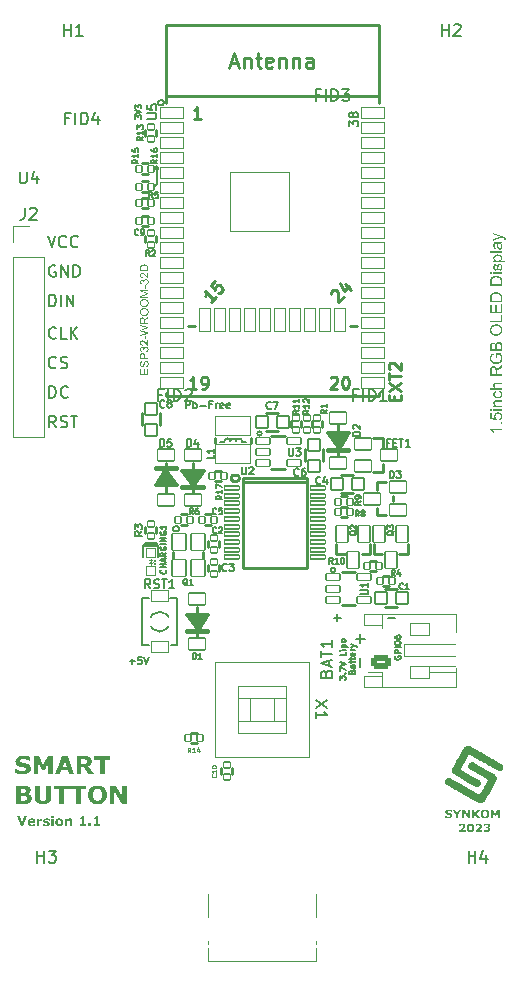
<source format=gto>
G04 #@! TF.GenerationSoftware,KiCad,Pcbnew,7.0.1*
G04 #@! TF.CreationDate,2023-09-19T14:51:08+09:00*
G04 #@! TF.ProjectId,ESP32-DevKit-Lipo_Rev_C,45535033-322d-4446-9576-4b69742d4c69,C*
G04 #@! TF.SameCoordinates,Original*
G04 #@! TF.FileFunction,Legend,Top*
G04 #@! TF.FilePolarity,Positive*
%FSLAX46Y46*%
G04 Gerber Fmt 4.6, Leading zero omitted, Abs format (unit mm)*
G04 Created by KiCad (PCBNEW 7.0.1) date 2023-09-19 14:51:08*
%MOMM*%
%LPD*%
G01*
G04 APERTURE LIST*
G04 Aperture macros list*
%AMRoundRect*
0 Rectangle with rounded corners*
0 $1 Rounding radius*
0 $2 $3 $4 $5 $6 $7 $8 $9 X,Y pos of 4 corners*
0 Add a 4 corners polygon primitive as box body*
4,1,4,$2,$3,$4,$5,$6,$7,$8,$9,$2,$3,0*
0 Add four circle primitives for the rounded corners*
1,1,$1+$1,$2,$3*
1,1,$1+$1,$4,$5*
1,1,$1+$1,$6,$7*
1,1,$1+$1,$8,$9*
0 Add four rect primitives between the rounded corners*
20,1,$1+$1,$2,$3,$4,$5,0*
20,1,$1+$1,$4,$5,$6,$7,0*
20,1,$1+$1,$6,$7,$8,$9,0*
20,1,$1+$1,$8,$9,$2,$3,0*%
G04 Aperture macros list end*
%ADD10C,0.203200*%
%ADD11C,0.150000*%
%ADD12C,0.146050*%
%ADD13C,0.127000*%
%ADD14C,0.190500*%
%ADD15C,0.158750*%
%ADD16C,0.254000*%
%ADD17C,0.125000*%
%ADD18C,0.200000*%
%ADD19C,0.139700*%
%ADD20C,0.100000*%
%ADD21C,0.050000*%
%ADD22C,0.120000*%
%ADD23RoundRect,0.050800X0.700000X-0.500000X0.700000X0.500000X-0.700000X0.500000X-0.700000X-0.500000X0*%
%ADD24RoundRect,0.050800X0.500000X-0.700000X0.500000X0.700000X-0.500000X0.700000X-0.500000X-0.700000X0*%
%ADD25RoundRect,0.050800X0.400000X-0.400000X0.400000X0.400000X-0.400000X0.400000X-0.400000X-0.400000X0*%
%ADD26C,2.000000*%
%ADD27RoundRect,0.050800X0.600000X0.275000X-0.600000X0.275000X-0.600000X-0.275000X0.600000X-0.275000X0*%
%ADD28RoundRect,0.050800X-0.635000X0.162500X-0.635000X-0.162500X0.635000X-0.162500X0.635000X0.162500X0*%
%ADD29RoundRect,0.050800X-0.275000X0.250000X-0.275000X-0.250000X0.275000X-0.250000X0.275000X0.250000X0*%
%ADD30RoundRect,0.050800X0.275000X-0.250000X0.275000X0.250000X-0.275000X0.250000X-0.275000X-0.250000X0*%
%ADD31RoundRect,0.050800X0.250000X0.275000X-0.250000X0.275000X-0.250000X-0.275000X0.250000X-0.275000X0*%
%ADD32RoundRect,0.050800X-0.250000X-0.275000X0.250000X-0.275000X0.250000X0.275000X-0.250000X0.275000X0*%
%ADD33RoundRect,0.050800X-1.000000X-0.450000X1.000000X-0.450000X1.000000X0.450000X-1.000000X0.450000X0*%
%ADD34RoundRect,0.050800X-0.450000X-1.000000X0.450000X-1.000000X0.450000X1.000000X-0.450000X1.000000X0*%
%ADD35C,2.101600*%
%ADD36RoundRect,0.050800X-2.500000X-2.500000X2.500000X-2.500000X2.500000X2.500000X-2.500000X2.500000X0*%
%ADD37RoundRect,0.050800X-0.508000X-0.508000X0.508000X-0.508000X0.508000X0.508000X-0.508000X0.508000X0*%
%ADD38RoundRect,0.050800X-1.500000X0.800000X-1.500000X-0.800000X1.500000X-0.800000X1.500000X0.800000X0*%
%ADD39RoundRect,0.050800X0.508000X-0.508000X0.508000X0.508000X-0.508000X0.508000X-0.508000X-0.508000X0*%
%ADD40RoundRect,0.250000X0.625000X-0.350000X0.625000X0.350000X-0.625000X0.350000X-0.625000X-0.350000X0*%
%ADD41O,1.750000X1.200000*%
%ADD42RoundRect,0.050800X-0.600000X0.700000X-0.600000X-0.700000X0.600000X-0.700000X0.600000X0.700000X0*%
%ADD43RoundRect,0.050800X-0.700000X0.500000X-0.700000X-0.500000X0.700000X-0.500000X0.700000X0.500000X0*%
%ADD44RoundRect,0.050800X-0.508000X0.508000X-0.508000X-0.508000X0.508000X-0.508000X0.508000X0.508000X0*%
%ADD45RoundRect,0.050800X0.700000X0.500000X-0.700000X0.500000X-0.700000X-0.500000X0.700000X-0.500000X0*%
%ADD46C,0.801600*%
%ADD47RoundRect,0.050800X-0.750000X0.450000X-0.750000X-0.450000X0.750000X-0.450000X0.750000X0.450000X0*%
%ADD48C,0.800000*%
%ADD49C,5.000000*%
%ADD50C,4.000000*%
%ADD51R,1.524000X1.524000*%
%ADD52C,1.524000*%
%ADD53R,1.700000X1.700000*%
%ADD54O,1.700000X1.700000*%
%ADD55C,0.650000*%
%ADD56R,0.600000X1.240000*%
%ADD57R,0.300000X1.240000*%
%ADD58O,1.000000X2.100000*%
%ADD59O,1.000000X1.800000*%
G04 #@! TA.AperFunction,Profile*
%ADD60C,0.254000*%
G04 #@! TD*
G04 APERTURE END LIST*
D10*
X148844000Y-111188500D02*
G75*
G03*
X148844000Y-111188500I-190500J0D01*
G01*
D11*
X133731000Y-78359000D02*
X133731000Y-78549500D01*
X133731000Y-78549500D02*
X133604000Y-78676500D01*
X133731000Y-76962000D02*
X133858000Y-77216000D01*
X133731000Y-76962000D02*
X133604000Y-77216000D01*
X133731000Y-76962000D02*
X133731000Y-78359000D01*
D10*
X142621000Y-99631500D02*
G75*
G03*
X142621000Y-99631500I-190500J0D01*
G01*
D12*
X131455886Y-118919709D02*
X131900991Y-118919709D01*
X131678438Y-119142262D02*
X131678438Y-118697157D01*
X132457371Y-118558062D02*
X132179181Y-118558062D01*
X132179181Y-118558062D02*
X132151362Y-118836252D01*
X132151362Y-118836252D02*
X132179181Y-118808433D01*
X132179181Y-118808433D02*
X132234819Y-118780614D01*
X132234819Y-118780614D02*
X132373914Y-118780614D01*
X132373914Y-118780614D02*
X132429552Y-118808433D01*
X132429552Y-118808433D02*
X132457371Y-118836252D01*
X132457371Y-118836252D02*
X132485190Y-118891890D01*
X132485190Y-118891890D02*
X132485190Y-119030985D01*
X132485190Y-119030985D02*
X132457371Y-119086623D01*
X132457371Y-119086623D02*
X132429552Y-119114443D01*
X132429552Y-119114443D02*
X132373914Y-119142262D01*
X132373914Y-119142262D02*
X132234819Y-119142262D01*
X132234819Y-119142262D02*
X132179181Y-119114443D01*
X132179181Y-119114443D02*
X132151362Y-119086623D01*
X132652105Y-118558062D02*
X132846838Y-119142262D01*
X132846838Y-119142262D02*
X133041571Y-118558062D01*
D13*
X131934010Y-73018952D02*
X131934010Y-72704476D01*
X131934010Y-72704476D02*
X132127534Y-72873809D01*
X132127534Y-72873809D02*
X132127534Y-72801238D01*
X132127534Y-72801238D02*
X132151724Y-72752857D01*
X132151724Y-72752857D02*
X132175915Y-72728666D01*
X132175915Y-72728666D02*
X132224296Y-72704476D01*
X132224296Y-72704476D02*
X132345248Y-72704476D01*
X132345248Y-72704476D02*
X132393629Y-72728666D01*
X132393629Y-72728666D02*
X132417820Y-72752857D01*
X132417820Y-72752857D02*
X132442010Y-72801238D01*
X132442010Y-72801238D02*
X132442010Y-72946381D01*
X132442010Y-72946381D02*
X132417820Y-72994762D01*
X132417820Y-72994762D02*
X132393629Y-73018952D01*
X131934010Y-72559333D02*
X132442010Y-72389999D01*
X132442010Y-72389999D02*
X131934010Y-72220666D01*
X131934010Y-72099713D02*
X131934010Y-71785237D01*
X131934010Y-71785237D02*
X132127534Y-71954570D01*
X132127534Y-71954570D02*
X132127534Y-71881999D01*
X132127534Y-71881999D02*
X132151724Y-71833618D01*
X132151724Y-71833618D02*
X132175915Y-71809427D01*
X132175915Y-71809427D02*
X132224296Y-71785237D01*
X132224296Y-71785237D02*
X132345248Y-71785237D01*
X132345248Y-71785237D02*
X132393629Y-71809427D01*
X132393629Y-71809427D02*
X132417820Y-71833618D01*
X132417820Y-71833618D02*
X132442010Y-71881999D01*
X132442010Y-71881999D02*
X132442010Y-72027142D01*
X132442010Y-72027142D02*
X132417820Y-72075523D01*
X132417820Y-72075523D02*
X132393629Y-72099713D01*
X153901200Y-118499904D02*
X153877010Y-118548285D01*
X153877010Y-118548285D02*
X153877010Y-118620856D01*
X153877010Y-118620856D02*
X153901200Y-118693428D01*
X153901200Y-118693428D02*
X153949581Y-118741809D01*
X153949581Y-118741809D02*
X153997962Y-118765999D01*
X153997962Y-118765999D02*
X154094724Y-118790190D01*
X154094724Y-118790190D02*
X154167296Y-118790190D01*
X154167296Y-118790190D02*
X154264058Y-118765999D01*
X154264058Y-118765999D02*
X154312439Y-118741809D01*
X154312439Y-118741809D02*
X154360820Y-118693428D01*
X154360820Y-118693428D02*
X154385010Y-118620856D01*
X154385010Y-118620856D02*
X154385010Y-118572475D01*
X154385010Y-118572475D02*
X154360820Y-118499904D01*
X154360820Y-118499904D02*
X154336629Y-118475713D01*
X154336629Y-118475713D02*
X154167296Y-118475713D01*
X154167296Y-118475713D02*
X154167296Y-118572475D01*
X154385010Y-118257999D02*
X153877010Y-118257999D01*
X153877010Y-118257999D02*
X153877010Y-118064475D01*
X153877010Y-118064475D02*
X153901200Y-118016094D01*
X153901200Y-118016094D02*
X153925391Y-117991904D01*
X153925391Y-117991904D02*
X153973772Y-117967713D01*
X153973772Y-117967713D02*
X154046343Y-117967713D01*
X154046343Y-117967713D02*
X154094724Y-117991904D01*
X154094724Y-117991904D02*
X154118915Y-118016094D01*
X154118915Y-118016094D02*
X154143105Y-118064475D01*
X154143105Y-118064475D02*
X154143105Y-118257999D01*
X154385010Y-117749999D02*
X153877010Y-117749999D01*
X153877010Y-117411332D02*
X153877010Y-117314570D01*
X153877010Y-117314570D02*
X153901200Y-117266189D01*
X153901200Y-117266189D02*
X153949581Y-117217808D01*
X153949581Y-117217808D02*
X154046343Y-117193618D01*
X154046343Y-117193618D02*
X154215677Y-117193618D01*
X154215677Y-117193618D02*
X154312439Y-117217808D01*
X154312439Y-117217808D02*
X154360820Y-117266189D01*
X154360820Y-117266189D02*
X154385010Y-117314570D01*
X154385010Y-117314570D02*
X154385010Y-117411332D01*
X154385010Y-117411332D02*
X154360820Y-117459713D01*
X154360820Y-117459713D02*
X154312439Y-117508094D01*
X154312439Y-117508094D02*
X154215677Y-117532285D01*
X154215677Y-117532285D02*
X154046343Y-117532285D01*
X154046343Y-117532285D02*
X153949581Y-117508094D01*
X153949581Y-117508094D02*
X153901200Y-117459713D01*
X153901200Y-117459713D02*
X153877010Y-117411332D01*
X153877010Y-116758190D02*
X153877010Y-116854952D01*
X153877010Y-116854952D02*
X153901200Y-116903333D01*
X153901200Y-116903333D02*
X153925391Y-116927523D01*
X153925391Y-116927523D02*
X153997962Y-116975904D01*
X153997962Y-116975904D02*
X154094724Y-117000095D01*
X154094724Y-117000095D02*
X154288248Y-117000095D01*
X154288248Y-117000095D02*
X154336629Y-116975904D01*
X154336629Y-116975904D02*
X154360820Y-116951714D01*
X154360820Y-116951714D02*
X154385010Y-116903333D01*
X154385010Y-116903333D02*
X154385010Y-116806571D01*
X154385010Y-116806571D02*
X154360820Y-116758190D01*
X154360820Y-116758190D02*
X154336629Y-116733999D01*
X154336629Y-116733999D02*
X154288248Y-116709809D01*
X154288248Y-116709809D02*
X154167296Y-116709809D01*
X154167296Y-116709809D02*
X154118915Y-116733999D01*
X154118915Y-116733999D02*
X154094724Y-116758190D01*
X154094724Y-116758190D02*
X154070534Y-116806571D01*
X154070534Y-116806571D02*
X154070534Y-116903333D01*
X154070534Y-116903333D02*
X154094724Y-116951714D01*
X154094724Y-116951714D02*
X154118915Y-116975904D01*
X154118915Y-116975904D02*
X154167296Y-117000095D01*
D14*
X148744214Y-115251230D02*
X149324786Y-115251230D01*
X149034500Y-115541515D02*
X149034500Y-114960944D01*
D15*
X136189357Y-97512263D02*
X136189357Y-96877263D01*
X136189357Y-96877263D02*
X136431262Y-96877263D01*
X136431262Y-96877263D02*
X136491738Y-96907501D01*
X136491738Y-96907501D02*
X136521976Y-96937739D01*
X136521976Y-96937739D02*
X136552214Y-96998215D01*
X136552214Y-96998215D02*
X136552214Y-97088929D01*
X136552214Y-97088929D02*
X136521976Y-97149405D01*
X136521976Y-97149405D02*
X136491738Y-97179644D01*
X136491738Y-97179644D02*
X136431262Y-97209882D01*
X136431262Y-97209882D02*
X136189357Y-97209882D01*
X136824357Y-97512263D02*
X136824357Y-96877263D01*
X136824357Y-97119167D02*
X136884833Y-97088929D01*
X136884833Y-97088929D02*
X137005786Y-97088929D01*
X137005786Y-97088929D02*
X137066262Y-97119167D01*
X137066262Y-97119167D02*
X137096500Y-97149405D01*
X137096500Y-97149405D02*
X137126738Y-97209882D01*
X137126738Y-97209882D02*
X137126738Y-97391310D01*
X137126738Y-97391310D02*
X137096500Y-97451786D01*
X137096500Y-97451786D02*
X137066262Y-97482025D01*
X137066262Y-97482025D02*
X137005786Y-97512263D01*
X137005786Y-97512263D02*
X136884833Y-97512263D01*
X136884833Y-97512263D02*
X136824357Y-97482025D01*
X137398881Y-97270358D02*
X137882691Y-97270358D01*
X138396738Y-97179644D02*
X138185071Y-97179644D01*
X138185071Y-97512263D02*
X138185071Y-96877263D01*
X138185071Y-96877263D02*
X138487452Y-96877263D01*
X138729357Y-97512263D02*
X138729357Y-97088929D01*
X138729357Y-97209882D02*
X138759595Y-97149405D01*
X138759595Y-97149405D02*
X138789833Y-97119167D01*
X138789833Y-97119167D02*
X138850309Y-97088929D01*
X138850309Y-97088929D02*
X138910786Y-97088929D01*
X139364357Y-97482025D02*
X139303881Y-97512263D01*
X139303881Y-97512263D02*
X139182928Y-97512263D01*
X139182928Y-97512263D02*
X139122452Y-97482025D01*
X139122452Y-97482025D02*
X139092214Y-97421548D01*
X139092214Y-97421548D02*
X139092214Y-97179644D01*
X139092214Y-97179644D02*
X139122452Y-97119167D01*
X139122452Y-97119167D02*
X139182928Y-97088929D01*
X139182928Y-97088929D02*
X139303881Y-97088929D01*
X139303881Y-97088929D02*
X139364357Y-97119167D01*
X139364357Y-97119167D02*
X139394595Y-97179644D01*
X139394595Y-97179644D02*
X139394595Y-97240120D01*
X139394595Y-97240120D02*
X139092214Y-97300596D01*
X139908643Y-97482025D02*
X139848167Y-97512263D01*
X139848167Y-97512263D02*
X139727214Y-97512263D01*
X139727214Y-97512263D02*
X139666738Y-97482025D01*
X139666738Y-97482025D02*
X139636500Y-97421548D01*
X139636500Y-97421548D02*
X139636500Y-97179644D01*
X139636500Y-97179644D02*
X139666738Y-97119167D01*
X139666738Y-97119167D02*
X139727214Y-97088929D01*
X139727214Y-97088929D02*
X139848167Y-97088929D01*
X139848167Y-97088929D02*
X139908643Y-97119167D01*
X139908643Y-97119167D02*
X139938881Y-97179644D01*
X139938881Y-97179644D02*
X139938881Y-97240120D01*
X139938881Y-97240120D02*
X139636500Y-97300596D01*
D16*
X153861830Y-96822380D02*
X153861830Y-96483713D01*
X154394020Y-96338570D02*
X154394020Y-96822380D01*
X154394020Y-96822380D02*
X153378020Y-96822380D01*
X153378020Y-96822380D02*
X153378020Y-96338570D01*
X153378020Y-95999904D02*
X154394020Y-95322570D01*
X153378020Y-95322570D02*
X154394020Y-95999904D01*
X153378020Y-95080666D02*
X153378020Y-94500094D01*
X154394020Y-94790380D02*
X153378020Y-94790380D01*
X153474782Y-94209809D02*
X153426401Y-94161428D01*
X153426401Y-94161428D02*
X153378020Y-94064666D01*
X153378020Y-94064666D02*
X153378020Y-93822761D01*
X153378020Y-93822761D02*
X153426401Y-93725999D01*
X153426401Y-93725999D02*
X153474782Y-93677618D01*
X153474782Y-93677618D02*
X153571544Y-93629237D01*
X153571544Y-93629237D02*
X153668306Y-93629237D01*
X153668306Y-93629237D02*
X153813449Y-93677618D01*
X153813449Y-93677618D02*
X154394020Y-94258190D01*
X154394020Y-94258190D02*
X154394020Y-93629237D01*
D13*
X149215530Y-120479619D02*
X149215530Y-120165143D01*
X149215530Y-120165143D02*
X149409054Y-120334476D01*
X149409054Y-120334476D02*
X149409054Y-120261905D01*
X149409054Y-120261905D02*
X149433244Y-120213524D01*
X149433244Y-120213524D02*
X149457435Y-120189333D01*
X149457435Y-120189333D02*
X149505816Y-120165143D01*
X149505816Y-120165143D02*
X149626768Y-120165143D01*
X149626768Y-120165143D02*
X149675149Y-120189333D01*
X149675149Y-120189333D02*
X149699340Y-120213524D01*
X149699340Y-120213524D02*
X149723530Y-120261905D01*
X149723530Y-120261905D02*
X149723530Y-120407048D01*
X149723530Y-120407048D02*
X149699340Y-120455429D01*
X149699340Y-120455429D02*
X149675149Y-120479619D01*
X149675149Y-119947428D02*
X149699340Y-119923238D01*
X149699340Y-119923238D02*
X149723530Y-119947428D01*
X149723530Y-119947428D02*
X149699340Y-119971619D01*
X149699340Y-119971619D02*
X149675149Y-119947428D01*
X149675149Y-119947428D02*
X149723530Y-119947428D01*
X149215530Y-119753904D02*
X149215530Y-119415237D01*
X149215530Y-119415237D02*
X149723530Y-119632952D01*
X149215530Y-119294285D02*
X149723530Y-119124951D01*
X149723530Y-119124951D02*
X149215530Y-118955618D01*
X149723530Y-118157331D02*
X149723530Y-118399236D01*
X149723530Y-118399236D02*
X149215530Y-118399236D01*
X149723530Y-117987998D02*
X149384863Y-117987998D01*
X149215530Y-117987998D02*
X149239720Y-118012189D01*
X149239720Y-118012189D02*
X149263911Y-117987998D01*
X149263911Y-117987998D02*
X149239720Y-117963808D01*
X149239720Y-117963808D02*
X149215530Y-117987998D01*
X149215530Y-117987998D02*
X149263911Y-117987998D01*
X149384863Y-117746093D02*
X149892863Y-117746093D01*
X149409054Y-117746093D02*
X149384863Y-117697712D01*
X149384863Y-117697712D02*
X149384863Y-117600950D01*
X149384863Y-117600950D02*
X149409054Y-117552569D01*
X149409054Y-117552569D02*
X149433244Y-117528379D01*
X149433244Y-117528379D02*
X149481625Y-117504188D01*
X149481625Y-117504188D02*
X149626768Y-117504188D01*
X149626768Y-117504188D02*
X149675149Y-117528379D01*
X149675149Y-117528379D02*
X149699340Y-117552569D01*
X149699340Y-117552569D02*
X149723530Y-117600950D01*
X149723530Y-117600950D02*
X149723530Y-117697712D01*
X149723530Y-117697712D02*
X149699340Y-117746093D01*
X149723530Y-117213903D02*
X149699340Y-117262284D01*
X149699340Y-117262284D02*
X149675149Y-117286474D01*
X149675149Y-117286474D02*
X149626768Y-117310665D01*
X149626768Y-117310665D02*
X149481625Y-117310665D01*
X149481625Y-117310665D02*
X149433244Y-117286474D01*
X149433244Y-117286474D02*
X149409054Y-117262284D01*
X149409054Y-117262284D02*
X149384863Y-117213903D01*
X149384863Y-117213903D02*
X149384863Y-117141331D01*
X149384863Y-117141331D02*
X149409054Y-117092950D01*
X149409054Y-117092950D02*
X149433244Y-117068760D01*
X149433244Y-117068760D02*
X149481625Y-117044569D01*
X149481625Y-117044569D02*
X149626768Y-117044569D01*
X149626768Y-117044569D02*
X149675149Y-117068760D01*
X149675149Y-117068760D02*
X149699340Y-117092950D01*
X149699340Y-117092950D02*
X149723530Y-117141331D01*
X149723530Y-117141331D02*
X149723530Y-117213903D01*
X150280395Y-119802286D02*
X150304585Y-119729714D01*
X150304585Y-119729714D02*
X150328776Y-119705524D01*
X150328776Y-119705524D02*
X150377157Y-119681333D01*
X150377157Y-119681333D02*
X150449728Y-119681333D01*
X150449728Y-119681333D02*
X150498109Y-119705524D01*
X150498109Y-119705524D02*
X150522300Y-119729714D01*
X150522300Y-119729714D02*
X150546490Y-119778095D01*
X150546490Y-119778095D02*
X150546490Y-119971619D01*
X150546490Y-119971619D02*
X150038490Y-119971619D01*
X150038490Y-119971619D02*
X150038490Y-119802286D01*
X150038490Y-119802286D02*
X150062680Y-119753905D01*
X150062680Y-119753905D02*
X150086871Y-119729714D01*
X150086871Y-119729714D02*
X150135252Y-119705524D01*
X150135252Y-119705524D02*
X150183633Y-119705524D01*
X150183633Y-119705524D02*
X150232014Y-119729714D01*
X150232014Y-119729714D02*
X150256204Y-119753905D01*
X150256204Y-119753905D02*
X150280395Y-119802286D01*
X150280395Y-119802286D02*
X150280395Y-119971619D01*
X150546490Y-119245905D02*
X150280395Y-119245905D01*
X150280395Y-119245905D02*
X150232014Y-119270095D01*
X150232014Y-119270095D02*
X150207823Y-119318476D01*
X150207823Y-119318476D02*
X150207823Y-119415238D01*
X150207823Y-119415238D02*
X150232014Y-119463619D01*
X150522300Y-119245905D02*
X150546490Y-119294286D01*
X150546490Y-119294286D02*
X150546490Y-119415238D01*
X150546490Y-119415238D02*
X150522300Y-119463619D01*
X150522300Y-119463619D02*
X150473919Y-119487810D01*
X150473919Y-119487810D02*
X150425538Y-119487810D01*
X150425538Y-119487810D02*
X150377157Y-119463619D01*
X150377157Y-119463619D02*
X150352966Y-119415238D01*
X150352966Y-119415238D02*
X150352966Y-119294286D01*
X150352966Y-119294286D02*
X150328776Y-119245905D01*
X150207823Y-119076572D02*
X150207823Y-118883048D01*
X150038490Y-119004000D02*
X150473919Y-119004000D01*
X150473919Y-119004000D02*
X150522300Y-118979810D01*
X150522300Y-118979810D02*
X150546490Y-118931429D01*
X150546490Y-118931429D02*
X150546490Y-118883048D01*
X150207823Y-118786286D02*
X150207823Y-118592762D01*
X150038490Y-118713714D02*
X150473919Y-118713714D01*
X150473919Y-118713714D02*
X150522300Y-118689524D01*
X150522300Y-118689524D02*
X150546490Y-118641143D01*
X150546490Y-118641143D02*
X150546490Y-118592762D01*
X150522300Y-118229904D02*
X150546490Y-118278285D01*
X150546490Y-118278285D02*
X150546490Y-118375047D01*
X150546490Y-118375047D02*
X150522300Y-118423428D01*
X150522300Y-118423428D02*
X150473919Y-118447619D01*
X150473919Y-118447619D02*
X150280395Y-118447619D01*
X150280395Y-118447619D02*
X150232014Y-118423428D01*
X150232014Y-118423428D02*
X150207823Y-118375047D01*
X150207823Y-118375047D02*
X150207823Y-118278285D01*
X150207823Y-118278285D02*
X150232014Y-118229904D01*
X150232014Y-118229904D02*
X150280395Y-118205714D01*
X150280395Y-118205714D02*
X150328776Y-118205714D01*
X150328776Y-118205714D02*
X150377157Y-118447619D01*
X150546490Y-117987999D02*
X150207823Y-117987999D01*
X150304585Y-117987999D02*
X150256204Y-117963809D01*
X150256204Y-117963809D02*
X150232014Y-117939618D01*
X150232014Y-117939618D02*
X150207823Y-117891237D01*
X150207823Y-117891237D02*
X150207823Y-117842856D01*
X150207823Y-117721904D02*
X150546490Y-117600952D01*
X150207823Y-117479999D02*
X150546490Y-117600952D01*
X150546490Y-117600952D02*
X150667442Y-117649333D01*
X150667442Y-117649333D02*
X150691633Y-117673523D01*
X150691633Y-117673523D02*
X150715823Y-117721904D01*
D17*
G36*
X158765398Y-131980687D02*
G01*
X158765047Y-131993612D01*
X158763995Y-132006231D01*
X158762242Y-132018542D01*
X158759788Y-132030546D01*
X158756632Y-132042243D01*
X158752775Y-132053632D01*
X158748217Y-132064715D01*
X158742958Y-132075490D01*
X158736997Y-132085958D01*
X158730336Y-132096118D01*
X158722973Y-132105972D01*
X158714908Y-132115518D01*
X158706143Y-132124757D01*
X158696676Y-132133689D01*
X158686508Y-132142314D01*
X158675639Y-132150631D01*
X158669977Y-132154649D01*
X158664189Y-132158540D01*
X158658276Y-132162303D01*
X158652237Y-132165938D01*
X158646073Y-132169446D01*
X158639783Y-132172826D01*
X158633368Y-132176079D01*
X158626827Y-132179204D01*
X158620160Y-132182202D01*
X158613368Y-132185072D01*
X158606451Y-132187815D01*
X158599407Y-132190430D01*
X158592239Y-132192917D01*
X158584944Y-132195277D01*
X158577525Y-132197509D01*
X158569979Y-132199614D01*
X158562308Y-132201591D01*
X158554512Y-132203441D01*
X158546590Y-132205163D01*
X158538542Y-132206757D01*
X158530369Y-132208224D01*
X158522070Y-132209564D01*
X158513646Y-132210775D01*
X158505096Y-132211860D01*
X158496421Y-132212816D01*
X158487620Y-132213646D01*
X158478693Y-132214347D01*
X158469641Y-132214921D01*
X158460464Y-132215368D01*
X158451160Y-132215686D01*
X158441732Y-132215878D01*
X158432177Y-132215942D01*
X158421153Y-132215880D01*
X158410307Y-132215696D01*
X158399638Y-132215389D01*
X158389146Y-132214959D01*
X158378833Y-132214406D01*
X158368697Y-132213730D01*
X158358738Y-132212931D01*
X158348958Y-132212009D01*
X158339355Y-132210965D01*
X158329929Y-132209797D01*
X158320682Y-132208507D01*
X158311611Y-132207094D01*
X158302719Y-132205558D01*
X158294004Y-132203899D01*
X158285467Y-132202117D01*
X158277108Y-132200212D01*
X158268870Y-132198192D01*
X158260700Y-132196106D01*
X158252596Y-132193955D01*
X158244559Y-132191739D01*
X158236589Y-132189457D01*
X158228686Y-132187109D01*
X158220849Y-132184696D01*
X158213079Y-132182218D01*
X158205376Y-132179674D01*
X158197740Y-132177065D01*
X158190171Y-132174390D01*
X158182668Y-132171650D01*
X158175232Y-132168844D01*
X158167863Y-132165973D01*
X158160561Y-132163036D01*
X158153325Y-132160034D01*
X158153325Y-131986158D01*
X158173500Y-131986158D01*
X158180712Y-131992013D01*
X158188030Y-131997696D01*
X158195453Y-132003206D01*
X158202981Y-132008544D01*
X158210616Y-132013710D01*
X158218355Y-132018704D01*
X158226201Y-132023525D01*
X158234151Y-132028174D01*
X158242208Y-132032650D01*
X158250369Y-132036955D01*
X158258637Y-132041087D01*
X158267010Y-132045046D01*
X158275488Y-132048834D01*
X158284072Y-132052449D01*
X158292761Y-132055892D01*
X158301556Y-132059162D01*
X158310404Y-132062247D01*
X158319209Y-132065133D01*
X158327971Y-132067819D01*
X158336691Y-132070307D01*
X158345367Y-132072596D01*
X158354001Y-132074686D01*
X158362593Y-132076576D01*
X158371141Y-132078268D01*
X158379647Y-132079761D01*
X158388110Y-132081054D01*
X158396530Y-132082149D01*
X158404908Y-132083044D01*
X158413242Y-132083741D01*
X158421534Y-132084239D01*
X158429784Y-132084537D01*
X158437990Y-132084637D01*
X158445828Y-132084506D01*
X158453353Y-132084185D01*
X158460194Y-132083771D01*
X158467552Y-132083223D01*
X158475427Y-132082542D01*
X158482101Y-132081901D01*
X158490452Y-132080901D01*
X158498303Y-132079717D01*
X158505652Y-132078350D01*
X158512501Y-132076799D01*
X158520059Y-132074695D01*
X158526895Y-132072327D01*
X158533336Y-132069604D01*
X158540581Y-132066062D01*
X158547297Y-132062219D01*
X158553484Y-132058076D01*
X158559142Y-132053632D01*
X158561773Y-132051297D01*
X158566421Y-132046062D01*
X158570107Y-132039973D01*
X158572832Y-132033031D01*
X158574595Y-132025235D01*
X158575330Y-132018087D01*
X158575450Y-132013513D01*
X158574962Y-132006405D01*
X158573497Y-131999615D01*
X158571055Y-131993142D01*
X158567636Y-131986986D01*
X158563241Y-131981147D01*
X158557869Y-131975626D01*
X158555447Y-131973506D01*
X158548794Y-131968409D01*
X158542817Y-131964607D01*
X158536257Y-131961052D01*
X158529115Y-131957742D01*
X158521391Y-131954678D01*
X158513084Y-131951859D01*
X158506472Y-131949907D01*
X158499532Y-131948093D01*
X158497146Y-131947519D01*
X158489509Y-131945736D01*
X158481795Y-131943976D01*
X158474002Y-131942241D01*
X158466131Y-131940530D01*
X158458182Y-131938843D01*
X158450155Y-131937180D01*
X158442049Y-131935541D01*
X158433866Y-131933927D01*
X158425604Y-131932336D01*
X158417264Y-131930769D01*
X158411661Y-131929738D01*
X158403280Y-131928128D01*
X158394997Y-131926440D01*
X158386814Y-131924674D01*
X158378731Y-131922830D01*
X158370746Y-131920907D01*
X158362860Y-131918907D01*
X158355074Y-131916828D01*
X158347387Y-131914671D01*
X158339799Y-131912436D01*
X158332310Y-131910123D01*
X158327373Y-131908538D01*
X158316266Y-131904824D01*
X158305555Y-131900951D01*
X158295242Y-131896917D01*
X158285325Y-131892723D01*
X158275805Y-131888368D01*
X158266681Y-131883854D01*
X158257954Y-131879179D01*
X158249624Y-131874344D01*
X158241691Y-131869348D01*
X158234154Y-131864192D01*
X158227014Y-131858876D01*
X158220271Y-131853400D01*
X158213924Y-131847763D01*
X158207974Y-131841966D01*
X158202421Y-131836009D01*
X158197265Y-131829891D01*
X158192461Y-131823600D01*
X158187968Y-131817119D01*
X158183785Y-131810451D01*
X158179911Y-131803594D01*
X158176347Y-131796549D01*
X158173094Y-131789315D01*
X158170150Y-131781894D01*
X158167516Y-131774283D01*
X158165192Y-131766485D01*
X158163177Y-131758498D01*
X158161473Y-131750323D01*
X158160079Y-131741959D01*
X158158994Y-131733407D01*
X158158219Y-131724667D01*
X158157754Y-131715739D01*
X158157600Y-131706622D01*
X158157949Y-131694412D01*
X158158999Y-131682486D01*
X158160749Y-131670844D01*
X158163199Y-131659488D01*
X158166348Y-131648415D01*
X158170198Y-131637628D01*
X158174747Y-131627124D01*
X158179997Y-131616905D01*
X158185946Y-131606971D01*
X158192595Y-131597321D01*
X158199944Y-131587956D01*
X158207993Y-131578875D01*
X158216742Y-131570079D01*
X158226191Y-131561567D01*
X158236339Y-131553340D01*
X158247188Y-131545397D01*
X158252848Y-131541547D01*
X158258607Y-131537820D01*
X158264467Y-131534214D01*
X158270426Y-131530731D01*
X158276486Y-131527370D01*
X158282645Y-131524132D01*
X158288904Y-131521015D01*
X158295262Y-131518021D01*
X158301721Y-131515149D01*
X158308280Y-131512399D01*
X158314938Y-131509771D01*
X158321696Y-131507266D01*
X158328554Y-131504882D01*
X158335512Y-131502621D01*
X158342570Y-131500483D01*
X158349727Y-131498466D01*
X158356984Y-131496572D01*
X158364342Y-131494799D01*
X158371799Y-131493150D01*
X158379356Y-131491622D01*
X158387012Y-131490216D01*
X158394769Y-131488933D01*
X158402625Y-131487772D01*
X158410582Y-131486733D01*
X158418638Y-131485817D01*
X158426794Y-131485022D01*
X158435050Y-131484350D01*
X158443405Y-131483800D01*
X158451861Y-131483372D01*
X158460416Y-131483067D01*
X158469071Y-131482883D01*
X158477826Y-131482822D01*
X158486667Y-131482874D01*
X158495492Y-131483031D01*
X158504303Y-131483291D01*
X158513100Y-131483656D01*
X158521881Y-131484125D01*
X158530648Y-131484698D01*
X158539400Y-131485375D01*
X158548138Y-131486156D01*
X158556861Y-131487042D01*
X158565569Y-131488031D01*
X158574262Y-131489125D01*
X158582941Y-131490324D01*
X158591605Y-131491626D01*
X158600254Y-131493032D01*
X158608889Y-131494543D01*
X158617509Y-131496158D01*
X158626070Y-131497852D01*
X158634486Y-131499599D01*
X158642756Y-131501399D01*
X158650880Y-131503253D01*
X158658859Y-131505161D01*
X158666692Y-131507121D01*
X158674380Y-131509136D01*
X158681922Y-131511203D01*
X158689318Y-131513324D01*
X158696569Y-131515499D01*
X158703674Y-131517727D01*
X158710634Y-131520008D01*
X158717448Y-131522343D01*
X158724117Y-131524731D01*
X158730640Y-131527173D01*
X158737017Y-131529668D01*
X158737017Y-131690722D01*
X158717355Y-131690722D01*
X158709074Y-131684694D01*
X158703362Y-131680780D01*
X158697498Y-131676950D01*
X158691482Y-131673205D01*
X158685314Y-131669544D01*
X158678994Y-131665967D01*
X158672521Y-131662474D01*
X158665896Y-131659065D01*
X158659118Y-131655741D01*
X158652189Y-131652500D01*
X158645107Y-131649344D01*
X158637873Y-131646272D01*
X158630486Y-131643284D01*
X158622947Y-131640380D01*
X158615256Y-131637561D01*
X158611354Y-131636182D01*
X158603500Y-131633512D01*
X158595625Y-131631013D01*
X158587728Y-131628687D01*
X158579810Y-131626533D01*
X158571871Y-131624552D01*
X158563910Y-131622742D01*
X158555928Y-131621106D01*
X158547924Y-131619641D01*
X158539899Y-131618349D01*
X158531853Y-131617229D01*
X158523785Y-131616281D01*
X158515696Y-131615506D01*
X158507586Y-131614903D01*
X158499454Y-131614472D01*
X158491301Y-131614213D01*
X158483126Y-131614127D01*
X158475918Y-131614202D01*
X158468718Y-131614428D01*
X158461526Y-131614803D01*
X158454342Y-131615329D01*
X158447167Y-131616006D01*
X158440000Y-131616832D01*
X158437135Y-131617205D01*
X158430067Y-131618296D01*
X158423074Y-131619646D01*
X158416156Y-131621254D01*
X158409313Y-131623122D01*
X158402545Y-131625248D01*
X158395852Y-131627633D01*
X158393196Y-131628660D01*
X158386330Y-131631541D01*
X158379836Y-131634927D01*
X158373716Y-131638818D01*
X158367967Y-131643213D01*
X158362592Y-131648114D01*
X158360883Y-131649860D01*
X158356351Y-131655326D01*
X158352249Y-131662067D01*
X158349423Y-131669201D01*
X158347873Y-131676728D01*
X158347547Y-131682344D01*
X158348073Y-131690789D01*
X158349651Y-131698600D01*
X158352281Y-131705776D01*
X158355962Y-131712317D01*
X158360696Y-131718225D01*
X158366481Y-131723497D01*
X158369089Y-131725429D01*
X158375119Y-131729107D01*
X158382350Y-131732706D01*
X158390784Y-131736224D01*
X158397898Y-131738810D01*
X158405688Y-131741351D01*
X158414155Y-131743847D01*
X158423298Y-131746298D01*
X158433117Y-131748703D01*
X158440038Y-131750282D01*
X158447260Y-131751841D01*
X158450984Y-131752613D01*
X158458330Y-131754117D01*
X158465622Y-131755614D01*
X158472860Y-131757106D01*
X158480044Y-131758592D01*
X158487173Y-131760071D01*
X158494249Y-131761545D01*
X158501270Y-131763012D01*
X158508238Y-131764474D01*
X158515151Y-131765930D01*
X158522010Y-131767379D01*
X158526553Y-131768342D01*
X158533429Y-131769804D01*
X158540401Y-131771368D01*
X158547470Y-131773033D01*
X158554635Y-131774802D01*
X158561895Y-131776672D01*
X158569253Y-131778644D01*
X158576706Y-131780719D01*
X158584255Y-131782896D01*
X158591901Y-131785175D01*
X158599642Y-131787556D01*
X158604857Y-131789200D01*
X158614968Y-131792609D01*
X158624743Y-131796168D01*
X158634181Y-131799875D01*
X158643283Y-131803733D01*
X158652047Y-131807740D01*
X158660476Y-131811897D01*
X158668567Y-131816203D01*
X158676322Y-131820659D01*
X158683741Y-131825264D01*
X158690823Y-131830020D01*
X158697568Y-131834924D01*
X158703977Y-131839979D01*
X158710049Y-131845182D01*
X158715785Y-131850536D01*
X158721183Y-131856039D01*
X158726246Y-131861692D01*
X158730987Y-131867526D01*
X158735422Y-131873574D01*
X158739551Y-131879836D01*
X158743375Y-131886311D01*
X158746892Y-131893001D01*
X158750104Y-131899904D01*
X158753010Y-131907020D01*
X158755610Y-131914351D01*
X158757904Y-131921895D01*
X158759892Y-131929652D01*
X158761574Y-131937624D01*
X158762951Y-131945809D01*
X158764021Y-131954208D01*
X158764786Y-131962821D01*
X158765245Y-131971647D01*
X158765398Y-131980687D01*
G37*
G36*
X159518350Y-131493764D02*
G01*
X159254372Y-131929909D01*
X159254372Y-132205000D01*
X159069724Y-132205000D01*
X159069724Y-131938457D01*
X158801302Y-131493764D01*
X159010911Y-131493764D01*
X159165810Y-131768855D01*
X159315408Y-131493764D01*
X159518350Y-131493764D01*
G37*
G36*
X160261043Y-132205000D02*
G01*
X160083064Y-132205000D01*
X159779079Y-131716880D01*
X159779079Y-132205000D01*
X159609819Y-132205000D01*
X159609819Y-131493764D01*
X159830541Y-131493764D01*
X160091783Y-131901186D01*
X160091783Y-131493764D01*
X160261043Y-131493764D01*
X160261043Y-132205000D01*
G37*
G36*
X161107858Y-132205000D02*
G01*
X160881322Y-132205000D01*
X160667439Y-131920334D01*
X160624013Y-131971967D01*
X160624013Y-132205000D01*
X160439365Y-132205000D01*
X160439365Y-131493764D01*
X160624013Y-131493764D01*
X160624013Y-131816556D01*
X160879955Y-131493764D01*
X161093838Y-131493764D01*
X160813960Y-131822882D01*
X161107858Y-132205000D01*
G37*
G36*
X161532123Y-131482919D02*
G01*
X161542667Y-131483208D01*
X161553068Y-131483689D01*
X161563324Y-131484364D01*
X161573437Y-131485231D01*
X161583406Y-131486290D01*
X161593231Y-131487543D01*
X161602912Y-131488988D01*
X161612449Y-131490626D01*
X161621842Y-131492456D01*
X161631092Y-131494479D01*
X161640197Y-131496695D01*
X161649158Y-131499103D01*
X161657976Y-131501704D01*
X161666649Y-131504498D01*
X161675179Y-131507485D01*
X161683565Y-131510664D01*
X161691806Y-131514036D01*
X161699904Y-131517600D01*
X161707858Y-131521357D01*
X161715668Y-131525307D01*
X161723334Y-131529450D01*
X161730857Y-131533785D01*
X161738235Y-131538313D01*
X161745469Y-131543033D01*
X161752560Y-131547946D01*
X161759506Y-131553052D01*
X161766309Y-131558351D01*
X161772967Y-131563842D01*
X161779482Y-131569526D01*
X161785853Y-131575403D01*
X161792080Y-131581472D01*
X161798149Y-131587696D01*
X161804026Y-131594060D01*
X161809709Y-131600562D01*
X161815201Y-131607203D01*
X161820499Y-131613983D01*
X161825605Y-131620902D01*
X161830518Y-131627960D01*
X161835239Y-131635157D01*
X161839767Y-131642492D01*
X161844102Y-131649967D01*
X161848244Y-131657580D01*
X161852194Y-131665333D01*
X161855951Y-131673224D01*
X161859516Y-131681254D01*
X161862888Y-131689423D01*
X161866067Y-131697732D01*
X161869053Y-131706179D01*
X161871847Y-131714764D01*
X161874448Y-131723489D01*
X161876857Y-131732353D01*
X161879072Y-131741356D01*
X161881096Y-131750497D01*
X161882926Y-131759778D01*
X161884564Y-131769197D01*
X161886009Y-131778755D01*
X161887261Y-131788452D01*
X161888321Y-131798289D01*
X161889188Y-131808264D01*
X161889862Y-131818378D01*
X161890344Y-131828630D01*
X161890633Y-131839022D01*
X161890729Y-131849553D01*
X161890633Y-131860010D01*
X161890346Y-131870332D01*
X161889867Y-131880519D01*
X161889196Y-131890570D01*
X161888333Y-131900485D01*
X161887279Y-131910265D01*
X161886033Y-131919909D01*
X161884596Y-131929417D01*
X161882967Y-131938790D01*
X161881146Y-131948028D01*
X161879133Y-131957129D01*
X161876929Y-131966096D01*
X161874533Y-131974926D01*
X161871945Y-131983621D01*
X161869166Y-131992181D01*
X161866195Y-132000605D01*
X161863033Y-132008893D01*
X161859678Y-132017046D01*
X161856132Y-132025063D01*
X161852395Y-132032945D01*
X161848465Y-132040691D01*
X161844344Y-132048301D01*
X161840032Y-132055776D01*
X161835527Y-132063116D01*
X161830831Y-132070320D01*
X161825944Y-132077388D01*
X161820864Y-132084320D01*
X161815593Y-132091117D01*
X161810131Y-132097779D01*
X161804476Y-132104305D01*
X161798630Y-132110695D01*
X161792593Y-132116950D01*
X161786396Y-132123040D01*
X161780053Y-132128937D01*
X161773563Y-132134641D01*
X161766926Y-132140151D01*
X161760142Y-132145468D01*
X161753211Y-132150592D01*
X161746133Y-132155522D01*
X161738908Y-132160259D01*
X161731536Y-132164802D01*
X161724018Y-132169153D01*
X161716352Y-132173309D01*
X161708539Y-132177273D01*
X161700580Y-132181043D01*
X161692474Y-132184620D01*
X161684220Y-132188004D01*
X161675820Y-132191194D01*
X161667273Y-132194190D01*
X161658579Y-132196994D01*
X161649738Y-132199604D01*
X161640750Y-132202021D01*
X161631615Y-132204244D01*
X161622333Y-132206274D01*
X161612904Y-132208111D01*
X161603329Y-132209755D01*
X161593606Y-132211205D01*
X161583737Y-132212461D01*
X161573720Y-132213525D01*
X161563557Y-132214395D01*
X161553247Y-132215072D01*
X161542789Y-132215555D01*
X161532185Y-132215845D01*
X161521434Y-132215942D01*
X161510714Y-132215845D01*
X161500140Y-132215555D01*
X161489712Y-132215072D01*
X161479429Y-132214395D01*
X161469292Y-132213525D01*
X161459300Y-132212461D01*
X161449454Y-132211205D01*
X161439753Y-132209755D01*
X161430198Y-132208111D01*
X161420789Y-132206274D01*
X161411525Y-132204244D01*
X161402407Y-132202021D01*
X161393434Y-132199604D01*
X161384607Y-132196994D01*
X161375926Y-132194190D01*
X161367390Y-132191194D01*
X161359000Y-132188004D01*
X161350755Y-132184620D01*
X161342656Y-132181043D01*
X161334703Y-132177273D01*
X161326895Y-132173309D01*
X161319233Y-132169153D01*
X161311716Y-132164802D01*
X161304345Y-132160259D01*
X161297120Y-132155522D01*
X161290040Y-132150592D01*
X161283105Y-132145468D01*
X161276317Y-132140151D01*
X161269673Y-132134641D01*
X161263176Y-132128937D01*
X161256824Y-132123040D01*
X161250618Y-132116950D01*
X161244590Y-132110695D01*
X161238755Y-132104305D01*
X161233110Y-132097779D01*
X161227657Y-132091117D01*
X161222395Y-132084320D01*
X161217325Y-132077388D01*
X161212445Y-132070320D01*
X161207758Y-132063116D01*
X161203261Y-132055776D01*
X161198956Y-132048301D01*
X161194842Y-132040691D01*
X161190920Y-132032945D01*
X161187189Y-132025063D01*
X161183649Y-132017046D01*
X161180300Y-132008893D01*
X161177143Y-132000605D01*
X161174178Y-131992181D01*
X161171403Y-131983621D01*
X161168820Y-131974926D01*
X161166428Y-131966096D01*
X161164228Y-131957129D01*
X161162219Y-131948028D01*
X161160401Y-131938790D01*
X161158775Y-131929417D01*
X161157340Y-131919909D01*
X161156096Y-131910265D01*
X161155044Y-131900485D01*
X161154183Y-131890570D01*
X161153513Y-131880519D01*
X161153035Y-131870332D01*
X161152748Y-131860010D01*
X161152652Y-131849553D01*
X161344480Y-131849553D01*
X161344538Y-131857387D01*
X161344710Y-131865076D01*
X161344997Y-131872620D01*
X161345399Y-131880018D01*
X161345916Y-131887270D01*
X161346548Y-131894376D01*
X161347295Y-131901337D01*
X161348156Y-131908153D01*
X161349664Y-131918103D01*
X161351430Y-131927726D01*
X161353454Y-131937021D01*
X161355738Y-131945988D01*
X161358279Y-131954628D01*
X161359184Y-131957435D01*
X161362022Y-131965625D01*
X161365022Y-131973528D01*
X161368185Y-131981141D01*
X161371509Y-131988466D01*
X161374997Y-131995502D01*
X161378646Y-132002250D01*
X161382458Y-132008710D01*
X161386432Y-132014881D01*
X161390568Y-132020763D01*
X161394867Y-132026357D01*
X161397823Y-132029926D01*
X161402413Y-132035054D01*
X161408754Y-132041490D01*
X161415346Y-132047466D01*
X161422189Y-132052982D01*
X161429282Y-132058039D01*
X161436628Y-132062637D01*
X161444224Y-132066775D01*
X161452071Y-132070453D01*
X161454072Y-132071301D01*
X161462201Y-132074427D01*
X161470432Y-132077135D01*
X161478764Y-132079427D01*
X161487197Y-132081303D01*
X161495733Y-132082761D01*
X161504369Y-132083803D01*
X161513107Y-132084428D01*
X161521947Y-132084637D01*
X161530784Y-132084426D01*
X161539514Y-132083792D01*
X161548138Y-132082737D01*
X161556654Y-132081260D01*
X161565064Y-132079361D01*
X161573366Y-132077039D01*
X161581562Y-132074296D01*
X161589651Y-132071130D01*
X161597601Y-132067478D01*
X161605295Y-132063362D01*
X161612732Y-132058780D01*
X161619913Y-132053734D01*
X161626837Y-132048223D01*
X161633505Y-132042247D01*
X161639916Y-132035806D01*
X161644557Y-132030670D01*
X161646071Y-132028900D01*
X161650982Y-132022739D01*
X161655650Y-132016374D01*
X161660075Y-132009805D01*
X161664256Y-132003031D01*
X161668193Y-131996052D01*
X161671887Y-131988869D01*
X161675338Y-131981482D01*
X161678545Y-131973891D01*
X161681509Y-131966095D01*
X161684229Y-131958095D01*
X161685907Y-131952648D01*
X161688229Y-131944243D01*
X161690323Y-131935571D01*
X161692188Y-131926632D01*
X161693825Y-131917425D01*
X161695234Y-131907951D01*
X161696414Y-131898209D01*
X161697366Y-131888200D01*
X161697873Y-131881379D01*
X161698279Y-131874438D01*
X161698584Y-131867379D01*
X161698787Y-131860201D01*
X161698888Y-131852904D01*
X161698901Y-131849211D01*
X161698843Y-131841314D01*
X161698669Y-131833567D01*
X161698378Y-131825970D01*
X161697971Y-131818522D01*
X161697448Y-131811224D01*
X161696809Y-131804075D01*
X161696054Y-131797076D01*
X161695182Y-131790226D01*
X161693657Y-131780233D01*
X161691871Y-131770575D01*
X161689822Y-131761255D01*
X161687513Y-131752271D01*
X161684942Y-131743624D01*
X161684027Y-131740816D01*
X161681157Y-131732567D01*
X161678124Y-131724619D01*
X161674929Y-131716972D01*
X161671573Y-131709625D01*
X161668053Y-131702578D01*
X161664372Y-131695832D01*
X161660528Y-131689387D01*
X161656522Y-131683242D01*
X161652353Y-131677397D01*
X161648023Y-131671854D01*
X161645045Y-131668325D01*
X161640394Y-131663109D01*
X161635607Y-131658171D01*
X161629014Y-131652016D01*
X161622180Y-131646352D01*
X161615106Y-131641181D01*
X161607792Y-131636500D01*
X161600237Y-131632311D01*
X161592442Y-131628614D01*
X161588454Y-131626950D01*
X161580421Y-131623945D01*
X161572308Y-131621340D01*
X161564115Y-131619136D01*
X161555842Y-131617333D01*
X161547488Y-131615930D01*
X161539055Y-131614929D01*
X161530541Y-131614328D01*
X161521947Y-131614127D01*
X161513246Y-131614322D01*
X161504668Y-131614907D01*
X161496213Y-131615882D01*
X161487881Y-131617247D01*
X161479672Y-131619003D01*
X161471586Y-131621148D01*
X161463622Y-131623683D01*
X161455782Y-131626608D01*
X161448123Y-131629939D01*
X161440619Y-131633778D01*
X161433270Y-131638124D01*
X161426076Y-131642978D01*
X161419036Y-131648340D01*
X161412152Y-131654209D01*
X161407091Y-131658944D01*
X161402116Y-131663964D01*
X161398849Y-131667470D01*
X161392961Y-131674415D01*
X161388727Y-131680045D01*
X161384650Y-131686036D01*
X161380729Y-131692387D01*
X161376965Y-131699099D01*
X161373356Y-131706172D01*
X161369904Y-131713605D01*
X161366608Y-131721399D01*
X161363469Y-131729553D01*
X161360485Y-131738068D01*
X161359526Y-131740987D01*
X161356837Y-131749901D01*
X161354412Y-131759077D01*
X161352253Y-131768514D01*
X161350357Y-131778213D01*
X161348726Y-131788173D01*
X161347786Y-131794959D01*
X161346963Y-131801860D01*
X161346258Y-131808878D01*
X161345670Y-131816012D01*
X161345200Y-131823262D01*
X161344848Y-131830628D01*
X161344612Y-131838111D01*
X161344495Y-131845710D01*
X161344480Y-131849553D01*
X161152652Y-131849553D01*
X161152748Y-131839022D01*
X161153035Y-131828630D01*
X161153513Y-131818378D01*
X161154183Y-131808264D01*
X161155044Y-131798289D01*
X161156096Y-131788452D01*
X161157340Y-131778755D01*
X161158775Y-131769197D01*
X161160401Y-131759778D01*
X161162219Y-131750497D01*
X161164228Y-131741356D01*
X161166428Y-131732353D01*
X161168820Y-131723489D01*
X161171403Y-131714764D01*
X161174178Y-131706179D01*
X161177143Y-131697732D01*
X161180300Y-131689423D01*
X161183649Y-131681254D01*
X161187189Y-131673224D01*
X161190920Y-131665333D01*
X161194842Y-131657580D01*
X161198956Y-131649967D01*
X161203261Y-131642492D01*
X161207758Y-131635157D01*
X161212445Y-131627960D01*
X161217325Y-131620902D01*
X161222395Y-131613983D01*
X161227657Y-131607203D01*
X161233110Y-131600562D01*
X161238755Y-131594060D01*
X161244590Y-131587696D01*
X161250618Y-131581472D01*
X161256824Y-131575403D01*
X161263176Y-131569526D01*
X161269673Y-131563842D01*
X161276317Y-131558351D01*
X161283105Y-131553052D01*
X161290040Y-131547946D01*
X161297120Y-131543033D01*
X161304345Y-131538313D01*
X161311716Y-131533785D01*
X161319233Y-131529450D01*
X161326895Y-131525307D01*
X161334703Y-131521357D01*
X161342656Y-131517600D01*
X161350755Y-131514036D01*
X161359000Y-131510664D01*
X161367390Y-131507485D01*
X161375926Y-131504498D01*
X161384607Y-131501704D01*
X161393434Y-131499103D01*
X161402407Y-131496695D01*
X161411525Y-131494479D01*
X161420789Y-131492456D01*
X161430198Y-131490626D01*
X161439753Y-131488988D01*
X161449454Y-131487543D01*
X161459300Y-131486290D01*
X161469292Y-131485231D01*
X161479429Y-131484364D01*
X161489712Y-131483689D01*
X161500140Y-131483208D01*
X161510714Y-131482919D01*
X161521434Y-131482822D01*
X161532123Y-131482919D01*
G37*
G36*
X162778064Y-132205000D02*
G01*
X162594271Y-132205000D01*
X162594271Y-131730045D01*
X162461598Y-132040868D01*
X162334225Y-132040868D01*
X162201553Y-131730045D01*
X162201553Y-132205000D01*
X162027334Y-132205000D01*
X162027334Y-131493764D01*
X162241902Y-131493764D01*
X162402955Y-131852630D01*
X162563496Y-131493764D01*
X162778064Y-131493764D01*
X162778064Y-132205000D01*
G37*
G36*
X159908674Y-133381000D02*
G01*
X159346525Y-133381000D01*
X159346525Y-133257559D01*
X159354583Y-133251916D01*
X159362641Y-133246230D01*
X159370702Y-133240499D01*
X159378763Y-133234724D01*
X159386826Y-133228905D01*
X159394891Y-133223042D01*
X159402956Y-133217135D01*
X159411023Y-133211184D01*
X159419092Y-133205188D01*
X159427161Y-133199149D01*
X159435232Y-133193065D01*
X159443305Y-133186938D01*
X159451378Y-133180766D01*
X159459453Y-133174551D01*
X159467530Y-133168291D01*
X159475607Y-133161987D01*
X159483606Y-133155695D01*
X159491403Y-133149514D01*
X159498999Y-133143444D01*
X159506393Y-133137485D01*
X159513585Y-133131636D01*
X159520575Y-133125899D01*
X159527364Y-133120272D01*
X159533951Y-133114756D01*
X159540336Y-133109352D01*
X159546520Y-133104057D01*
X159552502Y-133098874D01*
X159558282Y-133093802D01*
X159563860Y-133088840D01*
X159569237Y-133083990D01*
X159574413Y-133079250D01*
X159579386Y-133074621D01*
X159586521Y-133067880D01*
X159593392Y-133061248D01*
X159600001Y-133054726D01*
X159606346Y-133048313D01*
X159612428Y-133042010D01*
X159618247Y-133035816D01*
X159623803Y-133029732D01*
X159629096Y-133023758D01*
X159634125Y-133017893D01*
X159638892Y-133012137D01*
X159643395Y-133006491D01*
X159647635Y-133000955D01*
X159653502Y-132992855D01*
X159658777Y-132985002D01*
X159661965Y-132979904D01*
X159666364Y-132972317D01*
X159670331Y-132964751D01*
X159673866Y-132957206D01*
X159676967Y-132949682D01*
X159679636Y-132942179D01*
X159681872Y-132934698D01*
X159683675Y-132927237D01*
X159685045Y-132919797D01*
X159685983Y-132912379D01*
X159686488Y-132904981D01*
X159686584Y-132900061D01*
X159686308Y-132891341D01*
X159685478Y-132883007D01*
X159684096Y-132875057D01*
X159682160Y-132867491D01*
X159679672Y-132860310D01*
X159676631Y-132853514D01*
X159673036Y-132847103D01*
X159668889Y-132841076D01*
X159664188Y-132835434D01*
X159658935Y-132830177D01*
X159655126Y-132826886D01*
X159648984Y-132822272D01*
X159642355Y-132818112D01*
X159635239Y-132814406D01*
X159627637Y-132811154D01*
X159619548Y-132808355D01*
X159610971Y-132806011D01*
X159601908Y-132804120D01*
X159592358Y-132802683D01*
X159582322Y-132801700D01*
X159575360Y-132801296D01*
X159568182Y-132801094D01*
X159564512Y-132801069D01*
X159556168Y-132801232D01*
X159547744Y-132801718D01*
X159539238Y-132802530D01*
X159530652Y-132803666D01*
X159521984Y-132805126D01*
X159513235Y-132806912D01*
X159504404Y-132809021D01*
X159495493Y-132811456D01*
X159486501Y-132814215D01*
X159477427Y-132817298D01*
X159471333Y-132819534D01*
X159462257Y-132823086D01*
X159453301Y-132826819D01*
X159444465Y-132830732D01*
X159435750Y-132834825D01*
X159427155Y-132839099D01*
X159418680Y-132843553D01*
X159410325Y-132848187D01*
X159402090Y-132853001D01*
X159393976Y-132857996D01*
X159385982Y-132863171D01*
X159380719Y-132866722D01*
X159365332Y-132866722D01*
X159365332Y-132704471D01*
X159372027Y-132701618D01*
X159379290Y-132698765D01*
X159387122Y-132695912D01*
X159395521Y-132693059D01*
X159404489Y-132690206D01*
X159414024Y-132687353D01*
X159420696Y-132685451D01*
X159427621Y-132683549D01*
X159434799Y-132681647D01*
X159442229Y-132679745D01*
X159449911Y-132677843D01*
X159457846Y-132675941D01*
X159466033Y-132674039D01*
X159474368Y-132672196D01*
X159482705Y-132670472D01*
X159491043Y-132668867D01*
X159499383Y-132667381D01*
X159507724Y-132666014D01*
X159516066Y-132664766D01*
X159524409Y-132663637D01*
X159532754Y-132662626D01*
X159541100Y-132661735D01*
X159549448Y-132660962D01*
X159557796Y-132660308D01*
X159566147Y-132659773D01*
X159574498Y-132659357D01*
X159582851Y-132659060D01*
X159591205Y-132658882D01*
X159599560Y-132658822D01*
X159607908Y-132658876D01*
X159616130Y-132659038D01*
X159624227Y-132659308D01*
X159632200Y-132659685D01*
X159640047Y-132660170D01*
X159647770Y-132660764D01*
X159655368Y-132661465D01*
X159662841Y-132662274D01*
X159670189Y-132663190D01*
X159677412Y-132664215D01*
X159684510Y-132665348D01*
X159691484Y-132666588D01*
X159698332Y-132667936D01*
X159705056Y-132669392D01*
X159718128Y-132672628D01*
X159730701Y-132676295D01*
X159742775Y-132680394D01*
X159754348Y-132684924D01*
X159765423Y-132689885D01*
X159775998Y-132695278D01*
X159786073Y-132701103D01*
X159795648Y-132707358D01*
X159804724Y-132714046D01*
X159813296Y-132721128D01*
X159821314Y-132728570D01*
X159828779Y-132736371D01*
X159835691Y-132744532D01*
X159842051Y-132753051D01*
X159847857Y-132761931D01*
X159853110Y-132771169D01*
X159857811Y-132780767D01*
X159861958Y-132790724D01*
X159865552Y-132801040D01*
X159868594Y-132811716D01*
X159871082Y-132822750D01*
X159873018Y-132834145D01*
X159874400Y-132845898D01*
X159875230Y-132858011D01*
X159875506Y-132870483D01*
X159875374Y-132878750D01*
X159874977Y-132886966D01*
X159874316Y-132895131D01*
X159873390Y-132903245D01*
X159872200Y-132911309D01*
X159870746Y-132919322D01*
X159869027Y-132927284D01*
X159867043Y-132935195D01*
X159864795Y-132943056D01*
X159862283Y-132950866D01*
X159859506Y-132958625D01*
X159856464Y-132966333D01*
X159853158Y-132973991D01*
X159849588Y-132981598D01*
X159845753Y-132989154D01*
X159841654Y-132996659D01*
X159837282Y-133004132D01*
X159832630Y-133011635D01*
X159827697Y-133019167D01*
X159822484Y-133026728D01*
X159816990Y-133034319D01*
X159811216Y-133041939D01*
X159805161Y-133049589D01*
X159798826Y-133057268D01*
X159792210Y-133064976D01*
X159785314Y-133072714D01*
X159778137Y-133080481D01*
X159770680Y-133088278D01*
X159762942Y-133096103D01*
X159754924Y-133103959D01*
X159746625Y-133111843D01*
X159738046Y-133119757D01*
X159732573Y-133124669D01*
X159727096Y-133129532D01*
X159721615Y-133134345D01*
X159716130Y-133139109D01*
X159710641Y-133143823D01*
X159705148Y-133148488D01*
X159699651Y-133153104D01*
X159694150Y-133157670D01*
X159688645Y-133162187D01*
X159683135Y-133166654D01*
X159677622Y-133171072D01*
X159672105Y-133175440D01*
X159666584Y-133179759D01*
X159661059Y-133184029D01*
X159655530Y-133188249D01*
X159649997Y-133192420D01*
X159641948Y-133198463D01*
X159634345Y-133204154D01*
X159627186Y-133209494D01*
X159620472Y-133214483D01*
X159614203Y-133219119D01*
X159608379Y-133223405D01*
X159601305Y-133228571D01*
X159595022Y-133233112D01*
X159588280Y-133237910D01*
X159587080Y-133238752D01*
X159908674Y-133238752D01*
X159908674Y-133381000D01*
G37*
G36*
X160314112Y-132658916D02*
G01*
X160324062Y-132659196D01*
X160333806Y-132659664D01*
X160343344Y-132660318D01*
X160352677Y-132661160D01*
X160361803Y-132662188D01*
X160370725Y-132663404D01*
X160379440Y-132664806D01*
X160387950Y-132666396D01*
X160396254Y-132668172D01*
X160404352Y-132670136D01*
X160412245Y-132672286D01*
X160419932Y-132674624D01*
X160427413Y-132677148D01*
X160434689Y-132679860D01*
X160441759Y-132682758D01*
X160448668Y-132685821D01*
X160455418Y-132689068D01*
X160462009Y-132692499D01*
X160468441Y-132696115D01*
X160474714Y-132699915D01*
X160480828Y-132703900D01*
X160486783Y-132708068D01*
X160492580Y-132712421D01*
X160498217Y-132716959D01*
X160503695Y-132721680D01*
X160509015Y-132726586D01*
X160514175Y-132731677D01*
X160519177Y-132736952D01*
X160524019Y-132742411D01*
X160528703Y-132748054D01*
X160533228Y-132753882D01*
X160537534Y-132759757D01*
X160541691Y-132765801D01*
X160545698Y-132772014D01*
X160549555Y-132778394D01*
X160553263Y-132784943D01*
X160556821Y-132791661D01*
X160560230Y-132798546D01*
X160563489Y-132805600D01*
X160566599Y-132812822D01*
X160569559Y-132820213D01*
X160572369Y-132827771D01*
X160575030Y-132835498D01*
X160577541Y-132843394D01*
X160579902Y-132851457D01*
X160582114Y-132859689D01*
X160584177Y-132868090D01*
X160586102Y-132876656D01*
X160587903Y-132885387D01*
X160589580Y-132894282D01*
X160591133Y-132903341D01*
X160592562Y-132912565D01*
X160593866Y-132921953D01*
X160595046Y-132931505D01*
X160596102Y-132941222D01*
X160597033Y-132951103D01*
X160597841Y-132961148D01*
X160598524Y-132971357D01*
X160599083Y-132981731D01*
X160599518Y-132992269D01*
X160599828Y-133002971D01*
X160600015Y-133013838D01*
X160600077Y-133024869D01*
X160600013Y-133035909D01*
X160599820Y-133046804D01*
X160599500Y-133057553D01*
X160599051Y-133068156D01*
X160598474Y-133078614D01*
X160597769Y-133088927D01*
X160596935Y-133099093D01*
X160595974Y-133109114D01*
X160594884Y-133118990D01*
X160593666Y-133128720D01*
X160592319Y-133138304D01*
X160590845Y-133147743D01*
X160589242Y-133157036D01*
X160587511Y-133166184D01*
X160585651Y-133175186D01*
X160583664Y-133184042D01*
X160581561Y-133192727D01*
X160579315Y-133201214D01*
X160576924Y-133209503D01*
X160574389Y-133217595D01*
X160571709Y-133225489D01*
X160568886Y-133233185D01*
X160565918Y-133240684D01*
X160562805Y-133247985D01*
X160559549Y-133255088D01*
X160556148Y-133261994D01*
X160552603Y-133268702D01*
X160548914Y-133275212D01*
X160545081Y-133281524D01*
X160541103Y-133287639D01*
X160536981Y-133293556D01*
X160532715Y-133299276D01*
X160528191Y-133304916D01*
X160523509Y-133310381D01*
X160518670Y-133315671D01*
X160513673Y-133320786D01*
X160508518Y-133325726D01*
X160503206Y-133330491D01*
X160497737Y-133335081D01*
X160492109Y-133339497D01*
X160486324Y-133343737D01*
X160480382Y-133347802D01*
X160474282Y-133351692D01*
X160468024Y-133355407D01*
X160461609Y-133358948D01*
X160455036Y-133362313D01*
X160448305Y-133365503D01*
X160441417Y-133368519D01*
X160434348Y-133371355D01*
X160427077Y-133374008D01*
X160419602Y-133376479D01*
X160411924Y-133378766D01*
X160404044Y-133380871D01*
X160395960Y-133382792D01*
X160387673Y-133384530D01*
X160379184Y-133386086D01*
X160370491Y-133387458D01*
X160361595Y-133388648D01*
X160352496Y-133389654D01*
X160343194Y-133390478D01*
X160333690Y-133391118D01*
X160323982Y-133391576D01*
X160314071Y-133391850D01*
X160303957Y-133391942D01*
X160294005Y-133391849D01*
X160284237Y-133391573D01*
X160274653Y-133391112D01*
X160265254Y-133390467D01*
X160256039Y-133389637D01*
X160247008Y-133388624D01*
X160238161Y-133387426D01*
X160229499Y-133386043D01*
X160221022Y-133384476D01*
X160212728Y-133382725D01*
X160204619Y-133380790D01*
X160196695Y-133378670D01*
X160188954Y-133376366D01*
X160181398Y-133373878D01*
X160174026Y-133371205D01*
X160166839Y-133368348D01*
X160159828Y-133365289D01*
X160152988Y-133362054D01*
X160146317Y-133358643D01*
X160139815Y-133355055D01*
X160133483Y-133351291D01*
X160127321Y-133347350D01*
X160121328Y-133343234D01*
X160115505Y-133338941D01*
X160109852Y-133334472D01*
X160104368Y-133329826D01*
X160099054Y-133325004D01*
X160093910Y-133320006D01*
X160088935Y-133314831D01*
X160084130Y-133309481D01*
X160079494Y-133303953D01*
X160075028Y-133298250D01*
X160070660Y-133292371D01*
X160066445Y-133286317D01*
X160062384Y-133280088D01*
X160058476Y-133273684D01*
X160054722Y-133267105D01*
X160051122Y-133260351D01*
X160047675Y-133253422D01*
X160044382Y-133246318D01*
X160041242Y-133239039D01*
X160038256Y-133231585D01*
X160035424Y-133223956D01*
X160032745Y-133216152D01*
X160030220Y-133208174D01*
X160027848Y-133200020D01*
X160025630Y-133191691D01*
X160023566Y-133183187D01*
X160021641Y-133174496D01*
X160019839Y-133165649D01*
X160018162Y-133156646D01*
X160016610Y-133147487D01*
X160015181Y-133138171D01*
X160013877Y-133128699D01*
X160012697Y-133119070D01*
X160011641Y-133109285D01*
X160010709Y-133099344D01*
X160009902Y-133089247D01*
X160009219Y-133078994D01*
X160008660Y-133068584D01*
X160008225Y-133058018D01*
X160007914Y-133047295D01*
X160007728Y-133036417D01*
X160007669Y-133025895D01*
X160193681Y-133025895D01*
X160193707Y-133033617D01*
X160193783Y-133041203D01*
X160193910Y-133048653D01*
X160194087Y-133055967D01*
X160194316Y-133063145D01*
X160194595Y-133070187D01*
X160194925Y-133077094D01*
X160195737Y-133090499D01*
X160196752Y-133103360D01*
X160197970Y-133115678D01*
X160199391Y-133127453D01*
X160201016Y-133138683D01*
X160202843Y-133149370D01*
X160204873Y-133159513D01*
X160207106Y-133169113D01*
X160209543Y-133178169D01*
X160212182Y-133186682D01*
X160215024Y-133194650D01*
X160218070Y-133202076D01*
X160219669Y-133205584D01*
X160223043Y-133212251D01*
X160226668Y-133218487D01*
X160230544Y-133224293D01*
X160236829Y-133232197D01*
X160243679Y-133239132D01*
X160251094Y-133245099D01*
X160259075Y-133250099D01*
X160267620Y-133254131D01*
X160276730Y-133257196D01*
X160286405Y-133259293D01*
X160296645Y-133260422D01*
X160303786Y-133260637D01*
X160310947Y-133260422D01*
X160317856Y-133259776D01*
X160327746Y-133258002D01*
X160337068Y-133255260D01*
X160345822Y-133251551D01*
X160354008Y-133246874D01*
X160361626Y-133241229D01*
X160368676Y-133234616D01*
X160375158Y-133227035D01*
X160379164Y-133221444D01*
X160382917Y-133215423D01*
X160386418Y-133208971D01*
X160388074Y-133205584D01*
X160391221Y-133198427D01*
X160394165Y-133190718D01*
X160396906Y-133182457D01*
X160399444Y-133173645D01*
X160401778Y-133164281D01*
X160403910Y-133154365D01*
X160405839Y-133143898D01*
X160407565Y-133132879D01*
X160409087Y-133121309D01*
X160410407Y-133109187D01*
X160411524Y-133096513D01*
X160412437Y-133083287D01*
X160413148Y-133069510D01*
X160413427Y-133062415D01*
X160413655Y-133055181D01*
X160413833Y-133047810D01*
X160413960Y-133040301D01*
X160414036Y-133032654D01*
X160414062Y-133024869D01*
X160414037Y-133017001D01*
X160413962Y-133009276D01*
X160413838Y-133001694D01*
X160413663Y-132994255D01*
X160413440Y-132986958D01*
X160413166Y-132979805D01*
X160412843Y-132972795D01*
X160412469Y-132965927D01*
X160411574Y-132952621D01*
X160410479Y-132939886D01*
X160409186Y-132927723D01*
X160407693Y-132916132D01*
X160406001Y-132905113D01*
X160404111Y-132894665D01*
X160402021Y-132884788D01*
X160399732Y-132875484D01*
X160397244Y-132866751D01*
X160394558Y-132858590D01*
X160391672Y-132851001D01*
X160388587Y-132843983D01*
X160385270Y-132837461D01*
X160381689Y-132831360D01*
X160377844Y-132825680D01*
X160371580Y-132817949D01*
X160364721Y-132811165D01*
X160357266Y-132805327D01*
X160349217Y-132800435D01*
X160340573Y-132796491D01*
X160331333Y-132793493D01*
X160321499Y-132791442D01*
X160314612Y-132790601D01*
X160307461Y-132790180D01*
X160303786Y-132790127D01*
X160296523Y-132790338D01*
X160289523Y-132790969D01*
X160279517Y-132792704D01*
X160270103Y-132795387D01*
X160261281Y-132799015D01*
X160253051Y-132803591D01*
X160245412Y-132809113D01*
X160238366Y-132815582D01*
X160231913Y-132822998D01*
X160226051Y-132831360D01*
X160222472Y-132837461D01*
X160219156Y-132843983D01*
X160216071Y-132851005D01*
X160213185Y-132858606D01*
X160210498Y-132866787D01*
X160208011Y-132875548D01*
X160205722Y-132884889D01*
X160203632Y-132894809D01*
X160201742Y-132905309D01*
X160200050Y-132916389D01*
X160198557Y-132928048D01*
X160197264Y-132940287D01*
X160196169Y-132953106D01*
X160195273Y-132966504D01*
X160194900Y-132973421D01*
X160194577Y-132980482D01*
X160194303Y-132987689D01*
X160194079Y-132995040D01*
X160193905Y-133002536D01*
X160193781Y-133010178D01*
X160193706Y-133017964D01*
X160193681Y-133025895D01*
X160007669Y-133025895D01*
X160007666Y-133025382D01*
X160007729Y-133014000D01*
X160007920Y-133002809D01*
X160008237Y-132991806D01*
X160008681Y-132980994D01*
X160009252Y-132970371D01*
X160009950Y-132959938D01*
X160010775Y-132949694D01*
X160011726Y-132939640D01*
X160012805Y-132929776D01*
X160014010Y-132920102D01*
X160015343Y-132910617D01*
X160016802Y-132901322D01*
X160018388Y-132892216D01*
X160020101Y-132883301D01*
X160021941Y-132874574D01*
X160023908Y-132866038D01*
X160026034Y-132857656D01*
X160028310Y-132849438D01*
X160030736Y-132841382D01*
X160033311Y-132833489D01*
X160036036Y-132825760D01*
X160038911Y-132818193D01*
X160041935Y-132810789D01*
X160045108Y-132803548D01*
X160048432Y-132796470D01*
X160051904Y-132789556D01*
X160055527Y-132782804D01*
X160059299Y-132776215D01*
X160063220Y-132769788D01*
X160067292Y-132763525D01*
X160071512Y-132757425D01*
X160075883Y-132751488D01*
X160080431Y-132745787D01*
X160085142Y-132740268D01*
X160090016Y-132734931D01*
X160095053Y-132729775D01*
X160100253Y-132724801D01*
X160105616Y-132720008D01*
X160111141Y-132715397D01*
X160116830Y-132710968D01*
X160122682Y-132706721D01*
X160128697Y-132702655D01*
X160134874Y-132698770D01*
X160141215Y-132695068D01*
X160147718Y-132691547D01*
X160154385Y-132688208D01*
X160161214Y-132685050D01*
X160168207Y-132682074D01*
X160175389Y-132679259D01*
X160182744Y-132676625D01*
X160190274Y-132674172D01*
X160197977Y-132671901D01*
X160205853Y-132669812D01*
X160213904Y-132667905D01*
X160222128Y-132666179D01*
X160230525Y-132664635D01*
X160239096Y-132663273D01*
X160247841Y-132662092D01*
X160256760Y-132661093D01*
X160265852Y-132660275D01*
X160275118Y-132659640D01*
X160284557Y-132659186D01*
X160294170Y-132658913D01*
X160303957Y-132658822D01*
X160314112Y-132658916D01*
G37*
G36*
X161301054Y-133381000D02*
G01*
X160738905Y-133381000D01*
X160738905Y-133257559D01*
X160746962Y-133251916D01*
X160755021Y-133246230D01*
X160763081Y-133240499D01*
X160771143Y-133234724D01*
X160779206Y-133228905D01*
X160787270Y-133223042D01*
X160795336Y-133217135D01*
X160803403Y-133211184D01*
X160811471Y-133205188D01*
X160819541Y-133199149D01*
X160827612Y-133193065D01*
X160835684Y-133186938D01*
X160843758Y-133180766D01*
X160851833Y-133174551D01*
X160859909Y-133168291D01*
X160867987Y-133161987D01*
X160875986Y-133155695D01*
X160883783Y-133149514D01*
X160891378Y-133143444D01*
X160898772Y-133137485D01*
X160905964Y-133131636D01*
X160912955Y-133125899D01*
X160919743Y-133120272D01*
X160926330Y-133114756D01*
X160932716Y-133109352D01*
X160938899Y-133104057D01*
X160944881Y-133098874D01*
X160950662Y-133093802D01*
X160956240Y-133088840D01*
X160961617Y-133083990D01*
X160966792Y-133079250D01*
X160971766Y-133074621D01*
X160978900Y-133067880D01*
X160985772Y-133061248D01*
X160992380Y-133054726D01*
X160998725Y-133048313D01*
X161004808Y-133042010D01*
X161010627Y-133035816D01*
X161016182Y-133029732D01*
X161021475Y-133023758D01*
X161026505Y-133017893D01*
X161031271Y-133012137D01*
X161035775Y-133006491D01*
X161040015Y-133000955D01*
X161045882Y-132992855D01*
X161051157Y-132985002D01*
X161054344Y-132979904D01*
X161058744Y-132972317D01*
X161062711Y-132964751D01*
X161066245Y-132957206D01*
X161069347Y-132949682D01*
X161072016Y-132942179D01*
X161074251Y-132934698D01*
X161076055Y-132927237D01*
X161077425Y-132919797D01*
X161078363Y-132912379D01*
X161078868Y-132904981D01*
X161078964Y-132900061D01*
X161078687Y-132891341D01*
X161077858Y-132883007D01*
X161076475Y-132875057D01*
X161074540Y-132867491D01*
X161072052Y-132860310D01*
X161069010Y-132853514D01*
X161065416Y-132847103D01*
X161061268Y-132841076D01*
X161056568Y-132835434D01*
X161051315Y-132830177D01*
X161047505Y-132826886D01*
X161041363Y-132822272D01*
X161034735Y-132818112D01*
X161027619Y-132814406D01*
X161020017Y-132811154D01*
X161011927Y-132808355D01*
X161003351Y-132806011D01*
X160994288Y-132804120D01*
X160984738Y-132802683D01*
X160974701Y-132801700D01*
X160967740Y-132801296D01*
X160960561Y-132801094D01*
X160956891Y-132801069D01*
X160948548Y-132801232D01*
X160940124Y-132801718D01*
X160931618Y-132802530D01*
X160923031Y-132803666D01*
X160914363Y-132805126D01*
X160905614Y-132806912D01*
X160896784Y-132809021D01*
X160887873Y-132811456D01*
X160878880Y-132814215D01*
X160869807Y-132817298D01*
X160863713Y-132819534D01*
X160854637Y-132823086D01*
X160845681Y-132826819D01*
X160836845Y-132830732D01*
X160828129Y-132834825D01*
X160819534Y-132839099D01*
X160811059Y-132843553D01*
X160802704Y-132848187D01*
X160794470Y-132853001D01*
X160786355Y-132857996D01*
X160778361Y-132863171D01*
X160773099Y-132866722D01*
X160757711Y-132866722D01*
X160757711Y-132704471D01*
X160764407Y-132701618D01*
X160771670Y-132698765D01*
X160779501Y-132695912D01*
X160787901Y-132693059D01*
X160796868Y-132690206D01*
X160806404Y-132687353D01*
X160813076Y-132685451D01*
X160820001Y-132683549D01*
X160827178Y-132681647D01*
X160834608Y-132679745D01*
X160842291Y-132677843D01*
X160850225Y-132675941D01*
X160858413Y-132674039D01*
X160866748Y-132672196D01*
X160875085Y-132670472D01*
X160883423Y-132668867D01*
X160891762Y-132667381D01*
X160900103Y-132666014D01*
X160908445Y-132664766D01*
X160916789Y-132663637D01*
X160925134Y-132662626D01*
X160933480Y-132661735D01*
X160941827Y-132660962D01*
X160950176Y-132660308D01*
X160958526Y-132659773D01*
X160966878Y-132659357D01*
X160975230Y-132659060D01*
X160983585Y-132658882D01*
X160991940Y-132658822D01*
X161000287Y-132658876D01*
X161008510Y-132659038D01*
X161016607Y-132659308D01*
X161024579Y-132659685D01*
X161032427Y-132660170D01*
X161040150Y-132660764D01*
X161047747Y-132661465D01*
X161055220Y-132662274D01*
X161062568Y-132663190D01*
X161069792Y-132664215D01*
X161076890Y-132665348D01*
X161083863Y-132666588D01*
X161090712Y-132667936D01*
X161097435Y-132669392D01*
X161110508Y-132672628D01*
X161123081Y-132676295D01*
X161135154Y-132680394D01*
X161146728Y-132684924D01*
X161157802Y-132689885D01*
X161168377Y-132695278D01*
X161178452Y-132701103D01*
X161188028Y-132707358D01*
X161197104Y-132714046D01*
X161205675Y-132721128D01*
X161213694Y-132728570D01*
X161221159Y-132736371D01*
X161228071Y-132744532D01*
X161234430Y-132753051D01*
X161240237Y-132761931D01*
X161245490Y-132771169D01*
X161250190Y-132780767D01*
X161254338Y-132790724D01*
X161257932Y-132801040D01*
X161260973Y-132811716D01*
X161263462Y-132822750D01*
X161265397Y-132834145D01*
X161266780Y-132845898D01*
X161267609Y-132858011D01*
X161267886Y-132870483D01*
X161267753Y-132878750D01*
X161267357Y-132886966D01*
X161266696Y-132895131D01*
X161265770Y-132903245D01*
X161264580Y-132911309D01*
X161263125Y-132919322D01*
X161261406Y-132927284D01*
X161259423Y-132935195D01*
X161257175Y-132943056D01*
X161254662Y-132950866D01*
X161251885Y-132958625D01*
X161248844Y-132966333D01*
X161245538Y-132973991D01*
X161241968Y-132981598D01*
X161238133Y-132989154D01*
X161234034Y-132996659D01*
X161229662Y-133004132D01*
X161225010Y-133011635D01*
X161220077Y-133019167D01*
X161214864Y-133026728D01*
X161209370Y-133034319D01*
X161203596Y-133041939D01*
X161197541Y-133049589D01*
X161191206Y-133057268D01*
X161184590Y-133064976D01*
X161177694Y-133072714D01*
X161170517Y-133080481D01*
X161163060Y-133088278D01*
X161155322Y-133096103D01*
X161147304Y-133103959D01*
X161139005Y-133111843D01*
X161130426Y-133119757D01*
X161124953Y-133124669D01*
X161119476Y-133129532D01*
X161113995Y-133134345D01*
X161108510Y-133139109D01*
X161103021Y-133143823D01*
X161097527Y-133148488D01*
X161092030Y-133153104D01*
X161086529Y-133157670D01*
X161081024Y-133162187D01*
X161075515Y-133166654D01*
X161070002Y-133171072D01*
X161064485Y-133175440D01*
X161058964Y-133179759D01*
X161053439Y-133184029D01*
X161047909Y-133188249D01*
X161042376Y-133192420D01*
X161034328Y-133198463D01*
X161026724Y-133204154D01*
X161019566Y-133209494D01*
X161012852Y-133214483D01*
X161006583Y-133219119D01*
X161000758Y-133223405D01*
X160993685Y-133228571D01*
X160987401Y-133233112D01*
X160980659Y-133237910D01*
X160979459Y-133238752D01*
X161301054Y-133238752D01*
X161301054Y-133381000D01*
G37*
G36*
X161926975Y-133042479D02*
G01*
X161932721Y-133047627D01*
X161938163Y-133052983D01*
X161943300Y-133058547D01*
X161948133Y-133064320D01*
X161952661Y-133070302D01*
X161956884Y-133076491D01*
X161960803Y-133082889D01*
X161964417Y-133089496D01*
X161967703Y-133096484D01*
X161970551Y-133104028D01*
X161972961Y-133112128D01*
X161974932Y-133120783D01*
X161976123Y-133127639D01*
X161977068Y-133134808D01*
X161977766Y-133142289D01*
X161978218Y-133150083D01*
X161978423Y-133158190D01*
X161978437Y-133160961D01*
X161978261Y-133170327D01*
X161977734Y-133179576D01*
X161976855Y-133188708D01*
X161975624Y-133197722D01*
X161974042Y-133206620D01*
X161972108Y-133215400D01*
X161969822Y-133224063D01*
X161967185Y-133232608D01*
X161964196Y-133241037D01*
X161960856Y-133249348D01*
X161958433Y-133254824D01*
X161954526Y-133262890D01*
X161950239Y-133270740D01*
X161945574Y-133278373D01*
X161940530Y-133285791D01*
X161935107Y-133292991D01*
X161929306Y-133299976D01*
X161923126Y-133306744D01*
X161916567Y-133313295D01*
X161909630Y-133319631D01*
X161902314Y-133325749D01*
X161897226Y-133329709D01*
X161889535Y-133335227D01*
X161881590Y-133340500D01*
X161873394Y-133345526D01*
X161864945Y-133350305D01*
X161856244Y-133354838D01*
X161847290Y-133359125D01*
X161838083Y-133363165D01*
X161828625Y-133366959D01*
X161822178Y-133369351D01*
X161815620Y-133371634D01*
X161808950Y-133373807D01*
X161802167Y-133375870D01*
X161795259Y-133377817D01*
X161788169Y-133379637D01*
X161780897Y-133381332D01*
X161773444Y-133382902D01*
X161765809Y-133384345D01*
X161757993Y-133385664D01*
X161749994Y-133386857D01*
X161741814Y-133387924D01*
X161733453Y-133388865D01*
X161724910Y-133389682D01*
X161716185Y-133390372D01*
X161707279Y-133390937D01*
X161698190Y-133391377D01*
X161688921Y-133391690D01*
X161679469Y-133391879D01*
X161669836Y-133391942D01*
X161658821Y-133391885D01*
X161648003Y-133391717D01*
X161637381Y-133391437D01*
X161626955Y-133391044D01*
X161616725Y-133390539D01*
X161606692Y-133389922D01*
X161596855Y-133389193D01*
X161587215Y-133388351D01*
X161577771Y-133387398D01*
X161568523Y-133386332D01*
X161559472Y-133385154D01*
X161550617Y-133383863D01*
X161541958Y-133382461D01*
X161533496Y-133380946D01*
X161525230Y-133379319D01*
X161517160Y-133377580D01*
X161509282Y-133375772D01*
X161501591Y-133373936D01*
X161494087Y-133372074D01*
X161486770Y-133370186D01*
X161479640Y-133368270D01*
X161472697Y-133366328D01*
X161465941Y-133364359D01*
X161459372Y-133362364D01*
X161449869Y-133359320D01*
X161440787Y-133356217D01*
X161432126Y-133353053D01*
X161423885Y-133349830D01*
X161416065Y-133346546D01*
X161413552Y-133345438D01*
X161413552Y-133184042D01*
X161432359Y-133184042D01*
X161440258Y-133188980D01*
X161448439Y-133193791D01*
X161456903Y-133198477D01*
X161465650Y-133203036D01*
X161474679Y-133207469D01*
X161483990Y-133211775D01*
X161490355Y-133214576D01*
X161496845Y-133217321D01*
X161503461Y-133220010D01*
X161510202Y-133222643D01*
X161517069Y-133225219D01*
X161524062Y-133227740D01*
X161531179Y-133230204D01*
X161538321Y-133232564D01*
X161545386Y-133234772D01*
X161552373Y-133236828D01*
X161559283Y-133238731D01*
X161566115Y-133240482D01*
X161572869Y-133242081D01*
X161582856Y-133244194D01*
X161592669Y-133245964D01*
X161602307Y-133247391D01*
X161611770Y-133248476D01*
X161621060Y-133249219D01*
X161630175Y-133249618D01*
X161636155Y-133249695D01*
X161643197Y-133249622D01*
X161650388Y-133249406D01*
X161657729Y-133249045D01*
X161665220Y-133248540D01*
X161672860Y-133247891D01*
X161680650Y-133247098D01*
X161688589Y-133246160D01*
X161696678Y-133245078D01*
X161704725Y-133243756D01*
X161712450Y-133242097D01*
X161719856Y-133240102D01*
X161726940Y-133237769D01*
X161733704Y-133235101D01*
X161740148Y-133232095D01*
X161746270Y-133228753D01*
X161752073Y-133225075D01*
X161758488Y-133220348D01*
X161764399Y-133215273D01*
X161769804Y-133209850D01*
X161774705Y-133204078D01*
X161779101Y-133197957D01*
X161780454Y-133195839D01*
X161784056Y-133188829D01*
X161786489Y-133182169D01*
X161788404Y-133174767D01*
X161789801Y-133166622D01*
X161790547Y-133159570D01*
X161790961Y-133152044D01*
X161791054Y-133146087D01*
X161790827Y-133138444D01*
X161790146Y-133131244D01*
X161789010Y-133124488D01*
X161786952Y-133116667D01*
X161784185Y-133109539D01*
X161780708Y-133103103D01*
X161776521Y-133097360D01*
X161771808Y-133092210D01*
X161766644Y-133087553D01*
X161761029Y-133083388D01*
X161754963Y-133079716D01*
X161748447Y-133076536D01*
X161741479Y-133073849D01*
X161738566Y-133072912D01*
X161731008Y-133070678D01*
X161722975Y-133068788D01*
X161716206Y-133067521D01*
X161709132Y-133066474D01*
X161701753Y-133065646D01*
X161694070Y-133065037D01*
X161686083Y-133064647D01*
X161681975Y-133064534D01*
X161673758Y-133064334D01*
X161665690Y-133064160D01*
X161657772Y-133064013D01*
X161650004Y-133063893D01*
X161642385Y-133063799D01*
X161634916Y-133063733D01*
X161627596Y-133063693D01*
X161620426Y-133063679D01*
X161580932Y-133063679D01*
X161580932Y-132943316D01*
X161621794Y-132943316D01*
X161628739Y-132943297D01*
X161637766Y-132943210D01*
X161646525Y-132943054D01*
X161655018Y-132942828D01*
X161663243Y-132942533D01*
X161671201Y-132942168D01*
X161678892Y-132941734D01*
X161686316Y-132941230D01*
X161688130Y-132941094D01*
X161695217Y-132940447D01*
X161702032Y-132939619D01*
X161710167Y-132938328D01*
X161717877Y-132936754D01*
X161725160Y-132934896D01*
X161732018Y-132932754D01*
X161737198Y-132930836D01*
X161743515Y-132928026D01*
X161750424Y-132924292D01*
X161756599Y-132920160D01*
X161762040Y-132915632D01*
X161767462Y-132909848D01*
X161768828Y-132908096D01*
X161772958Y-132901258D01*
X161775691Y-132894394D01*
X161777678Y-132886604D01*
X161778765Y-132879406D01*
X161779335Y-132871564D01*
X161779428Y-132866551D01*
X161779037Y-132859262D01*
X161777594Y-132851457D01*
X161775087Y-132844405D01*
X161771516Y-132838105D01*
X161768315Y-132834066D01*
X161763241Y-132828926D01*
X161757595Y-132824277D01*
X161751376Y-132820119D01*
X161744585Y-132816451D01*
X161740447Y-132814576D01*
X161733212Y-132811697D01*
X161725484Y-132809214D01*
X161718668Y-132807449D01*
X161711509Y-132805959D01*
X161704009Y-132804744D01*
X161696166Y-132803805D01*
X161688384Y-132803017D01*
X161680962Y-132802362D01*
X161673899Y-132801841D01*
X161665896Y-132801393D01*
X161658411Y-132801136D01*
X161652568Y-132801069D01*
X161644007Y-132801194D01*
X161635314Y-132801568D01*
X161626488Y-132802192D01*
X161617530Y-132803065D01*
X161608440Y-132804187D01*
X161599218Y-132805559D01*
X161589863Y-132807181D01*
X161580376Y-132809051D01*
X161570757Y-132811172D01*
X161561006Y-132813541D01*
X161554431Y-132815260D01*
X161544554Y-132817998D01*
X161534734Y-132820956D01*
X161528220Y-132823050D01*
X161521730Y-132825241D01*
X161515266Y-132827530D01*
X161508827Y-132829916D01*
X161502414Y-132832400D01*
X161496026Y-132834981D01*
X161489663Y-132837660D01*
X161483326Y-132840436D01*
X161477014Y-132843310D01*
X161470728Y-132846281D01*
X161464466Y-132849350D01*
X161458231Y-132852516D01*
X161452020Y-132855780D01*
X161434239Y-132855780D01*
X161434239Y-132703274D01*
X161441893Y-132700368D01*
X161450042Y-132697482D01*
X161458686Y-132694618D01*
X161467827Y-132691774D01*
X161477464Y-132688952D01*
X161484164Y-132687082D01*
X161491084Y-132685221D01*
X161498225Y-132683370D01*
X161505586Y-132681528D01*
X161513167Y-132679695D01*
X161520969Y-132677872D01*
X161528991Y-132676058D01*
X161537234Y-132674253D01*
X161541438Y-132673355D01*
X161549929Y-132671595D01*
X161558436Y-132669949D01*
X161566957Y-132668416D01*
X161575493Y-132666997D01*
X161584043Y-132665691D01*
X161592608Y-132664499D01*
X161601188Y-132663420D01*
X161609783Y-132662455D01*
X161618392Y-132661604D01*
X161627016Y-132660866D01*
X161635655Y-132660241D01*
X161644308Y-132659731D01*
X161652976Y-132659333D01*
X161661659Y-132659049D01*
X161670356Y-132658879D01*
X161679069Y-132658822D01*
X161687466Y-132658867D01*
X161695733Y-132659001D01*
X161703869Y-132659225D01*
X161711873Y-132659538D01*
X161719747Y-132659941D01*
X161727490Y-132660433D01*
X161735103Y-132661015D01*
X161742584Y-132661686D01*
X161749934Y-132662447D01*
X161757154Y-132663297D01*
X161764242Y-132664237D01*
X161771200Y-132665266D01*
X161778027Y-132666384D01*
X161788021Y-132668230D01*
X161797722Y-132670277D01*
X161807118Y-132672462D01*
X161816202Y-132674785D01*
X161824974Y-132677247D01*
X161833433Y-132679846D01*
X161841579Y-132682584D01*
X161849413Y-132685460D01*
X161856935Y-132688475D01*
X161864144Y-132691627D01*
X161871040Y-132694918D01*
X161877623Y-132698347D01*
X161881839Y-132700710D01*
X161889065Y-132705091D01*
X161895934Y-132709644D01*
X161902445Y-132714368D01*
X161908598Y-132719263D01*
X161914394Y-132724329D01*
X161919832Y-132729567D01*
X161924913Y-132734976D01*
X161929636Y-132740557D01*
X161934001Y-132746308D01*
X161938009Y-132752231D01*
X161940482Y-132756275D01*
X161943934Y-132762465D01*
X161947047Y-132768853D01*
X161949821Y-132775440D01*
X161952255Y-132782225D01*
X161954349Y-132789209D01*
X161956103Y-132796390D01*
X161957518Y-132803770D01*
X161958594Y-132811349D01*
X161959330Y-132819126D01*
X161959726Y-132827101D01*
X161959801Y-132832528D01*
X161959656Y-132839682D01*
X161959222Y-132846742D01*
X161958497Y-132853707D01*
X161957482Y-132860578D01*
X161956178Y-132867353D01*
X161954584Y-132874033D01*
X161952700Y-132880619D01*
X161950526Y-132887110D01*
X161948062Y-132893506D01*
X161945309Y-132899807D01*
X161942265Y-132906013D01*
X161938932Y-132912125D01*
X161935309Y-132918142D01*
X161931396Y-132924063D01*
X161927193Y-132929890D01*
X161922701Y-132935623D01*
X161917992Y-132941158D01*
X161913097Y-132946439D01*
X161908017Y-132951465D01*
X161902751Y-132956235D01*
X161897299Y-132960751D01*
X161891662Y-132965011D01*
X161885839Y-132969016D01*
X161879830Y-132972766D01*
X161873636Y-132976261D01*
X161867256Y-132979501D01*
X161860690Y-132982485D01*
X161853939Y-132985215D01*
X161847002Y-132987689D01*
X161839879Y-132989908D01*
X161832571Y-132991872D01*
X161825077Y-132993581D01*
X161825077Y-132999907D01*
X161832788Y-133001139D01*
X161840641Y-133002696D01*
X161848636Y-133004578D01*
X161856773Y-133006786D01*
X161863385Y-133008787D01*
X161870087Y-133010996D01*
X161876881Y-133013414D01*
X161883685Y-133016037D01*
X161890334Y-133018949D01*
X161896828Y-133022150D01*
X161903167Y-133025638D01*
X161909352Y-133029416D01*
X161915381Y-133033482D01*
X161921256Y-133037836D01*
X161926975Y-133042479D01*
G37*
D11*
X125209523Y-99127619D02*
X124876190Y-98651428D01*
X124638095Y-99127619D02*
X124638095Y-98127619D01*
X124638095Y-98127619D02*
X125019047Y-98127619D01*
X125019047Y-98127619D02*
X125114285Y-98175238D01*
X125114285Y-98175238D02*
X125161904Y-98222857D01*
X125161904Y-98222857D02*
X125209523Y-98318095D01*
X125209523Y-98318095D02*
X125209523Y-98460952D01*
X125209523Y-98460952D02*
X125161904Y-98556190D01*
X125161904Y-98556190D02*
X125114285Y-98603809D01*
X125114285Y-98603809D02*
X125019047Y-98651428D01*
X125019047Y-98651428D02*
X124638095Y-98651428D01*
X125590476Y-99080000D02*
X125733333Y-99127619D01*
X125733333Y-99127619D02*
X125971428Y-99127619D01*
X125971428Y-99127619D02*
X126066666Y-99080000D01*
X126066666Y-99080000D02*
X126114285Y-99032380D01*
X126114285Y-99032380D02*
X126161904Y-98937142D01*
X126161904Y-98937142D02*
X126161904Y-98841904D01*
X126161904Y-98841904D02*
X126114285Y-98746666D01*
X126114285Y-98746666D02*
X126066666Y-98699047D01*
X126066666Y-98699047D02*
X125971428Y-98651428D01*
X125971428Y-98651428D02*
X125780952Y-98603809D01*
X125780952Y-98603809D02*
X125685714Y-98556190D01*
X125685714Y-98556190D02*
X125638095Y-98508571D01*
X125638095Y-98508571D02*
X125590476Y-98413333D01*
X125590476Y-98413333D02*
X125590476Y-98318095D01*
X125590476Y-98318095D02*
X125638095Y-98222857D01*
X125638095Y-98222857D02*
X125685714Y-98175238D01*
X125685714Y-98175238D02*
X125780952Y-98127619D01*
X125780952Y-98127619D02*
X126019047Y-98127619D01*
X126019047Y-98127619D02*
X126161904Y-98175238D01*
X126447619Y-98127619D02*
X127019047Y-98127619D01*
X126733333Y-99127619D02*
X126733333Y-98127619D01*
X150981666Y-119380951D02*
X150981666Y-118619047D01*
X150981666Y-117380951D02*
X150981666Y-116619047D01*
X151362619Y-116999999D02*
X150600714Y-116999999D01*
X125161904Y-85425238D02*
X125066666Y-85377619D01*
X125066666Y-85377619D02*
X124923809Y-85377619D01*
X124923809Y-85377619D02*
X124780952Y-85425238D01*
X124780952Y-85425238D02*
X124685714Y-85520476D01*
X124685714Y-85520476D02*
X124638095Y-85615714D01*
X124638095Y-85615714D02*
X124590476Y-85806190D01*
X124590476Y-85806190D02*
X124590476Y-85949047D01*
X124590476Y-85949047D02*
X124638095Y-86139523D01*
X124638095Y-86139523D02*
X124685714Y-86234761D01*
X124685714Y-86234761D02*
X124780952Y-86330000D01*
X124780952Y-86330000D02*
X124923809Y-86377619D01*
X124923809Y-86377619D02*
X125019047Y-86377619D01*
X125019047Y-86377619D02*
X125161904Y-86330000D01*
X125161904Y-86330000D02*
X125209523Y-86282380D01*
X125209523Y-86282380D02*
X125209523Y-85949047D01*
X125209523Y-85949047D02*
X125019047Y-85949047D01*
X125638095Y-86377619D02*
X125638095Y-85377619D01*
X125638095Y-85377619D02*
X126209523Y-86377619D01*
X126209523Y-86377619D02*
X126209523Y-85377619D01*
X126685714Y-86377619D02*
X126685714Y-85377619D01*
X126685714Y-85377619D02*
X126923809Y-85377619D01*
X126923809Y-85377619D02*
X127066666Y-85425238D01*
X127066666Y-85425238D02*
X127161904Y-85520476D01*
X127161904Y-85520476D02*
X127209523Y-85615714D01*
X127209523Y-85615714D02*
X127257142Y-85806190D01*
X127257142Y-85806190D02*
X127257142Y-85949047D01*
X127257142Y-85949047D02*
X127209523Y-86139523D01*
X127209523Y-86139523D02*
X127161904Y-86234761D01*
X127161904Y-86234761D02*
X127066666Y-86330000D01*
X127066666Y-86330000D02*
X126923809Y-86377619D01*
X126923809Y-86377619D02*
X126685714Y-86377619D01*
G36*
X162980000Y-99225854D02*
G01*
X162980000Y-99349441D01*
X162188164Y-99349441D01*
X162196270Y-99358067D01*
X162204376Y-99367181D01*
X162212482Y-99376785D01*
X162220587Y-99386879D01*
X162228693Y-99397462D01*
X162236799Y-99408535D01*
X162244905Y-99420097D01*
X162253011Y-99432148D01*
X162258415Y-99440454D01*
X162263818Y-99448978D01*
X162269222Y-99457719D01*
X162274626Y-99466678D01*
X162279916Y-99475687D01*
X162285037Y-99484580D01*
X162289991Y-99493357D01*
X162294776Y-99502017D01*
X162301640Y-99514789D01*
X162308126Y-99527299D01*
X162314234Y-99539547D01*
X162319964Y-99551533D01*
X162325316Y-99563257D01*
X162330291Y-99574720D01*
X162334887Y-99585921D01*
X162339106Y-99596859D01*
X162214054Y-99596859D01*
X162207930Y-99583986D01*
X162201647Y-99571317D01*
X162195206Y-99558852D01*
X162188607Y-99546591D01*
X162181849Y-99534534D01*
X162174933Y-99522682D01*
X162167859Y-99511034D01*
X162160626Y-99499590D01*
X162153235Y-99488350D01*
X162145685Y-99477314D01*
X162137977Y-99466482D01*
X162130111Y-99455855D01*
X162122086Y-99445432D01*
X162113903Y-99435212D01*
X162105561Y-99425198D01*
X162097062Y-99415387D01*
X162088499Y-99405856D01*
X162079968Y-99396679D01*
X162071470Y-99387858D01*
X162063005Y-99379392D01*
X162054572Y-99371280D01*
X162046171Y-99363523D01*
X162037803Y-99356122D01*
X162029467Y-99349075D01*
X162021164Y-99342383D01*
X162012893Y-99336046D01*
X162004655Y-99330064D01*
X161996449Y-99324437D01*
X161984201Y-99316662D01*
X161972025Y-99309685D01*
X161963949Y-99305478D01*
X161963949Y-99225854D01*
X162980000Y-99225854D01*
G37*
G36*
X162980000Y-98843614D02*
G01*
X162839316Y-98843614D01*
X162839316Y-98702686D01*
X162980000Y-98702686D01*
X162980000Y-98843614D01*
G37*
G36*
X162714263Y-98524145D02*
G01*
X162703272Y-98394207D01*
X162714965Y-98392257D01*
X162726288Y-98390010D01*
X162737244Y-98387464D01*
X162747831Y-98384621D01*
X162758050Y-98381480D01*
X162767901Y-98378042D01*
X162777384Y-98374305D01*
X162786498Y-98370272D01*
X162799479Y-98363663D01*
X162811631Y-98356384D01*
X162822955Y-98348436D01*
X162833450Y-98339818D01*
X162843116Y-98330530D01*
X162846154Y-98327285D01*
X162854710Y-98317248D01*
X162862423Y-98306829D01*
X162869295Y-98296027D01*
X162875326Y-98284844D01*
X162880515Y-98273278D01*
X162884863Y-98261331D01*
X162888369Y-98249001D01*
X162891034Y-98236289D01*
X162892857Y-98223195D01*
X162893839Y-98209719D01*
X162894026Y-98200523D01*
X162893757Y-98189486D01*
X162892950Y-98178663D01*
X162891605Y-98168054D01*
X162889721Y-98157658D01*
X162887300Y-98147476D01*
X162884340Y-98137508D01*
X162880843Y-98127754D01*
X162876807Y-98118213D01*
X162872233Y-98108886D01*
X162867121Y-98099773D01*
X162861471Y-98090873D01*
X162855283Y-98082187D01*
X162848557Y-98073715D01*
X162841292Y-98065457D01*
X162833490Y-98057412D01*
X162825150Y-98049581D01*
X162816365Y-98042068D01*
X162807232Y-98035041D01*
X162797749Y-98028498D01*
X162787918Y-98022439D01*
X162777737Y-98016866D01*
X162767207Y-98011777D01*
X162756327Y-98007172D01*
X162745099Y-98003053D01*
X162733521Y-97999418D01*
X162721594Y-97996267D01*
X162709318Y-97993601D01*
X162696693Y-97991420D01*
X162683719Y-97989724D01*
X162670395Y-97988512D01*
X162656722Y-97987785D01*
X162642700Y-97987543D01*
X162629354Y-97987776D01*
X162616364Y-97988474D01*
X162603731Y-97989638D01*
X162591455Y-97991268D01*
X162579536Y-97993363D01*
X162567973Y-97995924D01*
X162556768Y-97998950D01*
X162545919Y-98002442D01*
X162535427Y-98006399D01*
X162525292Y-98010823D01*
X162515514Y-98015711D01*
X162506092Y-98021065D01*
X162497027Y-98026885D01*
X162488320Y-98033171D01*
X162479969Y-98039922D01*
X162471974Y-98047138D01*
X162464403Y-98054701D01*
X162457320Y-98062552D01*
X162450725Y-98070692D01*
X162444619Y-98079119D01*
X162439002Y-98087834D01*
X162433872Y-98096838D01*
X162429232Y-98106130D01*
X162425080Y-98115710D01*
X162421416Y-98125578D01*
X162418241Y-98135734D01*
X162415554Y-98146178D01*
X162413356Y-98156910D01*
X162411646Y-98167931D01*
X162410425Y-98179239D01*
X162409692Y-98190836D01*
X162409448Y-98202721D01*
X162409697Y-98213794D01*
X162410444Y-98224666D01*
X162411689Y-98235335D01*
X162413432Y-98245803D01*
X162415674Y-98256069D01*
X162418413Y-98266134D01*
X162421650Y-98275996D01*
X162425385Y-98285657D01*
X162429618Y-98295116D01*
X162434350Y-98304373D01*
X162437780Y-98310432D01*
X162443197Y-98319274D01*
X162448914Y-98327754D01*
X162454932Y-98335874D01*
X162461251Y-98343634D01*
X162467869Y-98351033D01*
X162474789Y-98358071D01*
X162482009Y-98364749D01*
X162489529Y-98371065D01*
X162497350Y-98377022D01*
X162505472Y-98382617D01*
X162511053Y-98386147D01*
X162495910Y-98502163D01*
X161979581Y-98404710D01*
X161979581Y-97903768D01*
X162096817Y-97903768D01*
X162096817Y-98305792D01*
X162367438Y-98360013D01*
X162360222Y-98348623D01*
X162353471Y-98337165D01*
X162347185Y-98325641D01*
X162341366Y-98314050D01*
X162336011Y-98302392D01*
X162331123Y-98290668D01*
X162326699Y-98278876D01*
X162322742Y-98267018D01*
X162319250Y-98255093D01*
X162316224Y-98243101D01*
X162313663Y-98231043D01*
X162311568Y-98218917D01*
X162309938Y-98206725D01*
X162308774Y-98194466D01*
X162308076Y-98182141D01*
X162307843Y-98169748D01*
X162308202Y-98153423D01*
X162309278Y-98137420D01*
X162311072Y-98121740D01*
X162313583Y-98106383D01*
X162316811Y-98091347D01*
X162320758Y-98076635D01*
X162325421Y-98062244D01*
X162330802Y-98048176D01*
X162336900Y-98034431D01*
X162343716Y-98021008D01*
X162351250Y-98007908D01*
X162359501Y-97995130D01*
X162368469Y-97982674D01*
X162378155Y-97970542D01*
X162388558Y-97958731D01*
X162399678Y-97947243D01*
X162411333Y-97936241D01*
X162423401Y-97925948D01*
X162435880Y-97916365D01*
X162448771Y-97907493D01*
X162462075Y-97899329D01*
X162475791Y-97891876D01*
X162489919Y-97885133D01*
X162504459Y-97879099D01*
X162519411Y-97873776D01*
X162534775Y-97869162D01*
X162550552Y-97865258D01*
X162566741Y-97862063D01*
X162583341Y-97859579D01*
X162600355Y-97857804D01*
X162617780Y-97856740D01*
X162635617Y-97856385D01*
X162652629Y-97856696D01*
X162669349Y-97857629D01*
X162685778Y-97859184D01*
X162701914Y-97861361D01*
X162717758Y-97864160D01*
X162733310Y-97867582D01*
X162748571Y-97871625D01*
X162763539Y-97876290D01*
X162778216Y-97881578D01*
X162792600Y-97887488D01*
X162806693Y-97894019D01*
X162820494Y-97901173D01*
X162834002Y-97908948D01*
X162847219Y-97917346D01*
X162860144Y-97926366D01*
X162872777Y-97936008D01*
X162887654Y-97948404D01*
X162901571Y-97961352D01*
X162914528Y-97974851D01*
X162926526Y-97988902D01*
X162937563Y-98003504D01*
X162947641Y-98018657D01*
X162956759Y-98034362D01*
X162964918Y-98050619D01*
X162972116Y-98067427D01*
X162978355Y-98084786D01*
X162983634Y-98102697D01*
X162987953Y-98121159D01*
X162991312Y-98140173D01*
X162992632Y-98149887D01*
X162993711Y-98159738D01*
X162994551Y-98169728D01*
X162995151Y-98179855D01*
X162995511Y-98190120D01*
X162995631Y-98200523D01*
X162995331Y-98217514D01*
X162994429Y-98234110D01*
X162992926Y-98250311D01*
X162990823Y-98266117D01*
X162988118Y-98281528D01*
X162984812Y-98296545D01*
X162980905Y-98311166D01*
X162976397Y-98325392D01*
X162971288Y-98339223D01*
X162965578Y-98352659D01*
X162959267Y-98365701D01*
X162952354Y-98378347D01*
X162944841Y-98390598D01*
X162936727Y-98402454D01*
X162928011Y-98413916D01*
X162918695Y-98424982D01*
X162908851Y-98435530D01*
X162898617Y-98445498D01*
X162887992Y-98454887D01*
X162876975Y-98463695D01*
X162865567Y-98471922D01*
X162853768Y-98479570D01*
X162841578Y-98486638D01*
X162828996Y-98493126D01*
X162816024Y-98499033D01*
X162802660Y-98504361D01*
X162788905Y-98509108D01*
X162774759Y-98513276D01*
X162760222Y-98516863D01*
X162745294Y-98519870D01*
X162729974Y-98522298D01*
X162714263Y-98524145D01*
G37*
G36*
X162104633Y-97710327D02*
G01*
X161963949Y-97710327D01*
X161963949Y-97586741D01*
X162104633Y-97586741D01*
X162104633Y-97710327D01*
G37*
G36*
X162980000Y-97710327D02*
G01*
X162245317Y-97710327D01*
X162245317Y-97586741D01*
X162980000Y-97586741D01*
X162980000Y-97710327D01*
G37*
G36*
X162980000Y-97400383D02*
G01*
X162245317Y-97400383D01*
X162245317Y-97289253D01*
X162348387Y-97289253D01*
X162334013Y-97278929D01*
X162320567Y-97268046D01*
X162308047Y-97256603D01*
X162296455Y-97244602D01*
X162285791Y-97232042D01*
X162276053Y-97218922D01*
X162267244Y-97205244D01*
X162259361Y-97191006D01*
X162252406Y-97176209D01*
X162246378Y-97160854D01*
X162241277Y-97144939D01*
X162237104Y-97128465D01*
X162233859Y-97111432D01*
X162231540Y-97093839D01*
X162230149Y-97075688D01*
X162229685Y-97056978D01*
X162229896Y-97044708D01*
X162230527Y-97032626D01*
X162231579Y-97020734D01*
X162233051Y-97009030D01*
X162234945Y-96997515D01*
X162237259Y-96986189D01*
X162239994Y-96975053D01*
X162243149Y-96964105D01*
X162246726Y-96953345D01*
X162250723Y-96942775D01*
X162253621Y-96935833D01*
X162258197Y-96925685D01*
X162263038Y-96916030D01*
X162268146Y-96906868D01*
X162273519Y-96898201D01*
X162279159Y-96890027D01*
X162287094Y-96879897D01*
X162295501Y-96870644D01*
X162304381Y-96862269D01*
X162313735Y-96854772D01*
X162316147Y-96853035D01*
X162326024Y-96846395D01*
X162336359Y-96840273D01*
X162347151Y-96834671D01*
X162358401Y-96829588D01*
X162370110Y-96825023D01*
X162382276Y-96820978D01*
X162391701Y-96818285D01*
X162401384Y-96815883D01*
X162407983Y-96814445D01*
X162420015Y-96812475D01*
X162431469Y-96811139D01*
X162444550Y-96810017D01*
X162455427Y-96809316D01*
X162467219Y-96808735D01*
X162479925Y-96808274D01*
X162493545Y-96807933D01*
X162508080Y-96807713D01*
X162518278Y-96807633D01*
X162528883Y-96807606D01*
X162980000Y-96807606D01*
X162980000Y-96931193D01*
X162532058Y-96931193D01*
X162518109Y-96931319D01*
X162504838Y-96931699D01*
X162492246Y-96932333D01*
X162480332Y-96933219D01*
X162469096Y-96934359D01*
X162458539Y-96935752D01*
X162448660Y-96937399D01*
X162436543Y-96939988D01*
X162425633Y-96943028D01*
X162418241Y-96945603D01*
X162409017Y-96949557D01*
X162400274Y-96954213D01*
X162392012Y-96959571D01*
X162384230Y-96965631D01*
X162376930Y-96972394D01*
X162370110Y-96979858D01*
X162363771Y-96988025D01*
X162357913Y-96996894D01*
X162352589Y-97006255D01*
X162347975Y-97016021D01*
X162344071Y-97026192D01*
X162340877Y-97036767D01*
X162338393Y-97047746D01*
X162336618Y-97059130D01*
X162335553Y-97070919D01*
X162335198Y-97083112D01*
X162335396Y-97092889D01*
X162336433Y-97107240D01*
X162338358Y-97121214D01*
X162341173Y-97134809D01*
X162344876Y-97148027D01*
X162349467Y-97160867D01*
X162354948Y-97173329D01*
X162361317Y-97185413D01*
X162368575Y-97197120D01*
X162376721Y-97208449D01*
X162385757Y-97219399D01*
X162396037Y-97229657D01*
X162403780Y-97235935D01*
X162412235Y-97241764D01*
X162421402Y-97247145D01*
X162431281Y-97252078D01*
X162441871Y-97256562D01*
X162453173Y-97260597D01*
X162465186Y-97264185D01*
X162477912Y-97267324D01*
X162491349Y-97270014D01*
X162505498Y-97272256D01*
X162520359Y-97274050D01*
X162535931Y-97275395D01*
X162552215Y-97276292D01*
X162569211Y-97276740D01*
X162577976Y-97276796D01*
X162980000Y-97276796D01*
X162980000Y-97400383D01*
G37*
G36*
X162714263Y-96145708D02*
G01*
X162730139Y-96024075D01*
X162745499Y-96026821D01*
X162760437Y-96030051D01*
X162774953Y-96033766D01*
X162789047Y-96037966D01*
X162802720Y-96042651D01*
X162815971Y-96047820D01*
X162828801Y-96053474D01*
X162841209Y-96059612D01*
X162853195Y-96066235D01*
X162864759Y-96073343D01*
X162875901Y-96080936D01*
X162886622Y-96089013D01*
X162896922Y-96097575D01*
X162906799Y-96106621D01*
X162916255Y-96116153D01*
X162925289Y-96126168D01*
X162933807Y-96136574D01*
X162941775Y-96147272D01*
X162949194Y-96158265D01*
X162956064Y-96169552D01*
X162962383Y-96181133D01*
X162968154Y-96193007D01*
X162973374Y-96205175D01*
X162978046Y-96217637D01*
X162982167Y-96230393D01*
X162985739Y-96243443D01*
X162988762Y-96256787D01*
X162991235Y-96270424D01*
X162993158Y-96284356D01*
X162994532Y-96298581D01*
X162995356Y-96313100D01*
X162995631Y-96327913D01*
X162995248Y-96346399D01*
X162994097Y-96364427D01*
X162992179Y-96381997D01*
X162989494Y-96399110D01*
X162986043Y-96415764D01*
X162981824Y-96431960D01*
X162976838Y-96447699D01*
X162971085Y-96462979D01*
X162964564Y-96477802D01*
X162957277Y-96492166D01*
X162949223Y-96506073D01*
X162940402Y-96519521D01*
X162930813Y-96532512D01*
X162920458Y-96545045D01*
X162909335Y-96557120D01*
X162897445Y-96568736D01*
X162884809Y-96579739D01*
X162871506Y-96590031D01*
X162857537Y-96599614D01*
X162842903Y-96608487D01*
X162827602Y-96616650D01*
X162811636Y-96624103D01*
X162795004Y-96630847D01*
X162777705Y-96636880D01*
X162759741Y-96642204D01*
X162741111Y-96646818D01*
X162731546Y-96648859D01*
X162721815Y-96650722D01*
X162711917Y-96652408D01*
X162701853Y-96653916D01*
X162691622Y-96655247D01*
X162681225Y-96656401D01*
X162670661Y-96657377D01*
X162659931Y-96658175D01*
X162649034Y-96658796D01*
X162637971Y-96659240D01*
X162626741Y-96659506D01*
X162615345Y-96659595D01*
X162600624Y-96659442D01*
X162586135Y-96658984D01*
X162571879Y-96658221D01*
X162557856Y-96657152D01*
X162544066Y-96655778D01*
X162530509Y-96654099D01*
X162517184Y-96652115D01*
X162504092Y-96649825D01*
X162491233Y-96647230D01*
X162478607Y-96644330D01*
X162466214Y-96641124D01*
X162454053Y-96637613D01*
X162442125Y-96633797D01*
X162430430Y-96629675D01*
X162418968Y-96625248D01*
X162407739Y-96620516D01*
X162396770Y-96615442D01*
X162386150Y-96610052D01*
X162375879Y-96604344D01*
X162365958Y-96598320D01*
X162356385Y-96591980D01*
X162347162Y-96585322D01*
X162338289Y-96578348D01*
X162329764Y-96571057D01*
X162321589Y-96563449D01*
X162313762Y-96555524D01*
X162306285Y-96547283D01*
X162299157Y-96538725D01*
X162292379Y-96529850D01*
X162285949Y-96520659D01*
X162279869Y-96511150D01*
X162274138Y-96501325D01*
X162268755Y-96491257D01*
X162263719Y-96481080D01*
X162259031Y-96470794D01*
X162254690Y-96460399D01*
X162250696Y-96449896D01*
X162247050Y-96439284D01*
X162243750Y-96428563D01*
X162240799Y-96417733D01*
X162238194Y-96406795D01*
X162235937Y-96395748D01*
X162234027Y-96384592D01*
X162232464Y-96373327D01*
X162231248Y-96361953D01*
X162230380Y-96350471D01*
X162229859Y-96338880D01*
X162229685Y-96327180D01*
X162229921Y-96312482D01*
X162230628Y-96298123D01*
X162231806Y-96284104D01*
X162233456Y-96270424D01*
X162235577Y-96257084D01*
X162238169Y-96244084D01*
X162241233Y-96231424D01*
X162244767Y-96219103D01*
X162248774Y-96207122D01*
X162253251Y-96195480D01*
X162258200Y-96184178D01*
X162263620Y-96173216D01*
X162269511Y-96162593D01*
X162275874Y-96152310D01*
X162282708Y-96142367D01*
X162290013Y-96132763D01*
X162297752Y-96123511D01*
X162305885Y-96114685D01*
X162314414Y-96106285D01*
X162323337Y-96098309D01*
X162332656Y-96090760D01*
X162342369Y-96083636D01*
X162352478Y-96076937D01*
X162362981Y-96070664D01*
X162373879Y-96064817D01*
X162385173Y-96059395D01*
X162396861Y-96054398D01*
X162408944Y-96049827D01*
X162421423Y-96045682D01*
X162434296Y-96041962D01*
X162447564Y-96038667D01*
X162461228Y-96035799D01*
X162479790Y-96155966D01*
X162466238Y-96159449D01*
X162453335Y-96163396D01*
X162441079Y-96167807D01*
X162429472Y-96172681D01*
X162418514Y-96178019D01*
X162408203Y-96183821D01*
X162398541Y-96190087D01*
X162389527Y-96196816D01*
X162381162Y-96204008D01*
X162373444Y-96211665D01*
X162368660Y-96217027D01*
X162361981Y-96225339D01*
X162355960Y-96233974D01*
X162350595Y-96242931D01*
X162345888Y-96252209D01*
X162341837Y-96261810D01*
X162338443Y-96271732D01*
X162335706Y-96281977D01*
X162333626Y-96292544D01*
X162332203Y-96303432D01*
X162331436Y-96314643D01*
X162331290Y-96322295D01*
X162331554Y-96333851D01*
X162332344Y-96345132D01*
X162333660Y-96356138D01*
X162335504Y-96366870D01*
X162337874Y-96377326D01*
X162340770Y-96387508D01*
X162344193Y-96397415D01*
X162348143Y-96407048D01*
X162352620Y-96416405D01*
X162357623Y-96425488D01*
X162363153Y-96434296D01*
X162369209Y-96442829D01*
X162375792Y-96451088D01*
X162382902Y-96459071D01*
X162390538Y-96466780D01*
X162398702Y-96474214D01*
X162407434Y-96481283D01*
X162416779Y-96487896D01*
X162426737Y-96494052D01*
X162437307Y-96499753D01*
X162448490Y-96504998D01*
X162460285Y-96509786D01*
X162472693Y-96514119D01*
X162485713Y-96517995D01*
X162499346Y-96521415D01*
X162513591Y-96524380D01*
X162528449Y-96526888D01*
X162543919Y-96528940D01*
X162560002Y-96530536D01*
X162576697Y-96531676D01*
X162594005Y-96532360D01*
X162611926Y-96532588D01*
X162630111Y-96532368D01*
X162647665Y-96531707D01*
X162664588Y-96530605D01*
X162680878Y-96529062D01*
X162696538Y-96527079D01*
X162711565Y-96524654D01*
X162725961Y-96521789D01*
X162739726Y-96518483D01*
X162752858Y-96514737D01*
X162765360Y-96510549D01*
X162777229Y-96505921D01*
X162788467Y-96500852D01*
X162799074Y-96495342D01*
X162809049Y-96489392D01*
X162818392Y-96483000D01*
X162827103Y-96476168D01*
X162835207Y-96468982D01*
X162842788Y-96461529D01*
X162849847Y-96453809D01*
X162856382Y-96445821D01*
X162862395Y-96437567D01*
X162867884Y-96429045D01*
X162872851Y-96420256D01*
X162877295Y-96411200D01*
X162881217Y-96401877D01*
X162884615Y-96392286D01*
X162887491Y-96382429D01*
X162889843Y-96372304D01*
X162891673Y-96361912D01*
X162892980Y-96351253D01*
X162893765Y-96340327D01*
X162894026Y-96329134D01*
X162893640Y-96315700D01*
X162892480Y-96302690D01*
X162890548Y-96290106D01*
X162887844Y-96277946D01*
X162884366Y-96266212D01*
X162880116Y-96254902D01*
X162875092Y-96244018D01*
X162869296Y-96233559D01*
X162862728Y-96223525D01*
X162855386Y-96213915D01*
X162850062Y-96207745D01*
X162841357Y-96198900D01*
X162831819Y-96190681D01*
X162821447Y-96183089D01*
X162810243Y-96176124D01*
X162798206Y-96169785D01*
X162785336Y-96164074D01*
X162771633Y-96158989D01*
X162762035Y-96155947D01*
X162752067Y-96153184D01*
X162741729Y-96150700D01*
X162731020Y-96148494D01*
X162719941Y-96146567D01*
X162714263Y-96145708D01*
G37*
G36*
X162980000Y-95922226D02*
G01*
X161963949Y-95922226D01*
X161963949Y-95798639D01*
X162329092Y-95798639D01*
X162317055Y-95787654D01*
X162305794Y-95776313D01*
X162295310Y-95764618D01*
X162285602Y-95752568D01*
X162276671Y-95740164D01*
X162268516Y-95727404D01*
X162261138Y-95714289D01*
X162254537Y-95700819D01*
X162248713Y-95686995D01*
X162243665Y-95672815D01*
X162239393Y-95658281D01*
X162235898Y-95643392D01*
X162233180Y-95628148D01*
X162231239Y-95612549D01*
X162230074Y-95596595D01*
X162229685Y-95580286D01*
X162229811Y-95570233D01*
X162230189Y-95560345D01*
X162231228Y-95545826D01*
X162232834Y-95531680D01*
X162235006Y-95517908D01*
X162237745Y-95504509D01*
X162241051Y-95491484D01*
X162244924Y-95478832D01*
X162249363Y-95466554D01*
X162254369Y-95454649D01*
X162259942Y-95443118D01*
X162261926Y-95439357D01*
X162268142Y-95428438D01*
X162274791Y-95418120D01*
X162281874Y-95408403D01*
X162289391Y-95399286D01*
X162297342Y-95390771D01*
X162305726Y-95382857D01*
X162314544Y-95375544D01*
X162323795Y-95368832D01*
X162333480Y-95362722D01*
X162343599Y-95357212D01*
X162350586Y-95353872D01*
X162361659Y-95349246D01*
X162373629Y-95345074D01*
X162386497Y-95341357D01*
X162400262Y-95338096D01*
X162409938Y-95336174D01*
X162420012Y-95334455D01*
X162430485Y-95332938D01*
X162441356Y-95331623D01*
X162452627Y-95330511D01*
X162464296Y-95329601D01*
X162476364Y-95328893D01*
X162488831Y-95328387D01*
X162501697Y-95328084D01*
X162514961Y-95327983D01*
X162980000Y-95327983D01*
X162980000Y-95451814D01*
X162513984Y-95451814D01*
X162502490Y-95451971D01*
X162491396Y-95452444D01*
X162480699Y-95453231D01*
X162470402Y-95454333D01*
X162460504Y-95455749D01*
X162446404Y-95458465D01*
X162433201Y-95461889D01*
X162420895Y-95466021D01*
X162409487Y-95470862D01*
X162398977Y-95476411D01*
X162389363Y-95482669D01*
X162380647Y-95489635D01*
X162377941Y-95492114D01*
X162370302Y-95499919D01*
X162363415Y-95508311D01*
X162357279Y-95517292D01*
X162351895Y-95526861D01*
X162347261Y-95537019D01*
X162343380Y-95547764D01*
X162340249Y-95559098D01*
X162337870Y-95571020D01*
X162336242Y-95583530D01*
X162335365Y-95596628D01*
X162335198Y-95605687D01*
X162335452Y-95615933D01*
X162336212Y-95626063D01*
X162337478Y-95636077D01*
X162339251Y-95645975D01*
X162341531Y-95655758D01*
X162344317Y-95665424D01*
X162347610Y-95674975D01*
X162351410Y-95684409D01*
X162355716Y-95693728D01*
X162360529Y-95702931D01*
X162364019Y-95709002D01*
X162369560Y-95717827D01*
X162375465Y-95726166D01*
X162381735Y-95734021D01*
X162388371Y-95741390D01*
X162395371Y-95748275D01*
X162405272Y-95756699D01*
X162415823Y-95764261D01*
X162424161Y-95769367D01*
X162432864Y-95773987D01*
X162441933Y-95778122D01*
X162451466Y-95781789D01*
X162461656Y-95785095D01*
X162472503Y-95788040D01*
X162484007Y-95790625D01*
X162496168Y-95792848D01*
X162508986Y-95794712D01*
X162522460Y-95796214D01*
X162536592Y-95797356D01*
X162546378Y-95797917D01*
X162556456Y-95798318D01*
X162566826Y-95798559D01*
X162577487Y-95798639D01*
X162980000Y-95798639D01*
X162980000Y-95922226D01*
G37*
G36*
X162980000Y-94017131D02*
G01*
X162769462Y-94150244D01*
X162758241Y-94157460D01*
X162747354Y-94164517D01*
X162736801Y-94171413D01*
X162726582Y-94178148D01*
X162716697Y-94184724D01*
X162707146Y-94191139D01*
X162697929Y-94197394D01*
X162689045Y-94203489D01*
X162680496Y-94209423D01*
X162672280Y-94215197D01*
X162660583Y-94223558D01*
X162649637Y-94231558D01*
X162639443Y-94239197D01*
X162630000Y-94246475D01*
X162621187Y-94253503D01*
X162612886Y-94260389D01*
X162605096Y-94267133D01*
X162597817Y-94273735D01*
X162588906Y-94282318D01*
X162580903Y-94290649D01*
X162573808Y-94298728D01*
X162567622Y-94306555D01*
X162562344Y-94314131D01*
X162556601Y-94323472D01*
X162551430Y-94332873D01*
X162546831Y-94342334D01*
X162542805Y-94351855D01*
X162539351Y-94361435D01*
X162536470Y-94371075D01*
X162535478Y-94374947D01*
X162533574Y-94386264D01*
X162532501Y-94396036D01*
X162531666Y-94407215D01*
X162531170Y-94417172D01*
X162530826Y-94428029D01*
X162530636Y-94439787D01*
X162530593Y-94449197D01*
X162530593Y-94603803D01*
X162980000Y-94603803D01*
X162980000Y-94736915D01*
X161963949Y-94736915D01*
X161963949Y-94603803D01*
X162077278Y-94603803D01*
X162417264Y-94603803D01*
X162417264Y-94317306D01*
X162417189Y-94306043D01*
X162416962Y-94295091D01*
X162416586Y-94284450D01*
X162416058Y-94274121D01*
X162415380Y-94264102D01*
X162414080Y-94249657D01*
X162412440Y-94235912D01*
X162410462Y-94222867D01*
X162408144Y-94210521D01*
X162405487Y-94198875D01*
X162402491Y-94187930D01*
X162399156Y-94177684D01*
X162397969Y-94174424D01*
X162394149Y-94164978D01*
X162389926Y-94155965D01*
X162383667Y-94144623D01*
X162376691Y-94134052D01*
X162368997Y-94124252D01*
X162360586Y-94115223D01*
X162351458Y-94106964D01*
X162341612Y-94099477D01*
X162336420Y-94096022D01*
X162325681Y-94089725D01*
X162314713Y-94084268D01*
X162303516Y-94079650D01*
X162292090Y-94075872D01*
X162280435Y-94072933D01*
X162268551Y-94070834D01*
X162256438Y-94069575D01*
X162244096Y-94069155D01*
X162230676Y-94069612D01*
X162217712Y-94070984D01*
X162205203Y-94073270D01*
X162193148Y-94076471D01*
X162181549Y-94080586D01*
X162170405Y-94085616D01*
X162159716Y-94091560D01*
X162149482Y-94098418D01*
X162139703Y-94106192D01*
X162130380Y-94114879D01*
X162124417Y-94121179D01*
X162115993Y-94131418D01*
X162108397Y-94142717D01*
X162101630Y-94155077D01*
X162095692Y-94168497D01*
X162092193Y-94178033D01*
X162089063Y-94188040D01*
X162086301Y-94198519D01*
X162083907Y-94209469D01*
X162081881Y-94220890D01*
X162080224Y-94232783D01*
X162078935Y-94245146D01*
X162078014Y-94257982D01*
X162077462Y-94271288D01*
X162077278Y-94285066D01*
X162077278Y-94603803D01*
X161963949Y-94603803D01*
X161963949Y-94290439D01*
X161964057Y-94273869D01*
X161964380Y-94257802D01*
X161964920Y-94242239D01*
X161965674Y-94227180D01*
X161966645Y-94212625D01*
X161967830Y-94198573D01*
X161969232Y-94185025D01*
X161970849Y-94171981D01*
X161972682Y-94159441D01*
X161974730Y-94147404D01*
X161976994Y-94135872D01*
X161979474Y-94124842D01*
X161982169Y-94114317D01*
X161985080Y-94104296D01*
X161988207Y-94094778D01*
X161991549Y-94085764D01*
X161997049Y-94072869D01*
X162003292Y-94060473D01*
X162010278Y-94048575D01*
X162018007Y-94037175D01*
X162026479Y-94026272D01*
X162035693Y-94015868D01*
X162045650Y-94005962D01*
X162056349Y-93996554D01*
X162067792Y-93987644D01*
X162075833Y-93981980D01*
X162084204Y-93976538D01*
X162088513Y-93973900D01*
X162097271Y-93968813D01*
X162106141Y-93964054D01*
X162115123Y-93959624D01*
X162124218Y-93955521D01*
X162133426Y-93951747D01*
X162142746Y-93948301D01*
X162152179Y-93945183D01*
X162161725Y-93942393D01*
X162171383Y-93939932D01*
X162181154Y-93937798D01*
X162191037Y-93935993D01*
X162201033Y-93934516D01*
X162211141Y-93933368D01*
X162221362Y-93932547D01*
X162231696Y-93932055D01*
X162242142Y-93931891D01*
X162255594Y-93932162D01*
X162268780Y-93932974D01*
X162281698Y-93934329D01*
X162294349Y-93936226D01*
X162306733Y-93938665D01*
X162318849Y-93941645D01*
X162330699Y-93945168D01*
X162342281Y-93949232D01*
X162353597Y-93953838D01*
X162364645Y-93958986D01*
X162375426Y-93964676D01*
X162385940Y-93970908D01*
X162396187Y-93977682D01*
X162406166Y-93984998D01*
X162415879Y-93992856D01*
X162425324Y-94001256D01*
X162434394Y-94010221D01*
X162443043Y-94019776D01*
X162451270Y-94029921D01*
X162459075Y-94040655D01*
X162466459Y-94051979D01*
X162473421Y-94063892D01*
X162479961Y-94076396D01*
X162486079Y-94089488D01*
X162491776Y-94103171D01*
X162497051Y-94117443D01*
X162501905Y-94132304D01*
X162506336Y-94147756D01*
X162510346Y-94163796D01*
X162513935Y-94180427D01*
X162517101Y-94197647D01*
X162519846Y-94215457D01*
X162524646Y-94205786D01*
X162529429Y-94196557D01*
X162534194Y-94187771D01*
X162540522Y-94176744D01*
X162546819Y-94166503D01*
X162553085Y-94157048D01*
X162559321Y-94148379D01*
X162565526Y-94140497D01*
X162570160Y-94135101D01*
X162577011Y-94127829D01*
X162584070Y-94120606D01*
X162591338Y-94113434D01*
X162598813Y-94106311D01*
X162606496Y-94099237D01*
X162614387Y-94092213D01*
X162622486Y-94085239D01*
X162630793Y-94078314D01*
X162639308Y-94071439D01*
X162648031Y-94064614D01*
X162656963Y-94057838D01*
X162666102Y-94051112D01*
X162675449Y-94044435D01*
X162685004Y-94037808D01*
X162694767Y-94031231D01*
X162704738Y-94024703D01*
X162980000Y-93849337D01*
X162980000Y-94017131D01*
G37*
G36*
X162581395Y-93257536D02*
G01*
X162464159Y-93257536D01*
X162463426Y-92831088D01*
X162839316Y-92831088D01*
X162848904Y-92843386D01*
X162858191Y-92855734D01*
X162867176Y-92868131D01*
X162875860Y-92880578D01*
X162884243Y-92893074D01*
X162892324Y-92905620D01*
X162900103Y-92918216D01*
X162907581Y-92930861D01*
X162914758Y-92943556D01*
X162921633Y-92956301D01*
X162928207Y-92969095D01*
X162934479Y-92981939D01*
X162940449Y-92994832D01*
X162946118Y-93007775D01*
X162951486Y-93020768D01*
X162956552Y-93033810D01*
X162961284Y-93046868D01*
X162965711Y-93059970D01*
X162969833Y-93073117D01*
X162973649Y-93086307D01*
X162977160Y-93099541D01*
X162980366Y-93112818D01*
X162983266Y-93126140D01*
X162985861Y-93139506D01*
X162988151Y-93152915D01*
X162990136Y-93166369D01*
X162991815Y-93179866D01*
X162993189Y-93193407D01*
X162994257Y-93206992D01*
X162995020Y-93220621D01*
X162995478Y-93234294D01*
X162995631Y-93248011D01*
X162995382Y-93266438D01*
X162994635Y-93284655D01*
X162993390Y-93302662D01*
X162991647Y-93320459D01*
X162989406Y-93338047D01*
X162986667Y-93355424D01*
X162983429Y-93372592D01*
X162979694Y-93389549D01*
X162975461Y-93406297D01*
X162970730Y-93422835D01*
X162965500Y-93439163D01*
X162959773Y-93455281D01*
X162953548Y-93471189D01*
X162946824Y-93486888D01*
X162939603Y-93502376D01*
X162931884Y-93517655D01*
X162923662Y-93532566D01*
X162914997Y-93547014D01*
X162905886Y-93560997D01*
X162896331Y-93574518D01*
X162886331Y-93587574D01*
X162875887Y-93600167D01*
X162864998Y-93612296D01*
X162853665Y-93623961D01*
X162841887Y-93635163D01*
X162829664Y-93645901D01*
X162816997Y-93656176D01*
X162803885Y-93665987D01*
X162790329Y-93675334D01*
X162776328Y-93684217D01*
X162761882Y-93692637D01*
X162746992Y-93700593D01*
X162731769Y-93708075D01*
X162716324Y-93715075D01*
X162700658Y-93721593D01*
X162684771Y-93727627D01*
X162668662Y-93733179D01*
X162652332Y-93738248D01*
X162635781Y-93742834D01*
X162619009Y-93746938D01*
X162602015Y-93750558D01*
X162584799Y-93753696D01*
X162567363Y-93756352D01*
X162549705Y-93758524D01*
X162531825Y-93760214D01*
X162513725Y-93761421D01*
X162495403Y-93762145D01*
X162476859Y-93762386D01*
X162458465Y-93762147D01*
X162440223Y-93761428D01*
X162422134Y-93760231D01*
X162404197Y-93758555D01*
X162386413Y-93756399D01*
X162368782Y-93753765D01*
X162351303Y-93750652D01*
X162333977Y-93747060D01*
X162316804Y-93742989D01*
X162299783Y-93738439D01*
X162282915Y-93733410D01*
X162266200Y-93727902D01*
X162249637Y-93721915D01*
X162233227Y-93715449D01*
X162216970Y-93708505D01*
X162200865Y-93701081D01*
X162185095Y-93693178D01*
X162169842Y-93684854D01*
X162155106Y-93676111D01*
X162140888Y-93666948D01*
X162127186Y-93657365D01*
X162114002Y-93647363D01*
X162101335Y-93636941D01*
X162089185Y-93626099D01*
X162077552Y-93614837D01*
X162066436Y-93603155D01*
X162055837Y-93591054D01*
X162045755Y-93578532D01*
X162036191Y-93565591D01*
X162027143Y-93552230D01*
X162018613Y-93538450D01*
X162010600Y-93524249D01*
X162003058Y-93509672D01*
X161996002Y-93494822D01*
X161989434Y-93479699D01*
X161983351Y-93464303D01*
X161977756Y-93448634D01*
X161972647Y-93432693D01*
X161968024Y-93416478D01*
X161963888Y-93399991D01*
X161960239Y-93383231D01*
X161957076Y-93366197D01*
X161954400Y-93348892D01*
X161952210Y-93331313D01*
X161950507Y-93313461D01*
X161949291Y-93295337D01*
X161948561Y-93276939D01*
X161948318Y-93258269D01*
X161948454Y-93244704D01*
X161948863Y-93231303D01*
X161949546Y-93218066D01*
X161950501Y-93204993D01*
X161951729Y-93192085D01*
X161953229Y-93179340D01*
X161955003Y-93166760D01*
X161957049Y-93154344D01*
X161959369Y-93142091D01*
X161961961Y-93130003D01*
X161964826Y-93118079D01*
X161967964Y-93106319D01*
X161971375Y-93094723D01*
X161975058Y-93083292D01*
X161979015Y-93072024D01*
X161983244Y-93060921D01*
X161987718Y-93050018D01*
X161992407Y-93039416D01*
X161997312Y-93029113D01*
X162002433Y-93019109D01*
X162007769Y-93009405D01*
X162013321Y-93000001D01*
X162019088Y-92990896D01*
X162025071Y-92982091D01*
X162031270Y-92973586D01*
X162037684Y-92965380D01*
X162044314Y-92957473D01*
X162051159Y-92949866D01*
X162058220Y-92942559D01*
X162065497Y-92935552D01*
X162072989Y-92928843D01*
X162080697Y-92922435D01*
X162088661Y-92916241D01*
X162096920Y-92910238D01*
X162105476Y-92904426D01*
X162114327Y-92898804D01*
X162123473Y-92893374D01*
X162132916Y-92888134D01*
X162142654Y-92883085D01*
X162152688Y-92878227D01*
X162163018Y-92873560D01*
X162173643Y-92869083D01*
X162184564Y-92864797D01*
X162195782Y-92860703D01*
X162207294Y-92856799D01*
X162219103Y-92853085D01*
X162231207Y-92849563D01*
X162243607Y-92846231D01*
X162276580Y-92966399D01*
X162267213Y-92969281D01*
X162253642Y-92973765D01*
X162240646Y-92978443D01*
X162228225Y-92983314D01*
X162216380Y-92988378D01*
X162205110Y-92993635D01*
X162194415Y-92999085D01*
X162184296Y-93004729D01*
X162174752Y-93010566D01*
X162165783Y-93016596D01*
X162157390Y-93022819D01*
X162149390Y-93029348D01*
X162141696Y-93036389D01*
X162134306Y-93043940D01*
X162127222Y-93052002D01*
X162120442Y-93060575D01*
X162113967Y-93069659D01*
X162107797Y-93079254D01*
X162101931Y-93089360D01*
X162096371Y-93099976D01*
X162091115Y-93111104D01*
X162087780Y-93118806D01*
X162083110Y-93130650D01*
X162078899Y-93142734D01*
X162075147Y-93155059D01*
X162071855Y-93167624D01*
X162069022Y-93180430D01*
X162066649Y-93193476D01*
X162064734Y-93206762D01*
X162063280Y-93220289D01*
X162062284Y-93234056D01*
X162061748Y-93248064D01*
X162061646Y-93257536D01*
X162061757Y-93268858D01*
X162062089Y-93279987D01*
X162062642Y-93290924D01*
X162063417Y-93301668D01*
X162064413Y-93312219D01*
X162065631Y-93322577D01*
X162067069Y-93332743D01*
X162068729Y-93342716D01*
X162070611Y-93352496D01*
X162072714Y-93362084D01*
X162076283Y-93376103D01*
X162080350Y-93389690D01*
X162084915Y-93402842D01*
X162089979Y-93415561D01*
X162095448Y-93427838D01*
X162101230Y-93439664D01*
X162107326Y-93451039D01*
X162113735Y-93461964D01*
X162120458Y-93472437D01*
X162127494Y-93482460D01*
X162134843Y-93492032D01*
X162142506Y-93501153D01*
X162150482Y-93509823D01*
X162158772Y-93518043D01*
X162164473Y-93523272D01*
X162173164Y-93530759D01*
X162182018Y-93537924D01*
X162191035Y-93544767D01*
X162200216Y-93551288D01*
X162209560Y-93557487D01*
X162219067Y-93563363D01*
X162228737Y-93568918D01*
X162238570Y-93574151D01*
X162248566Y-93579062D01*
X162258726Y-93583651D01*
X162265589Y-93586531D01*
X162277528Y-93591204D01*
X162289594Y-93595576D01*
X162301785Y-93599646D01*
X162314102Y-93603415D01*
X162326545Y-93606882D01*
X162339114Y-93610047D01*
X162351809Y-93612911D01*
X162364630Y-93615474D01*
X162377576Y-93617735D01*
X162390649Y-93619695D01*
X162403848Y-93621353D01*
X162417172Y-93622710D01*
X162430623Y-93623765D01*
X162444199Y-93624519D01*
X162457902Y-93624971D01*
X162471730Y-93625122D01*
X162488653Y-93624940D01*
X162505230Y-93624397D01*
X162521458Y-93623490D01*
X162537340Y-93622221D01*
X162552874Y-93620590D01*
X162568061Y-93618596D01*
X162582901Y-93616239D01*
X162597393Y-93613520D01*
X162611538Y-93610438D01*
X162625336Y-93606994D01*
X162638787Y-93603187D01*
X162651890Y-93599018D01*
X162664646Y-93594486D01*
X162677054Y-93589592D01*
X162689116Y-93584335D01*
X162700830Y-93578715D01*
X162712155Y-93572751D01*
X162723109Y-93566458D01*
X162733694Y-93559836D01*
X162743908Y-93552887D01*
X162753752Y-93545609D01*
X162763226Y-93538003D01*
X162772330Y-93530069D01*
X162781064Y-93521807D01*
X162789427Y-93513216D01*
X162797420Y-93504298D01*
X162805043Y-93495051D01*
X162812296Y-93485476D01*
X162819179Y-93475572D01*
X162825691Y-93465341D01*
X162831834Y-93454781D01*
X162837606Y-93443893D01*
X162843018Y-93432768D01*
X162848082Y-93421557D01*
X162852796Y-93410259D01*
X162857161Y-93398876D01*
X162861176Y-93387408D01*
X162864843Y-93375853D01*
X162868160Y-93364212D01*
X162871128Y-93352486D01*
X162873747Y-93340673D01*
X162876017Y-93328775D01*
X162877937Y-93316791D01*
X162879509Y-93304721D01*
X162880731Y-93292565D01*
X162881604Y-93280323D01*
X162882128Y-93267996D01*
X162882302Y-93255582D01*
X162882171Y-93244761D01*
X162881776Y-93233974D01*
X162881117Y-93223222D01*
X162880196Y-93212504D01*
X162879011Y-93201820D01*
X162877563Y-93191171D01*
X162875851Y-93180556D01*
X162873876Y-93169975D01*
X162871638Y-93159429D01*
X162869136Y-93148917D01*
X162866371Y-93138439D01*
X162863343Y-93127996D01*
X162860051Y-93117587D01*
X162856497Y-93107212D01*
X162852678Y-93096872D01*
X162848597Y-93086566D01*
X162844366Y-93076403D01*
X162840102Y-93066553D01*
X162835803Y-93057017D01*
X162831469Y-93047793D01*
X162827102Y-93038882D01*
X162820486Y-93026102D01*
X162813792Y-93014026D01*
X162807022Y-93002654D01*
X162800174Y-92991987D01*
X162793249Y-92982024D01*
X162786246Y-92972764D01*
X162779167Y-92964209D01*
X162776789Y-92961514D01*
X162581395Y-92961514D01*
X162581395Y-93257536D01*
G37*
G36*
X162695689Y-91885886D02*
G01*
X162708935Y-91886672D01*
X162722004Y-91887981D01*
X162734898Y-91889814D01*
X162747616Y-91892171D01*
X162760157Y-91895052D01*
X162772523Y-91898457D01*
X162784712Y-91902385D01*
X162796726Y-91906837D01*
X162808563Y-91911813D01*
X162816357Y-91915422D01*
X162827740Y-91921133D01*
X162838625Y-91927094D01*
X162849012Y-91933303D01*
X162858901Y-91939762D01*
X162868292Y-91946470D01*
X162877185Y-91953426D01*
X162885580Y-91960632D01*
X162893476Y-91968087D01*
X162900875Y-91975790D01*
X162907776Y-91983743D01*
X162912100Y-91989183D01*
X162918232Y-91997624D01*
X162924081Y-92006459D01*
X162929647Y-92015690D01*
X162934929Y-92025316D01*
X162939928Y-92035336D01*
X162944643Y-92045752D01*
X162949076Y-92056563D01*
X162953224Y-92067768D01*
X162957090Y-92079369D01*
X162960672Y-92091364D01*
X162962903Y-92099581D01*
X162965958Y-92112255D01*
X162968713Y-92125458D01*
X162971167Y-92139189D01*
X162973321Y-92153448D01*
X162974590Y-92163247D01*
X162975725Y-92173281D01*
X162976727Y-92183550D01*
X162977595Y-92194053D01*
X162978330Y-92204791D01*
X162978931Y-92215764D01*
X162979398Y-92226972D01*
X162979732Y-92238414D01*
X162979933Y-92250091D01*
X162980000Y-92262002D01*
X162980000Y-92645952D01*
X161963949Y-92645952D01*
X161963949Y-92512595D01*
X162081186Y-92512595D01*
X162386001Y-92512595D01*
X162503237Y-92512595D01*
X162862763Y-92512595D01*
X162862763Y-92262002D01*
X162862720Y-92250249D01*
X162862591Y-92239170D01*
X162862377Y-92228765D01*
X162861957Y-92215941D01*
X162861384Y-92204314D01*
X162860659Y-92193886D01*
X162859538Y-92182537D01*
X162857878Y-92171388D01*
X162855562Y-92160088D01*
X162852886Y-92149269D01*
X162849852Y-92138931D01*
X162846460Y-92129073D01*
X162842708Y-92119696D01*
X162838598Y-92110801D01*
X162832956Y-92100357D01*
X162829302Y-92094452D01*
X162822602Y-92085033D01*
X162815019Y-92076162D01*
X162806554Y-92067840D01*
X162797207Y-92060067D01*
X162789093Y-92054243D01*
X162780415Y-92048771D01*
X162771172Y-92043649D01*
X162761406Y-92038955D01*
X162751281Y-92034887D01*
X162740798Y-92031445D01*
X162729956Y-92028628D01*
X162718755Y-92026438D01*
X162707196Y-92024873D01*
X162695277Y-92023934D01*
X162683000Y-92023621D01*
X162672188Y-92023875D01*
X162661642Y-92024634D01*
X162651363Y-92025901D01*
X162641349Y-92027674D01*
X162631602Y-92029954D01*
X162622121Y-92032740D01*
X162612906Y-92036033D01*
X162601033Y-92041212D01*
X162589634Y-92047291D01*
X162581395Y-92052442D01*
X162570992Y-92059998D01*
X162561398Y-92068257D01*
X162552613Y-92077217D01*
X162544637Y-92086880D01*
X162537470Y-92097245D01*
X162531112Y-92108312D01*
X162525563Y-92120082D01*
X162521932Y-92129370D01*
X162520823Y-92132554D01*
X162517680Y-92142522D01*
X162514847Y-92153285D01*
X162512322Y-92164842D01*
X162510107Y-92177193D01*
X162508201Y-92190338D01*
X162506603Y-92204278D01*
X162505710Y-92214012D01*
X162504955Y-92224100D01*
X162504337Y-92234540D01*
X162503856Y-92245334D01*
X162503512Y-92256480D01*
X162503306Y-92267980D01*
X162503237Y-92279832D01*
X162503237Y-92512595D01*
X162386001Y-92512595D01*
X162386001Y-92294975D01*
X162385955Y-92284089D01*
X162385818Y-92273596D01*
X162385589Y-92263496D01*
X162385074Y-92249084D01*
X162384352Y-92235555D01*
X162383425Y-92222912D01*
X162382291Y-92211152D01*
X162380952Y-92200277D01*
X162379406Y-92190286D01*
X162377025Y-92178341D01*
X162374277Y-92167969D01*
X162371264Y-92158621D01*
X162366705Y-92146851D01*
X162361529Y-92135876D01*
X162355734Y-92125694D01*
X162349320Y-92116306D01*
X162342289Y-92107711D01*
X162334639Y-92099911D01*
X162326371Y-92092904D01*
X162324207Y-92091277D01*
X162315136Y-92085266D01*
X162305508Y-92080057D01*
X162295322Y-92075649D01*
X162284579Y-92072042D01*
X162273279Y-92069237D01*
X162261422Y-92067234D01*
X162249007Y-92066032D01*
X162236036Y-92065631D01*
X162223648Y-92066005D01*
X162211642Y-92067127D01*
X162200018Y-92068997D01*
X162188775Y-92071615D01*
X162177914Y-92074981D01*
X162167434Y-92079095D01*
X162157336Y-92083957D01*
X162147620Y-92089567D01*
X162138468Y-92095875D01*
X162130065Y-92102832D01*
X162122409Y-92110438D01*
X162115502Y-92118693D01*
X162109342Y-92127596D01*
X162103931Y-92137148D01*
X162099267Y-92147349D01*
X162095352Y-92158199D01*
X162092032Y-92170369D01*
X162089832Y-92180804D01*
X162087882Y-92192360D01*
X162086180Y-92205036D01*
X162084727Y-92218832D01*
X162083897Y-92228653D01*
X162083178Y-92238971D01*
X162082569Y-92249787D01*
X162082071Y-92261102D01*
X162081684Y-92272914D01*
X162081407Y-92285224D01*
X162081241Y-92298033D01*
X162081186Y-92311339D01*
X162081186Y-92512595D01*
X161963949Y-92512595D01*
X161963949Y-92268108D01*
X161964069Y-92253876D01*
X161964426Y-92240001D01*
X161965023Y-92226483D01*
X161965857Y-92213322D01*
X161966931Y-92200517D01*
X161968243Y-92188069D01*
X161969793Y-92175978D01*
X161971582Y-92164244D01*
X161973609Y-92152867D01*
X161975875Y-92141846D01*
X161978380Y-92131183D01*
X161981123Y-92120876D01*
X161984104Y-92110926D01*
X161987324Y-92101332D01*
X161990783Y-92092096D01*
X161994480Y-92083217D01*
X162000450Y-92070385D01*
X162007005Y-92058086D01*
X162014143Y-92046320D01*
X162021865Y-92035085D01*
X162030172Y-92024384D01*
X162039062Y-92014214D01*
X162048536Y-92004577D01*
X162058593Y-91995472D01*
X162069235Y-91986900D01*
X162080461Y-91978860D01*
X162088269Y-91973796D01*
X162100181Y-91966725D01*
X162112197Y-91960349D01*
X162124316Y-91954669D01*
X162136537Y-91949684D01*
X162148862Y-91945395D01*
X162161290Y-91941802D01*
X162173821Y-91938904D01*
X162186454Y-91936701D01*
X162199191Y-91935194D01*
X162212031Y-91934383D01*
X162220648Y-91934228D01*
X162232628Y-91934538D01*
X162244479Y-91935465D01*
X162256202Y-91937010D01*
X162267795Y-91939174D01*
X162279260Y-91941956D01*
X162290595Y-91945357D01*
X162301802Y-91949375D01*
X162312881Y-91954012D01*
X162323830Y-91959267D01*
X162334651Y-91965140D01*
X162341793Y-91969399D01*
X162352226Y-91976264D01*
X162362278Y-91983759D01*
X162371947Y-91991886D01*
X162381234Y-92000643D01*
X162390139Y-92010032D01*
X162398662Y-92020052D01*
X162406803Y-92030703D01*
X162414562Y-92041985D01*
X162421939Y-92053899D01*
X162428933Y-92066443D01*
X162433384Y-92075157D01*
X162436954Y-92063903D01*
X162440826Y-92052980D01*
X162444999Y-92042387D01*
X162449474Y-92032124D01*
X162454250Y-92022191D01*
X162459327Y-92012588D01*
X162464706Y-92003316D01*
X162470387Y-91994373D01*
X162476369Y-91985761D01*
X162482652Y-91977478D01*
X162489237Y-91969526D01*
X162496124Y-91961904D01*
X162503312Y-91954612D01*
X162510801Y-91947650D01*
X162518592Y-91941019D01*
X162526685Y-91934717D01*
X162534992Y-91928772D01*
X162543488Y-91923211D01*
X162552173Y-91918033D01*
X162561047Y-91913239D01*
X162570109Y-91908828D01*
X162579361Y-91904801D01*
X162588802Y-91901157D01*
X162598431Y-91897897D01*
X162608249Y-91895021D01*
X162618257Y-91892528D01*
X162628453Y-91890418D01*
X162638838Y-91888692D01*
X162649412Y-91887350D01*
X162660175Y-91886391D01*
X162671127Y-91885816D01*
X162682267Y-91885624D01*
X162695689Y-91885886D01*
G37*
G36*
X162492792Y-90396229D02*
G01*
X162511649Y-90396956D01*
X162530253Y-90398168D01*
X162548606Y-90399864D01*
X162566706Y-90402045D01*
X162584555Y-90404711D01*
X162602152Y-90407861D01*
X162619497Y-90411496D01*
X162636590Y-90415616D01*
X162653432Y-90420220D01*
X162670021Y-90425309D01*
X162686359Y-90430883D01*
X162702444Y-90436942D01*
X162718278Y-90443485D01*
X162733860Y-90450512D01*
X162749190Y-90458025D01*
X162764134Y-90465950D01*
X162778617Y-90474278D01*
X162792641Y-90483009D01*
X162806205Y-90492142D01*
X162819310Y-90501678D01*
X162831954Y-90511617D01*
X162844138Y-90521958D01*
X162855863Y-90532702D01*
X162867128Y-90543848D01*
X162877933Y-90555397D01*
X162888278Y-90567349D01*
X162898163Y-90579703D01*
X162907588Y-90592460D01*
X162916554Y-90605620D01*
X162925059Y-90619182D01*
X162933105Y-90633147D01*
X162940676Y-90647382D01*
X162947759Y-90661758D01*
X162954354Y-90676272D01*
X162960460Y-90690925D01*
X162966078Y-90705718D01*
X162971207Y-90720651D01*
X162975847Y-90735722D01*
X162980000Y-90750933D01*
X162983663Y-90766283D01*
X162986838Y-90781772D01*
X162989525Y-90797401D01*
X162991723Y-90813169D01*
X162993433Y-90829076D01*
X162994654Y-90845123D01*
X162995387Y-90861309D01*
X162995631Y-90877634D01*
X162995362Y-90895285D01*
X162994555Y-90912702D01*
X162993210Y-90929884D01*
X162991326Y-90946831D01*
X162988905Y-90963543D01*
X162985945Y-90980021D01*
X162982448Y-90996264D01*
X162978412Y-91012273D01*
X162973838Y-91028046D01*
X162968726Y-91043585D01*
X162963076Y-91058890D01*
X162956888Y-91073959D01*
X162950162Y-91088794D01*
X162942897Y-91103394D01*
X162935095Y-91117760D01*
X162926755Y-91131891D01*
X162917918Y-91145663D01*
X162908688Y-91159013D01*
X162899065Y-91171942D01*
X162889050Y-91184449D01*
X162878641Y-91196534D01*
X162867839Y-91208197D01*
X162856644Y-91219439D01*
X162845055Y-91230259D01*
X162833074Y-91240658D01*
X162820700Y-91250635D01*
X162807932Y-91260190D01*
X162794772Y-91269323D01*
X162781218Y-91278035D01*
X162767272Y-91286325D01*
X162752932Y-91294193D01*
X162738199Y-91301639D01*
X162723215Y-91308619D01*
X162708123Y-91315149D01*
X162692922Y-91321228D01*
X162677612Y-91326857D01*
X162662193Y-91332036D01*
X162646665Y-91336765D01*
X162631029Y-91341043D01*
X162615284Y-91344870D01*
X162599430Y-91348248D01*
X162583467Y-91351175D01*
X162567396Y-91353652D01*
X162551216Y-91355678D01*
X162534927Y-91357254D01*
X162518529Y-91358380D01*
X162502023Y-91359056D01*
X162485408Y-91359281D01*
X162469761Y-91359149D01*
X162454329Y-91358755D01*
X162439111Y-91358098D01*
X162424107Y-91357178D01*
X162409317Y-91355995D01*
X162394741Y-91354549D01*
X162380380Y-91352841D01*
X162366232Y-91350870D01*
X162352299Y-91348635D01*
X162338581Y-91346138D01*
X162325076Y-91343378D01*
X162311785Y-91340356D01*
X162298709Y-91337070D01*
X162285847Y-91333522D01*
X162273199Y-91329710D01*
X162260765Y-91325636D01*
X162248546Y-91321299D01*
X162236540Y-91316699D01*
X162224749Y-91311837D01*
X162213172Y-91306711D01*
X162201810Y-91301323D01*
X162190661Y-91295672D01*
X162179727Y-91289758D01*
X162169006Y-91283581D01*
X162158500Y-91277141D01*
X162148209Y-91270438D01*
X162138131Y-91263473D01*
X162128267Y-91256245D01*
X162118618Y-91248753D01*
X162109183Y-91240999D01*
X162099962Y-91232983D01*
X162090956Y-91224703D01*
X162082180Y-91216200D01*
X162073683Y-91207545D01*
X162065465Y-91198737D01*
X162057525Y-91189776D01*
X162049864Y-91180663D01*
X162042481Y-91171397D01*
X162035377Y-91161978D01*
X162028551Y-91152407D01*
X162022005Y-91142683D01*
X162015736Y-91132807D01*
X162009747Y-91122777D01*
X162004036Y-91112595D01*
X161998603Y-91102261D01*
X161993449Y-91091774D01*
X161988574Y-91081134D01*
X161983977Y-91070341D01*
X161979659Y-91059396D01*
X161975619Y-91048299D01*
X161971859Y-91037048D01*
X161968376Y-91025645D01*
X161965172Y-91014089D01*
X161962247Y-91002381D01*
X161959601Y-90990520D01*
X161957233Y-90978506D01*
X161955143Y-90966340D01*
X161953332Y-90954021D01*
X161951800Y-90941549D01*
X161950546Y-90928925D01*
X161949571Y-90916148D01*
X161948875Y-90903218D01*
X161948457Y-90890136D01*
X161948318Y-90876901D01*
X161948329Y-90876168D01*
X162061646Y-90876168D01*
X162062030Y-90893721D01*
X162063181Y-90910965D01*
X162065098Y-90927900D01*
X162067783Y-90944526D01*
X162071235Y-90960842D01*
X162075454Y-90976850D01*
X162080440Y-90992548D01*
X162086193Y-91007937D01*
X162092713Y-91023017D01*
X162100000Y-91037788D01*
X162108054Y-91052250D01*
X162116876Y-91066403D01*
X162126464Y-91080247D01*
X162136820Y-91093781D01*
X162147942Y-91107006D01*
X162159832Y-91119923D01*
X162172588Y-91132256D01*
X162186371Y-91143794D01*
X162201180Y-91154536D01*
X162217015Y-91164482D01*
X162233878Y-91173632D01*
X162242694Y-91177909D01*
X162251767Y-91181987D01*
X162261096Y-91185866D01*
X162270682Y-91189546D01*
X162280525Y-91193027D01*
X162290624Y-91196310D01*
X162300980Y-91199393D01*
X162311593Y-91202277D01*
X162322462Y-91204963D01*
X162333588Y-91207449D01*
X162344970Y-91209737D01*
X162356610Y-91211826D01*
X162368506Y-91213716D01*
X162380658Y-91215406D01*
X162393067Y-91216898D01*
X162405733Y-91218191D01*
X162418655Y-91219285D01*
X162431835Y-91220181D01*
X162445270Y-91220877D01*
X162458963Y-91221374D01*
X162472912Y-91221673D01*
X162487117Y-91221772D01*
X162498521Y-91221676D01*
X162509772Y-91221389D01*
X162520871Y-91220911D01*
X162531818Y-91220242D01*
X162542612Y-91219381D01*
X162553255Y-91218329D01*
X162563745Y-91217085D01*
X162574083Y-91215651D01*
X162584269Y-91214025D01*
X162594303Y-91212207D01*
X162604184Y-91210199D01*
X162613914Y-91207999D01*
X162623491Y-91205608D01*
X162632916Y-91203025D01*
X162651310Y-91197287D01*
X162669095Y-91190783D01*
X162686271Y-91183514D01*
X162702838Y-91175479D01*
X162718797Y-91166680D01*
X162734147Y-91157115D01*
X162748889Y-91146786D01*
X162763021Y-91135691D01*
X162776545Y-91123831D01*
X162789352Y-91111394D01*
X162801332Y-91098571D01*
X162812486Y-91085360D01*
X162822814Y-91071761D01*
X162832316Y-91057775D01*
X162840991Y-91043402D01*
X162848840Y-91028642D01*
X162855863Y-91013494D01*
X162862060Y-90997959D01*
X162867430Y-90982036D01*
X162871975Y-90965726D01*
X162875693Y-90949029D01*
X162878584Y-90931944D01*
X162880650Y-90914473D01*
X162881889Y-90896613D01*
X162882302Y-90878367D01*
X162881885Y-90859768D01*
X162880635Y-90841585D01*
X162878550Y-90823818D01*
X162875631Y-90806468D01*
X162871879Y-90789533D01*
X162867293Y-90773014D01*
X162861873Y-90756911D01*
X162855619Y-90741224D01*
X162848531Y-90725953D01*
X162840609Y-90711098D01*
X162831854Y-90696659D01*
X162822264Y-90682636D01*
X162811841Y-90669029D01*
X162800584Y-90655838D01*
X162788493Y-90643063D01*
X162775568Y-90630704D01*
X162761877Y-90618933D01*
X162747488Y-90607921D01*
X162732400Y-90597669D01*
X162716614Y-90588176D01*
X162700130Y-90579442D01*
X162682947Y-90571468D01*
X162665066Y-90564253D01*
X162655863Y-90560931D01*
X162646486Y-90557798D01*
X162636934Y-90554855D01*
X162627208Y-90552102D01*
X162617307Y-90549539D01*
X162607231Y-90547166D01*
X162596981Y-90544982D01*
X162586557Y-90542989D01*
X162575957Y-90541185D01*
X162565184Y-90539571D01*
X162554235Y-90538147D01*
X162543112Y-90536913D01*
X162531814Y-90535869D01*
X162520342Y-90535015D01*
X162508695Y-90534350D01*
X162496874Y-90533875D01*
X162484878Y-90533591D01*
X162472707Y-90533496D01*
X162457321Y-90533658D01*
X162442181Y-90534144D01*
X162427287Y-90534955D01*
X162412639Y-90536091D01*
X162398237Y-90537550D01*
X162384081Y-90539335D01*
X162370172Y-90541443D01*
X162356509Y-90543876D01*
X162343091Y-90546633D01*
X162329920Y-90549715D01*
X162316996Y-90553121D01*
X162304317Y-90556851D01*
X162291884Y-90560906D01*
X162279698Y-90565285D01*
X162267758Y-90569989D01*
X162256064Y-90575017D01*
X162244656Y-90580358D01*
X162233574Y-90586000D01*
X162222819Y-90591944D01*
X162212390Y-90598189D01*
X162202287Y-90604736D01*
X162192511Y-90611585D01*
X162183061Y-90618735D01*
X162173937Y-90626186D01*
X162165140Y-90633939D01*
X162156668Y-90641993D01*
X162148523Y-90650349D01*
X162140705Y-90659006D01*
X162133212Y-90667965D01*
X162126046Y-90677225D01*
X162119207Y-90686787D01*
X162112693Y-90696650D01*
X162106512Y-90706739D01*
X162100729Y-90716979D01*
X162095345Y-90727370D01*
X162090360Y-90737912D01*
X162085774Y-90748604D01*
X162081587Y-90759447D01*
X162077798Y-90770441D01*
X162074408Y-90781585D01*
X162071417Y-90792881D01*
X162068825Y-90804327D01*
X162066631Y-90815923D01*
X162064837Y-90827671D01*
X162063441Y-90839569D01*
X162062444Y-90851618D01*
X162061846Y-90863818D01*
X162061646Y-90876168D01*
X161948329Y-90876168D01*
X161948579Y-90859576D01*
X161949363Y-90842467D01*
X161950670Y-90825573D01*
X161952500Y-90808895D01*
X161954853Y-90792432D01*
X161957729Y-90776185D01*
X161961127Y-90760154D01*
X161965048Y-90744338D01*
X161969492Y-90728738D01*
X161974459Y-90713354D01*
X161979949Y-90698185D01*
X161985962Y-90683232D01*
X161992497Y-90668494D01*
X161999555Y-90653972D01*
X162007136Y-90639666D01*
X162015240Y-90625575D01*
X162023813Y-90611771D01*
X162032799Y-90598384D01*
X162042200Y-90585415D01*
X162052014Y-90572865D01*
X162062243Y-90560732D01*
X162072885Y-90549017D01*
X162083942Y-90537719D01*
X162095413Y-90526840D01*
X162107298Y-90516379D01*
X162119597Y-90506335D01*
X162132310Y-90496709D01*
X162145437Y-90487502D01*
X162158978Y-90478712D01*
X162172933Y-90470340D01*
X162187303Y-90462386D01*
X162202086Y-90454849D01*
X162217172Y-90447722D01*
X162232510Y-90441054D01*
X162248099Y-90434845D01*
X162263941Y-90429097D01*
X162280034Y-90423809D01*
X162296379Y-90418980D01*
X162312976Y-90414611D01*
X162329825Y-90410703D01*
X162346926Y-90407254D01*
X162364279Y-90404264D01*
X162381883Y-90401735D01*
X162399740Y-90399666D01*
X162417848Y-90398056D01*
X162436208Y-90396907D01*
X162454820Y-90396217D01*
X162473684Y-90395987D01*
X162492792Y-90396229D01*
G37*
G36*
X162980000Y-90235764D02*
G01*
X161963949Y-90235764D01*
X161963949Y-90102407D01*
X162862763Y-90102407D01*
X162862763Y-89606594D01*
X162980000Y-89606594D01*
X162980000Y-90235764D01*
G37*
G36*
X162980000Y-89448813D02*
G01*
X161963949Y-89448813D01*
X161963949Y-88720725D01*
X162081186Y-88720725D01*
X162081186Y-89315701D01*
X162401632Y-89315701D01*
X162401632Y-88758583D01*
X162518869Y-88758583D01*
X162518869Y-89315701D01*
X162862763Y-89315701D01*
X162862763Y-88697278D01*
X162980000Y-88697278D01*
X162980000Y-89448813D01*
G37*
G36*
X162480725Y-87686217D02*
G01*
X162494887Y-87686532D01*
X162508844Y-87687057D01*
X162522594Y-87687792D01*
X162536138Y-87688736D01*
X162549476Y-87689891D01*
X162562608Y-87691255D01*
X162575533Y-87692829D01*
X162588253Y-87694613D01*
X162600767Y-87696607D01*
X162613074Y-87698811D01*
X162625176Y-87701225D01*
X162637071Y-87703849D01*
X162648760Y-87706682D01*
X162660244Y-87709726D01*
X162671521Y-87712979D01*
X162682575Y-87716367D01*
X162693388Y-87719875D01*
X162703961Y-87723504D01*
X162714294Y-87727252D01*
X162724386Y-87731121D01*
X162734238Y-87735110D01*
X162743849Y-87739219D01*
X162753220Y-87743449D01*
X162762351Y-87747798D01*
X162771241Y-87752268D01*
X162779890Y-87756858D01*
X162792414Y-87763969D01*
X162804397Y-87771349D01*
X162815838Y-87779001D01*
X162819532Y-87781612D01*
X162830304Y-87789513D01*
X162840638Y-87797557D01*
X162850534Y-87805742D01*
X162859992Y-87814069D01*
X162869013Y-87822538D01*
X162877595Y-87831148D01*
X162885739Y-87839900D01*
X162893446Y-87848794D01*
X162900715Y-87857829D01*
X162907545Y-87867006D01*
X162911856Y-87873203D01*
X162917988Y-87882727D01*
X162923837Y-87892617D01*
X162929403Y-87902872D01*
X162934685Y-87913491D01*
X162939684Y-87924476D01*
X162944399Y-87935825D01*
X162948831Y-87947539D01*
X162952980Y-87959619D01*
X162956846Y-87972063D01*
X162960428Y-87984872D01*
X162962658Y-87993614D01*
X162965757Y-88006988D01*
X162968552Y-88020731D01*
X162971041Y-88034843D01*
X162973226Y-88049325D01*
X162974513Y-88059184D01*
X162975664Y-88069207D01*
X162976680Y-88079395D01*
X162977561Y-88089747D01*
X162978306Y-88100263D01*
X162978916Y-88110942D01*
X162979390Y-88121786D01*
X162979729Y-88132795D01*
X162979932Y-88143967D01*
X162980000Y-88155303D01*
X162980000Y-88518736D01*
X161963949Y-88518736D01*
X161963949Y-88385380D01*
X162081186Y-88385380D01*
X162862763Y-88385380D01*
X162862763Y-88170446D01*
X162862689Y-88158158D01*
X162862469Y-88146205D01*
X162862102Y-88134588D01*
X162861588Y-88123307D01*
X162860926Y-88112362D01*
X162860118Y-88101753D01*
X162859163Y-88091479D01*
X162858061Y-88081542D01*
X162856133Y-88067265D01*
X162853874Y-88053744D01*
X162851284Y-88040978D01*
X162848364Y-88028968D01*
X162845113Y-88017714D01*
X162843956Y-88014131D01*
X162840295Y-88003708D01*
X162836363Y-87993689D01*
X162832160Y-87984073D01*
X162827687Y-87974861D01*
X162822944Y-87966053D01*
X162817930Y-87957648D01*
X162810824Y-87947069D01*
X162803237Y-87937208D01*
X162795170Y-87928064D01*
X162790956Y-87923761D01*
X162781642Y-87915061D01*
X162771744Y-87906731D01*
X162761263Y-87898769D01*
X162750198Y-87891177D01*
X162738548Y-87883955D01*
X162726315Y-87877101D01*
X162713498Y-87870617D01*
X162704629Y-87866499D01*
X162695500Y-87862545D01*
X162686112Y-87858756D01*
X162676465Y-87855130D01*
X162666558Y-87851669D01*
X162661507Y-87850000D01*
X162651206Y-87846776D01*
X162640636Y-87843760D01*
X162629796Y-87840952D01*
X162618688Y-87838352D01*
X162607311Y-87835960D01*
X162595664Y-87833776D01*
X162583749Y-87831801D01*
X162571564Y-87830033D01*
X162559111Y-87828473D01*
X162546388Y-87827121D01*
X162533397Y-87825977D01*
X162520136Y-87825041D01*
X162506606Y-87824313D01*
X162492808Y-87823793D01*
X162478740Y-87823481D01*
X162464403Y-87823377D01*
X162454431Y-87823428D01*
X162444606Y-87823580D01*
X162425393Y-87824190D01*
X162406763Y-87825206D01*
X162388718Y-87826629D01*
X162371257Y-87828457D01*
X162354379Y-87830693D01*
X162338085Y-87833335D01*
X162322376Y-87836383D01*
X162307250Y-87839838D01*
X162292708Y-87843699D01*
X162278750Y-87847966D01*
X162265375Y-87852640D01*
X162252585Y-87857721D01*
X162240379Y-87863208D01*
X162228756Y-87869101D01*
X162217718Y-87875401D01*
X162207163Y-87881961D01*
X162197052Y-87888697D01*
X162187387Y-87895608D01*
X162178165Y-87902695D01*
X162169389Y-87909957D01*
X162161057Y-87917395D01*
X162153170Y-87925009D01*
X162145727Y-87932798D01*
X162138729Y-87940762D01*
X162132175Y-87948903D01*
X162126066Y-87957218D01*
X162120402Y-87965710D01*
X162115182Y-87974376D01*
X162110407Y-87983219D01*
X162106077Y-87992237D01*
X162102191Y-88001430D01*
X162098437Y-88012035D01*
X162095052Y-88023790D01*
X162092037Y-88036695D01*
X162089391Y-88050752D01*
X162087832Y-88060762D01*
X162086437Y-88071284D01*
X162085206Y-88082316D01*
X162084140Y-88093861D01*
X162083237Y-88105916D01*
X162082499Y-88118483D01*
X162081924Y-88131562D01*
X162081514Y-88145152D01*
X162081268Y-88159253D01*
X162081186Y-88173866D01*
X162081186Y-88385380D01*
X161963949Y-88385380D01*
X161963949Y-88171667D01*
X161964007Y-88157200D01*
X161964178Y-88143167D01*
X161964464Y-88129570D01*
X161964865Y-88116407D01*
X161965380Y-88103680D01*
X161966010Y-88091388D01*
X161966754Y-88079531D01*
X161967613Y-88068108D01*
X161968586Y-88057121D01*
X161969674Y-88046569D01*
X161970876Y-88036452D01*
X161972192Y-88026770D01*
X161974382Y-88013063D01*
X161976829Y-88000335D01*
X161978604Y-87992393D01*
X161981235Y-87981685D01*
X161984122Y-87971174D01*
X161987265Y-87960863D01*
X161990663Y-87950750D01*
X161994317Y-87940835D01*
X161998227Y-87931119D01*
X162002393Y-87921601D01*
X162006814Y-87912281D01*
X162011491Y-87903160D01*
X162016423Y-87894238D01*
X162021612Y-87885514D01*
X162027056Y-87876988D01*
X162032755Y-87868661D01*
X162038710Y-87860532D01*
X162044921Y-87852602D01*
X162051388Y-87844870D01*
X162060024Y-87835045D01*
X162068955Y-87825537D01*
X162078181Y-87816346D01*
X162087704Y-87807471D01*
X162097522Y-87798913D01*
X162107637Y-87790671D01*
X162118046Y-87782747D01*
X162128752Y-87775139D01*
X162139754Y-87767848D01*
X162151051Y-87760874D01*
X162162644Y-87754216D01*
X162174532Y-87747875D01*
X162186717Y-87741851D01*
X162199197Y-87736144D01*
X162211973Y-87730754D01*
X162225045Y-87725680D01*
X162238352Y-87720889D01*
X162251896Y-87716406D01*
X162265677Y-87712233D01*
X162279694Y-87708369D01*
X162293948Y-87704814D01*
X162308439Y-87701569D01*
X162323166Y-87698632D01*
X162338129Y-87696004D01*
X162353330Y-87693686D01*
X162368767Y-87691677D01*
X162384440Y-87689977D01*
X162400350Y-87688586D01*
X162416497Y-87687504D01*
X162432880Y-87686731D01*
X162449500Y-87686267D01*
X162466357Y-87686113D01*
X162480725Y-87686217D01*
G37*
G36*
X162480725Y-86287194D02*
G01*
X162494887Y-86287509D01*
X162508844Y-86288034D01*
X162522594Y-86288769D01*
X162536138Y-86289713D01*
X162549476Y-86290868D01*
X162562608Y-86292232D01*
X162575533Y-86293806D01*
X162588253Y-86295590D01*
X162600767Y-86297584D01*
X162613074Y-86299788D01*
X162625176Y-86302202D01*
X162637071Y-86304826D01*
X162648760Y-86307659D01*
X162660244Y-86310703D01*
X162671521Y-86313956D01*
X162682575Y-86317344D01*
X162693388Y-86320852D01*
X162703961Y-86324481D01*
X162714294Y-86328229D01*
X162724386Y-86332098D01*
X162734238Y-86336087D01*
X162743849Y-86340196D01*
X162753220Y-86344426D01*
X162762351Y-86348775D01*
X162771241Y-86353245D01*
X162779890Y-86357835D01*
X162792414Y-86364946D01*
X162804397Y-86372326D01*
X162815838Y-86379978D01*
X162819532Y-86382588D01*
X162830304Y-86390490D01*
X162840638Y-86398534D01*
X162850534Y-86406719D01*
X162859992Y-86415046D01*
X162869013Y-86423515D01*
X162877595Y-86432125D01*
X162885739Y-86440877D01*
X162893446Y-86449771D01*
X162900715Y-86458806D01*
X162907545Y-86467983D01*
X162911856Y-86474180D01*
X162917988Y-86483704D01*
X162923837Y-86493594D01*
X162929403Y-86503849D01*
X162934685Y-86514468D01*
X162939684Y-86525453D01*
X162944399Y-86536802D01*
X162948831Y-86548516D01*
X162952980Y-86560596D01*
X162956846Y-86573040D01*
X162960428Y-86585849D01*
X162962658Y-86594591D01*
X162965757Y-86607965D01*
X162968552Y-86621708D01*
X162971041Y-86635820D01*
X162973226Y-86650302D01*
X162974513Y-86660161D01*
X162975664Y-86670184D01*
X162976680Y-86680372D01*
X162977561Y-86690724D01*
X162978306Y-86701240D01*
X162978916Y-86711919D01*
X162979390Y-86722763D01*
X162979729Y-86733772D01*
X162979932Y-86744944D01*
X162980000Y-86756280D01*
X162980000Y-87119713D01*
X161963949Y-87119713D01*
X161963949Y-86986357D01*
X162081186Y-86986357D01*
X162862763Y-86986357D01*
X162862763Y-86771423D01*
X162862689Y-86759135D01*
X162862469Y-86747182D01*
X162862102Y-86735565D01*
X162861588Y-86724284D01*
X162860926Y-86713339D01*
X162860118Y-86702730D01*
X162859163Y-86692456D01*
X162858061Y-86682519D01*
X162856133Y-86668242D01*
X162853874Y-86654721D01*
X162851284Y-86641955D01*
X162848364Y-86629945D01*
X162845113Y-86618691D01*
X162843956Y-86615108D01*
X162840295Y-86604685D01*
X162836363Y-86594666D01*
X162832160Y-86585050D01*
X162827687Y-86575838D01*
X162822944Y-86567030D01*
X162817930Y-86558625D01*
X162810824Y-86548046D01*
X162803237Y-86538185D01*
X162795170Y-86529041D01*
X162790956Y-86524738D01*
X162781642Y-86516038D01*
X162771744Y-86507708D01*
X162761263Y-86499746D01*
X162750198Y-86492154D01*
X162738548Y-86484931D01*
X162726315Y-86478078D01*
X162713498Y-86471594D01*
X162704629Y-86467476D01*
X162695500Y-86463522D01*
X162686112Y-86459732D01*
X162676465Y-86456107D01*
X162666558Y-86452646D01*
X162661507Y-86450976D01*
X162651206Y-86447753D01*
X162640636Y-86444737D01*
X162629796Y-86441929D01*
X162618688Y-86439329D01*
X162607311Y-86436937D01*
X162595664Y-86434753D01*
X162583749Y-86432778D01*
X162571564Y-86431010D01*
X162559111Y-86429450D01*
X162546388Y-86428098D01*
X162533397Y-86426954D01*
X162520136Y-86426018D01*
X162506606Y-86425290D01*
X162492808Y-86424770D01*
X162478740Y-86424458D01*
X162464403Y-86424354D01*
X162454431Y-86424405D01*
X162444606Y-86424557D01*
X162425393Y-86425167D01*
X162406763Y-86426183D01*
X162388718Y-86427605D01*
X162371257Y-86429434D01*
X162354379Y-86431670D01*
X162338085Y-86434312D01*
X162322376Y-86437360D01*
X162307250Y-86440815D01*
X162292708Y-86444676D01*
X162278750Y-86448943D01*
X162265375Y-86453617D01*
X162252585Y-86458698D01*
X162240379Y-86464185D01*
X162228756Y-86470078D01*
X162217718Y-86476378D01*
X162207163Y-86482938D01*
X162197052Y-86489674D01*
X162187387Y-86496585D01*
X162178165Y-86503672D01*
X162169389Y-86510934D01*
X162161057Y-86518372D01*
X162153170Y-86525986D01*
X162145727Y-86533775D01*
X162138729Y-86541739D01*
X162132175Y-86549880D01*
X162126066Y-86558195D01*
X162120402Y-86566687D01*
X162115182Y-86575353D01*
X162110407Y-86584196D01*
X162106077Y-86593214D01*
X162102191Y-86602407D01*
X162098437Y-86613012D01*
X162095052Y-86624767D01*
X162092037Y-86637672D01*
X162089391Y-86651729D01*
X162087832Y-86661739D01*
X162086437Y-86672260D01*
X162085206Y-86683293D01*
X162084140Y-86694838D01*
X162083237Y-86706893D01*
X162082499Y-86719460D01*
X162081924Y-86732539D01*
X162081514Y-86746129D01*
X162081268Y-86760230D01*
X162081186Y-86774842D01*
X162081186Y-86986357D01*
X161963949Y-86986357D01*
X161963949Y-86772644D01*
X161964007Y-86758177D01*
X161964178Y-86744144D01*
X161964464Y-86730547D01*
X161964865Y-86717384D01*
X161965380Y-86704657D01*
X161966010Y-86692365D01*
X161966754Y-86680508D01*
X161967613Y-86669085D01*
X161968586Y-86658098D01*
X161969674Y-86647546D01*
X161970876Y-86637429D01*
X161972192Y-86627747D01*
X161974382Y-86614040D01*
X161976829Y-86601312D01*
X161978604Y-86593370D01*
X161981235Y-86582662D01*
X161984122Y-86572151D01*
X161987265Y-86561840D01*
X161990663Y-86551727D01*
X161994317Y-86541812D01*
X161998227Y-86532096D01*
X162002393Y-86522578D01*
X162006814Y-86513258D01*
X162011491Y-86504137D01*
X162016423Y-86495215D01*
X162021612Y-86486491D01*
X162027056Y-86477965D01*
X162032755Y-86469638D01*
X162038710Y-86461509D01*
X162044921Y-86453579D01*
X162051388Y-86445847D01*
X162060024Y-86436022D01*
X162068955Y-86426514D01*
X162078181Y-86417322D01*
X162087704Y-86408448D01*
X162097522Y-86399890D01*
X162107637Y-86391648D01*
X162118046Y-86383724D01*
X162128752Y-86376116D01*
X162139754Y-86368825D01*
X162151051Y-86361851D01*
X162162644Y-86355193D01*
X162174532Y-86348852D01*
X162186717Y-86342828D01*
X162199197Y-86337121D01*
X162211973Y-86331731D01*
X162225045Y-86326657D01*
X162238352Y-86321866D01*
X162251896Y-86317383D01*
X162265677Y-86313210D01*
X162279694Y-86309346D01*
X162293948Y-86305791D01*
X162308439Y-86302546D01*
X162323166Y-86299609D01*
X162338129Y-86296981D01*
X162353330Y-86294663D01*
X162368767Y-86292654D01*
X162384440Y-86290954D01*
X162400350Y-86289562D01*
X162416497Y-86288481D01*
X162432880Y-86287708D01*
X162449500Y-86287244D01*
X162466357Y-86287090D01*
X162480725Y-86287194D01*
G37*
G36*
X162104633Y-86124424D02*
G01*
X161963949Y-86124424D01*
X161963949Y-86000837D01*
X162104633Y-86000837D01*
X162104633Y-86124424D01*
G37*
G36*
X162980000Y-86124424D02*
G01*
X162245317Y-86124424D01*
X162245317Y-86000837D01*
X162980000Y-86000837D01*
X162980000Y-86124424D01*
G37*
G36*
X162764577Y-85864061D02*
G01*
X162745526Y-85741695D01*
X162758696Y-85739450D01*
X162771278Y-85736560D01*
X162783271Y-85733027D01*
X162794676Y-85728850D01*
X162805493Y-85724028D01*
X162815722Y-85718563D01*
X162825363Y-85712453D01*
X162834415Y-85705700D01*
X162842880Y-85698303D01*
X162850756Y-85690261D01*
X162855680Y-85684542D01*
X162862533Y-85675375D01*
X162868712Y-85665552D01*
X162874216Y-85655071D01*
X162879047Y-85643933D01*
X162883204Y-85632139D01*
X162886686Y-85619687D01*
X162889495Y-85606579D01*
X162891629Y-85592814D01*
X162893090Y-85578392D01*
X162893689Y-85568412D01*
X162893989Y-85558141D01*
X162894026Y-85552896D01*
X162893890Y-85542412D01*
X162893480Y-85532272D01*
X162892798Y-85522476D01*
X162891263Y-85508425D01*
X162889114Y-85495147D01*
X162886352Y-85482642D01*
X162882975Y-85470910D01*
X162878984Y-85459951D01*
X162874380Y-85449764D01*
X162869161Y-85440350D01*
X162863329Y-85431709D01*
X162859099Y-85426378D01*
X162852397Y-85419001D01*
X162843128Y-85410294D01*
X162833476Y-85402877D01*
X162823443Y-85396750D01*
X162813029Y-85391913D01*
X162802232Y-85388366D01*
X162791054Y-85386108D01*
X162779495Y-85385141D01*
X162776545Y-85385101D01*
X162766260Y-85385673D01*
X162756533Y-85387390D01*
X162745156Y-85391147D01*
X162734651Y-85396693D01*
X162725016Y-85404027D01*
X162717935Y-85411183D01*
X162711411Y-85419483D01*
X162709867Y-85421737D01*
X162704456Y-85431518D01*
X162699810Y-85441995D01*
X162696140Y-85451401D01*
X162692311Y-85462134D01*
X162688323Y-85474193D01*
X162684176Y-85487579D01*
X162681324Y-85497240D01*
X162678400Y-85507490D01*
X162675406Y-85518331D01*
X162672342Y-85529760D01*
X162669207Y-85541780D01*
X162667613Y-85548011D01*
X162663344Y-85564690D01*
X162659148Y-85580716D01*
X162655025Y-85596090D01*
X162650974Y-85610812D01*
X162646995Y-85624880D01*
X162643089Y-85638297D01*
X162639256Y-85651060D01*
X162635495Y-85663171D01*
X162631807Y-85674630D01*
X162628191Y-85685435D01*
X162624647Y-85695589D01*
X162621176Y-85705089D01*
X162616106Y-85718117D01*
X162611199Y-85729676D01*
X162608018Y-85736566D01*
X162603133Y-85746189D01*
X162597914Y-85755365D01*
X162592360Y-85764095D01*
X162586471Y-85772378D01*
X162580247Y-85780215D01*
X162573688Y-85787605D01*
X162566795Y-85794549D01*
X162557082Y-85803113D01*
X162546774Y-85810883D01*
X162538653Y-85816189D01*
X162527395Y-85822543D01*
X162515846Y-85828050D01*
X162504008Y-85832710D01*
X162491880Y-85836523D01*
X162479462Y-85839488D01*
X162466754Y-85841606D01*
X162457032Y-85842638D01*
X162447147Y-85843194D01*
X162440467Y-85843300D01*
X162428366Y-85842953D01*
X162416485Y-85841911D01*
X162404827Y-85840175D01*
X162393389Y-85837744D01*
X162382173Y-85834618D01*
X162371178Y-85830798D01*
X162360405Y-85826283D01*
X162349853Y-85821074D01*
X162339637Y-85815262D01*
X162329871Y-85808938D01*
X162320555Y-85802103D01*
X162311690Y-85794757D01*
X162303275Y-85786899D01*
X162295310Y-85778530D01*
X162287796Y-85769650D01*
X162280732Y-85760258D01*
X162274183Y-85750738D01*
X162267967Y-85740194D01*
X162263235Y-85731019D01*
X162258716Y-85721188D01*
X162254411Y-85710701D01*
X162250320Y-85699558D01*
X162246443Y-85687758D01*
X162244584Y-85681612D01*
X162241922Y-85672207D01*
X162239521Y-85662678D01*
X162237382Y-85653024D01*
X162235505Y-85643246D01*
X162233890Y-85633344D01*
X162232537Y-85623317D01*
X162231446Y-85613165D01*
X162230617Y-85602889D01*
X162230049Y-85592488D01*
X162229744Y-85581963D01*
X162229685Y-85574877D01*
X162229781Y-85564214D01*
X162230067Y-85553716D01*
X162230544Y-85543384D01*
X162231212Y-85533219D01*
X162232071Y-85523219D01*
X162233120Y-85513385D01*
X162235052Y-85498946D01*
X162237413Y-85484881D01*
X162240204Y-85471188D01*
X162243424Y-85457870D01*
X162247073Y-85444925D01*
X162251152Y-85432353D01*
X162254110Y-85424180D01*
X162258842Y-85412296D01*
X162263879Y-85401010D01*
X162269220Y-85390320D01*
X162274867Y-85380227D01*
X162280818Y-85370731D01*
X162287074Y-85361832D01*
X162293635Y-85353529D01*
X162300501Y-85345823D01*
X162307671Y-85338714D01*
X162315147Y-85332202D01*
X162320300Y-85328192D01*
X162328380Y-85322548D01*
X162336958Y-85317247D01*
X162346034Y-85312290D01*
X162355608Y-85307676D01*
X162365680Y-85303405D01*
X162376250Y-85299478D01*
X162387318Y-85295895D01*
X162398885Y-85292655D01*
X162410949Y-85289758D01*
X162423511Y-85287205D01*
X162432163Y-85285694D01*
X162448527Y-85406594D01*
X162438390Y-85408382D01*
X162428678Y-85410724D01*
X162416389Y-85414708D01*
X162404856Y-85419677D01*
X162394079Y-85425631D01*
X162384057Y-85432569D01*
X162374791Y-85440491D01*
X162366281Y-85449399D01*
X162362309Y-85454221D01*
X162355039Y-85464621D01*
X162348739Y-85476035D01*
X162344649Y-85485262D01*
X162341105Y-85495061D01*
X162338106Y-85505430D01*
X162335653Y-85516370D01*
X162333744Y-85527881D01*
X162332381Y-85539963D01*
X162331563Y-85552616D01*
X162331290Y-85565840D01*
X162331401Y-85576305D01*
X162331733Y-85586387D01*
X162332646Y-85600796D01*
X162334057Y-85614345D01*
X162335966Y-85627037D01*
X162338374Y-85638869D01*
X162341279Y-85649843D01*
X162344682Y-85659958D01*
X162348583Y-85669214D01*
X162354559Y-85680220D01*
X162359623Y-85687473D01*
X162366858Y-85696003D01*
X162374399Y-85703395D01*
X162382246Y-85709650D01*
X162392483Y-85715869D01*
X162403197Y-85720312D01*
X162414388Y-85722977D01*
X162426057Y-85723866D01*
X162436402Y-85723141D01*
X162446279Y-85720967D01*
X162455689Y-85717344D01*
X162464632Y-85712272D01*
X162469532Y-85708722D01*
X162477967Y-85701279D01*
X162484676Y-85693597D01*
X162490904Y-85684713D01*
X162496651Y-85674626D01*
X162501074Y-85665303D01*
X162502749Y-85661339D01*
X162505949Y-85651845D01*
X162509586Y-85640064D01*
X162513132Y-85628105D01*
X162516161Y-85617659D01*
X162519509Y-85605946D01*
X162523174Y-85592967D01*
X162527157Y-85578721D01*
X162529988Y-85568520D01*
X162532961Y-85557756D01*
X162534501Y-85552163D01*
X162538847Y-85536078D01*
X162543095Y-85520613D01*
X162547243Y-85505769D01*
X162551292Y-85491545D01*
X162555242Y-85477941D01*
X162559093Y-85464957D01*
X162562844Y-85452593D01*
X162566496Y-85440849D01*
X162570049Y-85429726D01*
X162573503Y-85419222D01*
X162576858Y-85409339D01*
X162580113Y-85400076D01*
X162584810Y-85387344D01*
X162589283Y-85376007D01*
X162592142Y-85369225D01*
X162596533Y-85359668D01*
X162601281Y-85350506D01*
X162606385Y-85341739D01*
X162611845Y-85333367D01*
X162617662Y-85325390D01*
X162623835Y-85317808D01*
X162632620Y-85308313D01*
X162642039Y-85299520D01*
X162652091Y-85291430D01*
X162657355Y-85287648D01*
X162668365Y-85280721D01*
X162677048Y-85276132D01*
X162686096Y-85272063D01*
X162695509Y-85268513D01*
X162705287Y-85265483D01*
X162715430Y-85262972D01*
X162725938Y-85260980D01*
X162736811Y-85259509D01*
X162748049Y-85258556D01*
X162759652Y-85258123D01*
X162763600Y-85258094D01*
X162775214Y-85258412D01*
X162786698Y-85259365D01*
X162798054Y-85260954D01*
X162809281Y-85263178D01*
X162820380Y-85266037D01*
X162831349Y-85269532D01*
X162842190Y-85273662D01*
X162852902Y-85278428D01*
X162863485Y-85283829D01*
X162873939Y-85289865D01*
X162880837Y-85294242D01*
X162890878Y-85301258D01*
X162900486Y-85308840D01*
X162909660Y-85316988D01*
X162918401Y-85325704D01*
X162926708Y-85334986D01*
X162934581Y-85344835D01*
X162942020Y-85355251D01*
X162949026Y-85366233D01*
X162955599Y-85377782D01*
X162961738Y-85389898D01*
X162965589Y-85398290D01*
X162970958Y-85411180D01*
X162975799Y-85424388D01*
X162980111Y-85437913D01*
X162983896Y-85451756D01*
X162987152Y-85465917D01*
X162989030Y-85475534D01*
X162990673Y-85485292D01*
X162992081Y-85495192D01*
X162993255Y-85505232D01*
X162994193Y-85515414D01*
X162994898Y-85525737D01*
X162995367Y-85536202D01*
X162995602Y-85546807D01*
X162995631Y-85552163D01*
X162995404Y-85569667D01*
X162994723Y-85586643D01*
X162993587Y-85603090D01*
X162991998Y-85619009D01*
X162989954Y-85634399D01*
X162987457Y-85649261D01*
X162984505Y-85663594D01*
X162981099Y-85677398D01*
X162977238Y-85690674D01*
X162972924Y-85703422D01*
X162968156Y-85715640D01*
X162962933Y-85727331D01*
X162957256Y-85738492D01*
X162951125Y-85749126D01*
X162944540Y-85759230D01*
X162937501Y-85768806D01*
X162929985Y-85777908D01*
X162922030Y-85786590D01*
X162913636Y-85794852D01*
X162904803Y-85802695D01*
X162895532Y-85810118D01*
X162885821Y-85817120D01*
X162875672Y-85823704D01*
X162865083Y-85829867D01*
X162854056Y-85835610D01*
X162842590Y-85840934D01*
X162830685Y-85845838D01*
X162818341Y-85850322D01*
X162805559Y-85854387D01*
X162792337Y-85858031D01*
X162778677Y-85861256D01*
X162764577Y-85864061D01*
G37*
G36*
X162621027Y-84481804D02*
G01*
X162634839Y-84482276D01*
X162648474Y-84483063D01*
X162661934Y-84484165D01*
X162675219Y-84485582D01*
X162688328Y-84487314D01*
X162701261Y-84489360D01*
X162714019Y-84491721D01*
X162726601Y-84494398D01*
X162739008Y-84497389D01*
X162751239Y-84500694D01*
X162763295Y-84504315D01*
X162775175Y-84508251D01*
X162786880Y-84512501D01*
X162798409Y-84517066D01*
X162809762Y-84521946D01*
X162820834Y-84527097D01*
X162831580Y-84532533D01*
X162841999Y-84538255D01*
X162852093Y-84544264D01*
X162861859Y-84550559D01*
X162871300Y-84557140D01*
X162880414Y-84564008D01*
X162889202Y-84571161D01*
X162897664Y-84578601D01*
X162905799Y-84586327D01*
X162913608Y-84594340D01*
X162921091Y-84602638D01*
X162928248Y-84611223D01*
X162935078Y-84620094D01*
X162941582Y-84629251D01*
X162947759Y-84638695D01*
X162953556Y-84648282D01*
X162958979Y-84657932D01*
X162964028Y-84667646D01*
X162968703Y-84677422D01*
X162973004Y-84687262D01*
X162976931Y-84697164D01*
X162980484Y-84707129D01*
X162983663Y-84717158D01*
X162986468Y-84727249D01*
X162988899Y-84737403D01*
X162990956Y-84747620D01*
X162992639Y-84757900D01*
X162993948Y-84768243D01*
X162994883Y-84778650D01*
X162995444Y-84789119D01*
X162995631Y-84799651D01*
X162995401Y-84811127D01*
X162994712Y-84822385D01*
X162993564Y-84833424D01*
X162991956Y-84844244D01*
X162989889Y-84854845D01*
X162987362Y-84865227D01*
X162984376Y-84875390D01*
X162980931Y-84885334D01*
X162977026Y-84895059D01*
X162972662Y-84904565D01*
X162969497Y-84910781D01*
X162964477Y-84919831D01*
X162959216Y-84928573D01*
X162953715Y-84937005D01*
X162947973Y-84945128D01*
X162941991Y-84952942D01*
X162933641Y-84962879D01*
X162924864Y-84972267D01*
X162915659Y-84981106D01*
X162906026Y-84989395D01*
X162903551Y-84991381D01*
X163261367Y-84991381D01*
X163261367Y-85114968D01*
X162245317Y-85114968D01*
X162245317Y-85002372D01*
X162341793Y-85002372D01*
X162331550Y-84994817D01*
X162321797Y-84987082D01*
X162312534Y-84979167D01*
X162303760Y-84971071D01*
X162295475Y-84962795D01*
X162287680Y-84954338D01*
X162280374Y-84945702D01*
X162273558Y-84936885D01*
X162267231Y-84927887D01*
X162261393Y-84918709D01*
X162257773Y-84912491D01*
X162252754Y-84902872D01*
X162248228Y-84892885D01*
X162244196Y-84882528D01*
X162240657Y-84871801D01*
X162237613Y-84860706D01*
X162235062Y-84849241D01*
X162233004Y-84837408D01*
X162231441Y-84825204D01*
X162230371Y-84812632D01*
X162229924Y-84802581D01*
X162327383Y-84802581D01*
X162327673Y-84812372D01*
X162329195Y-84826793D01*
X162332023Y-84840897D01*
X162336156Y-84854683D01*
X162341594Y-84868151D01*
X162345945Y-84876953D01*
X162350876Y-84885615D01*
X162356386Y-84894134D01*
X162362477Y-84902513D01*
X162369148Y-84910751D01*
X162376399Y-84918847D01*
X162384230Y-84926802D01*
X162392641Y-84934616D01*
X162401632Y-84942288D01*
X162411176Y-84949653D01*
X162421244Y-84956542D01*
X162431837Y-84962957D01*
X162442955Y-84968896D01*
X162454598Y-84974360D01*
X162466765Y-84979348D01*
X162479457Y-84983862D01*
X162492674Y-84987901D01*
X162506415Y-84991464D01*
X162520682Y-84994553D01*
X162535473Y-84997166D01*
X162550788Y-84999304D01*
X162566629Y-85000967D01*
X162582994Y-85002155D01*
X162599884Y-85002867D01*
X162617299Y-85003105D01*
X162634688Y-85002883D01*
X162651501Y-85002216D01*
X162667737Y-85001104D01*
X162683397Y-84999548D01*
X162698481Y-84997547D01*
X162712989Y-84995102D01*
X162726920Y-84992212D01*
X162740275Y-84988878D01*
X162753054Y-84985099D01*
X162765257Y-84980875D01*
X162776883Y-84976207D01*
X162787933Y-84971094D01*
X162798407Y-84965536D01*
X162808304Y-84959534D01*
X162817626Y-84953088D01*
X162826371Y-84946196D01*
X162834563Y-84938959D01*
X162842227Y-84931534D01*
X162849363Y-84923922D01*
X162855970Y-84916124D01*
X162862048Y-84908138D01*
X162867598Y-84899966D01*
X162874932Y-84887356D01*
X162881076Y-84874326D01*
X162886032Y-84860875D01*
X162889798Y-84847003D01*
X162892374Y-84832711D01*
X162893431Y-84822949D01*
X162893960Y-84813000D01*
X162894026Y-84807955D01*
X162893752Y-84797759D01*
X162892931Y-84787748D01*
X162891562Y-84777922D01*
X162889645Y-84768281D01*
X162887181Y-84758825D01*
X162882457Y-84744988D01*
X162878624Y-84735995D01*
X162874243Y-84727187D01*
X162869314Y-84718564D01*
X162863837Y-84710126D01*
X162857813Y-84701874D01*
X162851242Y-84693806D01*
X162844122Y-84685923D01*
X162836456Y-84678226D01*
X162828241Y-84670713D01*
X162823928Y-84667027D01*
X162814866Y-84659899D01*
X162805202Y-84653231D01*
X162794937Y-84647023D01*
X162784071Y-84641274D01*
X162772604Y-84635986D01*
X162760536Y-84631157D01*
X162747867Y-84626789D01*
X162734596Y-84622880D01*
X162720725Y-84619431D01*
X162706253Y-84616442D01*
X162691179Y-84613912D01*
X162675505Y-84611843D01*
X162659229Y-84610234D01*
X162642353Y-84609084D01*
X162624875Y-84608394D01*
X162606796Y-84608164D01*
X162589577Y-84608388D01*
X162572908Y-84609061D01*
X162556788Y-84610182D01*
X162541217Y-84611752D01*
X162526196Y-84613769D01*
X162511725Y-84616236D01*
X162497803Y-84619150D01*
X162484431Y-84622513D01*
X162471608Y-84626325D01*
X162459335Y-84630585D01*
X162447611Y-84635293D01*
X162436437Y-84640450D01*
X162425812Y-84646055D01*
X162415737Y-84652109D01*
X162406212Y-84658611D01*
X162397236Y-84665561D01*
X162388777Y-84672794D01*
X162380864Y-84680204D01*
X162373497Y-84687792D01*
X162366675Y-84695557D01*
X162360399Y-84703500D01*
X162354669Y-84711620D01*
X162349485Y-84719918D01*
X162342731Y-84732697D01*
X162337206Y-84745875D01*
X162332908Y-84759453D01*
X162329838Y-84773430D01*
X162327997Y-84787806D01*
X162327451Y-84797612D01*
X162327383Y-84802581D01*
X162229924Y-84802581D01*
X162229795Y-84799691D01*
X162229685Y-84790858D01*
X162229874Y-84779252D01*
X162230441Y-84767819D01*
X162231386Y-84756560D01*
X162232708Y-84745474D01*
X162234408Y-84734563D01*
X162236486Y-84723825D01*
X162238942Y-84713260D01*
X162241775Y-84702869D01*
X162244987Y-84692652D01*
X162248576Y-84682609D01*
X162252543Y-84672739D01*
X162256888Y-84663043D01*
X162261611Y-84653520D01*
X162266711Y-84644171D01*
X162272189Y-84634996D01*
X162278046Y-84625994D01*
X162284245Y-84617186D01*
X162290754Y-84608653D01*
X162297572Y-84600394D01*
X162304699Y-84592411D01*
X162312135Y-84584702D01*
X162319880Y-84577267D01*
X162327934Y-84570108D01*
X162336297Y-84563224D01*
X162344970Y-84556614D01*
X162353952Y-84550279D01*
X162363242Y-84544218D01*
X162372842Y-84538433D01*
X162382751Y-84532922D01*
X162392969Y-84527686D01*
X162403497Y-84522725D01*
X162414333Y-84518039D01*
X162425390Y-84513632D01*
X162436578Y-84509509D01*
X162447898Y-84505671D01*
X162459350Y-84502117D01*
X162470933Y-84498847D01*
X162482649Y-84495862D01*
X162494495Y-84493161D01*
X162506474Y-84490744D01*
X162518584Y-84488612D01*
X162530825Y-84486764D01*
X162543199Y-84485200D01*
X162555704Y-84483921D01*
X162568341Y-84482926D01*
X162581109Y-84482215D01*
X162594009Y-84481789D01*
X162607041Y-84481646D01*
X162621027Y-84481804D01*
G37*
G36*
X162980000Y-84339253D02*
G01*
X161963949Y-84339253D01*
X161963949Y-84215422D01*
X162980000Y-84215422D01*
X162980000Y-84339253D01*
G37*
G36*
X162980000Y-83524947D02*
G01*
X162969902Y-83529553D01*
X162959392Y-83533725D01*
X162948469Y-83537461D01*
X162937135Y-83540762D01*
X162925388Y-83543628D01*
X162913230Y-83546059D01*
X162900659Y-83548055D01*
X162890960Y-83549266D01*
X162887676Y-83549616D01*
X162894929Y-83558176D01*
X162901910Y-83566697D01*
X162908621Y-83575181D01*
X162915061Y-83583627D01*
X162921230Y-83592034D01*
X162927129Y-83600403D01*
X162932756Y-83608734D01*
X162938112Y-83617027D01*
X162945638Y-83629394D01*
X162952555Y-83641676D01*
X162958862Y-83653872D01*
X162964559Y-83665982D01*
X162969646Y-83678006D01*
X162971207Y-83681995D01*
X162975572Y-83693984D01*
X162979507Y-83706135D01*
X162983013Y-83718450D01*
X162986090Y-83730928D01*
X162988738Y-83743569D01*
X162990956Y-83756373D01*
X162992745Y-83769340D01*
X162994105Y-83782471D01*
X162995035Y-83795764D01*
X162995536Y-83809221D01*
X162995631Y-83818283D01*
X162995399Y-83833087D01*
X162994704Y-83847458D01*
X162993544Y-83861396D01*
X162991922Y-83874901D01*
X162989835Y-83887973D01*
X162987285Y-83900612D01*
X162984271Y-83912817D01*
X162980793Y-83924590D01*
X162976852Y-83935929D01*
X162972447Y-83946835D01*
X162967578Y-83957308D01*
X162962246Y-83967347D01*
X162956450Y-83976954D01*
X162950190Y-83986127D01*
X162943467Y-83994868D01*
X162936280Y-84003175D01*
X162928732Y-84010983D01*
X162920927Y-84018287D01*
X162912864Y-84025088D01*
X162904544Y-84031385D01*
X162895966Y-84037178D01*
X162887130Y-84042467D01*
X162878037Y-84047253D01*
X162868686Y-84051535D01*
X162859077Y-84055313D01*
X162849211Y-84058587D01*
X162839088Y-84061358D01*
X162828706Y-84063625D01*
X162818067Y-84065388D01*
X162807171Y-84066647D01*
X162796017Y-84067403D01*
X162784605Y-84067655D01*
X162774522Y-84067440D01*
X162764607Y-84066796D01*
X162754859Y-84065723D01*
X162742122Y-84063624D01*
X162729683Y-84060762D01*
X162717541Y-84057136D01*
X162705697Y-84052747D01*
X162694151Y-84047595D01*
X162685687Y-84043230D01*
X162674734Y-84036892D01*
X162664346Y-84030087D01*
X162654523Y-84022817D01*
X162645265Y-84015081D01*
X162636571Y-84006880D01*
X162628442Y-83998213D01*
X162620879Y-83989081D01*
X162613879Y-83979483D01*
X162607308Y-83969435D01*
X162601148Y-83959074D01*
X162595401Y-83948399D01*
X162590066Y-83937412D01*
X162585143Y-83926112D01*
X162580632Y-83914499D01*
X162576533Y-83902573D01*
X162572847Y-83890334D01*
X162570416Y-83880656D01*
X162568008Y-83869818D01*
X162565622Y-83857820D01*
X162563849Y-83848059D01*
X162562088Y-83837647D01*
X162560339Y-83826581D01*
X162558604Y-83814863D01*
X162556882Y-83802493D01*
X162555172Y-83789470D01*
X162554040Y-83780425D01*
X162551754Y-83762018D01*
X162549415Y-83744228D01*
X162547022Y-83727053D01*
X162544576Y-83710495D01*
X162542076Y-83694554D01*
X162539523Y-83679228D01*
X162536916Y-83664520D01*
X162534256Y-83650427D01*
X162531543Y-83636951D01*
X162528776Y-83624091D01*
X162525956Y-83611847D01*
X162523082Y-83600220D01*
X162520155Y-83589209D01*
X162517175Y-83578814D01*
X162514141Y-83569036D01*
X162511053Y-83559874D01*
X162608750Y-83559874D01*
X162613763Y-83573104D01*
X162617026Y-83582580D01*
X162620226Y-83592580D01*
X162623363Y-83603106D01*
X162626437Y-83614156D01*
X162629448Y-83625730D01*
X162632396Y-83637830D01*
X162635281Y-83650454D01*
X162638103Y-83663603D01*
X162640862Y-83677277D01*
X162643559Y-83691476D01*
X162646192Y-83706199D01*
X162648762Y-83721447D01*
X162651269Y-83737220D01*
X162653714Y-83753517D01*
X162654912Y-83761863D01*
X162657042Y-83775760D01*
X162659220Y-83788876D01*
X162661445Y-83801211D01*
X162663716Y-83812764D01*
X162666036Y-83823536D01*
X162668402Y-83833527D01*
X162671631Y-83845632D01*
X162674943Y-83856348D01*
X162678340Y-83865675D01*
X162680069Y-83869818D01*
X162684736Y-83879318D01*
X162690035Y-83888127D01*
X162695965Y-83896244D01*
X162702528Y-83903669D01*
X162709723Y-83910402D01*
X162717550Y-83916444D01*
X162720858Y-83918667D01*
X162729403Y-83923592D01*
X162740050Y-83928401D01*
X162751127Y-83932007D01*
X162760686Y-83934094D01*
X162770542Y-83935346D01*
X162780697Y-83935764D01*
X162793013Y-83935180D01*
X162804801Y-83933428D01*
X162816063Y-83930509D01*
X162826798Y-83926421D01*
X162837007Y-83921166D01*
X162846689Y-83914743D01*
X162855844Y-83907153D01*
X162864473Y-83898394D01*
X162872315Y-83888453D01*
X162879112Y-83877435D01*
X162883523Y-83868466D01*
X162887347Y-83858891D01*
X162890582Y-83848711D01*
X162893228Y-83837925D01*
X162895287Y-83826534D01*
X162896758Y-83814538D01*
X162897640Y-83801936D01*
X162897934Y-83788729D01*
X162897657Y-83775453D01*
X162896826Y-83762460D01*
X162895442Y-83749750D01*
X162893503Y-83737324D01*
X162891011Y-83725181D01*
X162887965Y-83713321D01*
X162884365Y-83701745D01*
X162880211Y-83690452D01*
X162875503Y-83679443D01*
X162870242Y-83668717D01*
X162866427Y-83661723D01*
X162860269Y-83651542D01*
X162853704Y-83641879D01*
X162846731Y-83632737D01*
X162839350Y-83624114D01*
X162831561Y-83616010D01*
X162823364Y-83608426D01*
X162814760Y-83601361D01*
X162805747Y-83594816D01*
X162796327Y-83588790D01*
X162786499Y-83583284D01*
X162779720Y-83579902D01*
X162768523Y-83575208D01*
X162756059Y-83571140D01*
X162745880Y-83568499D01*
X162734988Y-83566211D01*
X162723383Y-83564275D01*
X162711065Y-83562690D01*
X162698035Y-83561458D01*
X162684292Y-83560578D01*
X162669836Y-83560050D01*
X162659803Y-83559893D01*
X162654668Y-83559874D01*
X162608750Y-83559874D01*
X162511053Y-83559874D01*
X162500828Y-83559684D01*
X162490293Y-83559508D01*
X162480259Y-83559390D01*
X162478813Y-83559385D01*
X162465142Y-83559692D01*
X162452249Y-83560613D01*
X162440132Y-83562148D01*
X162428793Y-83564297D01*
X162418231Y-83567060D01*
X162408445Y-83570436D01*
X162399437Y-83574427D01*
X162388635Y-83580703D01*
X162379215Y-83588070D01*
X162373056Y-83594312D01*
X162365592Y-83603602D01*
X162358862Y-83613704D01*
X162352867Y-83624617D01*
X162347605Y-83636341D01*
X162343078Y-83648877D01*
X162339285Y-83662224D01*
X162336226Y-83676383D01*
X162334594Y-83686273D01*
X162333289Y-83696523D01*
X162332310Y-83707134D01*
X162331658Y-83718106D01*
X162331331Y-83729439D01*
X162331290Y-83735240D01*
X162331405Y-83745961D01*
X162331748Y-83756325D01*
X162332321Y-83766333D01*
X162333609Y-83780674D01*
X162335412Y-83794213D01*
X162337730Y-83806950D01*
X162340564Y-83818883D01*
X162343913Y-83830013D01*
X162347777Y-83840341D01*
X162352156Y-83849866D01*
X162357050Y-83858588D01*
X162360600Y-83863956D01*
X162368629Y-83874001D01*
X162375573Y-83881093D01*
X162383307Y-83887808D01*
X162391830Y-83894145D01*
X162401144Y-83900104D01*
X162411248Y-83905686D01*
X162422141Y-83910889D01*
X162433825Y-83915715D01*
X162446298Y-83920163D01*
X162459562Y-83924233D01*
X162464159Y-83925505D01*
X162447550Y-84046406D01*
X162433701Y-84043107D01*
X162420362Y-84039439D01*
X162407534Y-84035402D01*
X162395217Y-84030995D01*
X162383411Y-84026220D01*
X162372116Y-84021075D01*
X162361332Y-84015561D01*
X162351059Y-84009678D01*
X162341297Y-84003425D01*
X162332045Y-83996803D01*
X162326161Y-83992184D01*
X162317649Y-83984791D01*
X162309515Y-83976811D01*
X162301758Y-83968242D01*
X162294379Y-83959085D01*
X162287378Y-83949340D01*
X162280755Y-83939007D01*
X162274510Y-83928085D01*
X162268642Y-83916575D01*
X162263152Y-83904477D01*
X162258041Y-83891791D01*
X162254842Y-83883007D01*
X162250347Y-83869389D01*
X162246293Y-83855372D01*
X162243836Y-83845806D01*
X162241576Y-83836062D01*
X162239512Y-83826141D01*
X162237645Y-83816042D01*
X162235975Y-83805765D01*
X162234501Y-83795312D01*
X162233223Y-83784680D01*
X162232142Y-83773872D01*
X162231258Y-83762885D01*
X162230570Y-83751722D01*
X162230079Y-83740381D01*
X162229784Y-83728862D01*
X162229685Y-83717166D01*
X162229772Y-83705640D01*
X162230033Y-83694387D01*
X162230467Y-83683406D01*
X162231075Y-83672699D01*
X162231856Y-83662264D01*
X162232811Y-83652102D01*
X162233940Y-83642213D01*
X162235958Y-83627891D01*
X162238368Y-83614184D01*
X162241168Y-83601090D01*
X162244358Y-83588610D01*
X162247940Y-83576744D01*
X162251912Y-83565491D01*
X162256134Y-83554819D01*
X162260558Y-83544692D01*
X162265184Y-83535110D01*
X162270012Y-83526073D01*
X162275042Y-83517581D01*
X162282062Y-83507108D01*
X162289441Y-83497603D01*
X162297178Y-83489068D01*
X162305275Y-83481502D01*
X162307355Y-83479762D01*
X162315999Y-83473122D01*
X162325200Y-83467001D01*
X162334958Y-83461398D01*
X162345273Y-83456315D01*
X162356146Y-83451751D01*
X162367576Y-83447705D01*
X162379563Y-83444179D01*
X162392107Y-83441172D01*
X162403276Y-83439413D01*
X162414005Y-83438220D01*
X162426330Y-83437218D01*
X162436620Y-83436592D01*
X162447808Y-83436074D01*
X162459893Y-83435662D01*
X162472875Y-83435358D01*
X162486755Y-83435161D01*
X162501532Y-83435072D01*
X162506657Y-83435066D01*
X162672498Y-83435066D01*
X162683212Y-83435058D01*
X162693676Y-83435035D01*
X162703892Y-83434997D01*
X162713859Y-83434944D01*
X162733045Y-83434791D01*
X162751236Y-83434577D01*
X162768430Y-83434303D01*
X162784628Y-83433967D01*
X162799830Y-83433570D01*
X162814036Y-83433112D01*
X162827247Y-83432593D01*
X162839461Y-83432013D01*
X162850679Y-83431372D01*
X162860901Y-83430669D01*
X162874366Y-83429502D01*
X162885590Y-83428196D01*
X162891828Y-83427250D01*
X162903250Y-83424995D01*
X162914558Y-83422258D01*
X162925751Y-83419041D01*
X162936830Y-83415343D01*
X162947794Y-83411164D01*
X162958644Y-83406505D01*
X162969379Y-83401364D01*
X162980000Y-83395743D01*
X162980000Y-83524947D01*
G37*
G36*
X163262344Y-83252616D02*
G01*
X163148771Y-83266294D01*
X163151347Y-83256318D01*
X163153580Y-83246663D01*
X163155888Y-83235045D01*
X163157659Y-83223927D01*
X163158893Y-83213311D01*
X163159591Y-83203195D01*
X163159762Y-83195464D01*
X163159541Y-83185461D01*
X163158642Y-83173677D01*
X163157051Y-83162692D01*
X163154768Y-83152506D01*
X163151794Y-83143119D01*
X163147312Y-83132910D01*
X163145596Y-83129762D01*
X163139889Y-83120738D01*
X163133392Y-83112348D01*
X163126104Y-83104595D01*
X163118027Y-83097476D01*
X163109160Y-83090993D01*
X163106029Y-83088974D01*
X163096884Y-83084154D01*
X163086207Y-83079350D01*
X163075664Y-83074992D01*
X163063343Y-83070176D01*
X163052936Y-83066263D01*
X163041527Y-83062093D01*
X163029119Y-83057665D01*
X163015710Y-83052979D01*
X163011018Y-83051360D01*
X163001733Y-83048212D01*
X162991844Y-83044696D01*
X162982525Y-83041300D01*
X162980000Y-83040369D01*
X162245317Y-83317096D01*
X162245317Y-83183984D01*
X162670544Y-83032065D01*
X162680682Y-83028395D01*
X162690885Y-83024772D01*
X162701152Y-83021197D01*
X162711485Y-83017670D01*
X162721883Y-83014191D01*
X162732345Y-83010759D01*
X162742872Y-83007375D01*
X162753464Y-83004038D01*
X162764121Y-83000750D01*
X162774843Y-82997509D01*
X162785630Y-82994315D01*
X162796482Y-82991170D01*
X162807398Y-82988072D01*
X162818379Y-82985022D01*
X162829426Y-82982019D01*
X162840537Y-82979064D01*
X162829837Y-82976376D01*
X162819169Y-82973622D01*
X162808534Y-82970804D01*
X162797932Y-82967921D01*
X162787362Y-82964973D01*
X162776824Y-82961960D01*
X162766318Y-82958882D01*
X162755846Y-82955739D01*
X162745405Y-82952532D01*
X162734997Y-82949259D01*
X162724622Y-82945922D01*
X162714279Y-82942520D01*
X162703968Y-82939052D01*
X162693690Y-82935520D01*
X162683444Y-82931924D01*
X162673230Y-82928262D01*
X162245317Y-82772435D01*
X162245317Y-82648848D01*
X162991723Y-82926308D01*
X163006541Y-82931817D01*
X163020769Y-82937169D01*
X163034407Y-82942365D01*
X163047456Y-82947404D01*
X163059916Y-82952287D01*
X163071785Y-82957014D01*
X163083065Y-82961584D01*
X163093756Y-82965997D01*
X163103856Y-82970254D01*
X163113368Y-82974355D01*
X163126529Y-82980213D01*
X163138363Y-82985718D01*
X163148871Y-82990872D01*
X163158053Y-82995673D01*
X163169303Y-83001941D01*
X163179974Y-83008381D01*
X163190066Y-83014993D01*
X163199578Y-83021776D01*
X163208510Y-83028732D01*
X163216863Y-83035858D01*
X163224636Y-83043157D01*
X163231829Y-83050628D01*
X163238443Y-83058270D01*
X163244477Y-83066084D01*
X163248178Y-83071388D01*
X163254933Y-83082272D01*
X163260787Y-83093675D01*
X163265741Y-83105597D01*
X163268865Y-83114880D01*
X163271482Y-83124454D01*
X163273593Y-83134320D01*
X163275198Y-83144478D01*
X163276295Y-83154928D01*
X163276886Y-83165670D01*
X163276999Y-83172993D01*
X163276641Y-83184340D01*
X163275568Y-83196091D01*
X163274194Y-83205785D01*
X163272362Y-83215738D01*
X163270072Y-83225950D01*
X163267324Y-83236422D01*
X163264119Y-83247153D01*
X163262344Y-83252616D01*
G37*
G36*
X133031000Y-94672037D02*
G01*
X132319764Y-94672037D01*
X132319764Y-94162376D01*
X132401830Y-94162376D01*
X132401830Y-94578859D01*
X132626143Y-94578859D01*
X132626143Y-94188876D01*
X132708208Y-94188876D01*
X132708208Y-94578859D01*
X132948934Y-94578859D01*
X132948934Y-94145963D01*
X133031000Y-94145963D01*
X133031000Y-94672037D01*
G37*
G36*
X132798138Y-94052613D02*
G01*
X132790274Y-93964734D01*
X132797099Y-93963879D01*
X132807047Y-93962357D01*
X132816646Y-93960546D01*
X132825896Y-93958446D01*
X132834798Y-93956058D01*
X132843351Y-93953381D01*
X132851556Y-93950416D01*
X132859412Y-93947162D01*
X132866919Y-93943620D01*
X132874078Y-93939789D01*
X132880888Y-93935669D01*
X132887405Y-93931153D01*
X132893685Y-93926195D01*
X132899727Y-93920795D01*
X132905532Y-93914953D01*
X132911099Y-93908669D01*
X132916429Y-93901944D01*
X132921521Y-93894776D01*
X132926377Y-93887167D01*
X132930994Y-93879117D01*
X132935375Y-93870624D01*
X132938163Y-93864717D01*
X132942043Y-93855573D01*
X132945542Y-93846222D01*
X132948659Y-93836664D01*
X132951394Y-93826898D01*
X132953748Y-93816925D01*
X132955105Y-93810161D01*
X132956292Y-93803304D01*
X132957310Y-93796356D01*
X132958158Y-93789316D01*
X132958837Y-93782183D01*
X132959346Y-93774958D01*
X132959685Y-93767641D01*
X132959855Y-93760232D01*
X132959876Y-93756493D01*
X132959736Y-93746601D01*
X132959317Y-93736928D01*
X132958618Y-93727475D01*
X132957640Y-93718241D01*
X132956382Y-93709227D01*
X132954845Y-93700431D01*
X132953028Y-93691856D01*
X132950932Y-93683499D01*
X132948556Y-93675362D01*
X132945901Y-93667445D01*
X132943976Y-93662288D01*
X132940859Y-93654781D01*
X132937534Y-93647646D01*
X132934003Y-93640884D01*
X132930263Y-93634495D01*
X132926317Y-93628478D01*
X132922163Y-93622834D01*
X132917802Y-93617563D01*
X132911664Y-93611114D01*
X132905158Y-93605328D01*
X132900036Y-93601423D01*
X132892949Y-93596735D01*
X132885707Y-93592672D01*
X132878310Y-93589233D01*
X132870758Y-93586420D01*
X132863051Y-93584233D01*
X132855189Y-93582670D01*
X132847172Y-93581732D01*
X132839000Y-93581420D01*
X132830796Y-93581721D01*
X132822854Y-93582627D01*
X132815174Y-93584136D01*
X132807755Y-93586250D01*
X132800599Y-93588966D01*
X132793704Y-93592287D01*
X132787071Y-93596211D01*
X132780699Y-93600739D01*
X132774545Y-93605919D01*
X132768646Y-93611884D01*
X132763004Y-93618635D01*
X132758941Y-93624213D01*
X132755022Y-93630234D01*
X132751247Y-93636695D01*
X132747617Y-93643599D01*
X132744131Y-93650945D01*
X132740789Y-93658732D01*
X132738641Y-93664169D01*
X132735670Y-93672338D01*
X132733190Y-93679875D01*
X132730493Y-93688619D01*
X132727580Y-93698572D01*
X132725518Y-93705878D01*
X132723359Y-93713721D01*
X132721104Y-93722102D01*
X132718754Y-93731019D01*
X132716307Y-93740473D01*
X132713763Y-93750464D01*
X132711124Y-93760992D01*
X132708388Y-93772057D01*
X132705557Y-93783659D01*
X132704105Y-93789661D01*
X132701166Y-93801573D01*
X132698249Y-93813031D01*
X132695353Y-93824034D01*
X132692479Y-93834583D01*
X132689626Y-93844679D01*
X132686794Y-93854320D01*
X132683984Y-93863507D01*
X132681195Y-93872240D01*
X132678427Y-93880518D01*
X132675681Y-93888343D01*
X132672956Y-93895713D01*
X132670253Y-93902629D01*
X132667571Y-93909092D01*
X132663588Y-93917933D01*
X132659653Y-93925753D01*
X132656248Y-93931958D01*
X132652744Y-93937961D01*
X132647304Y-93946592D01*
X132641641Y-93954771D01*
X132635755Y-93962500D01*
X132629647Y-93969778D01*
X132623317Y-93976605D01*
X132616765Y-93982981D01*
X132609990Y-93988907D01*
X132602992Y-93994382D01*
X132595772Y-93999406D01*
X132593316Y-94000980D01*
X132585827Y-94005410D01*
X132578169Y-94009405D01*
X132570344Y-94012964D01*
X132562349Y-94016087D01*
X132554187Y-94018774D01*
X132545856Y-94021026D01*
X132537357Y-94022841D01*
X132528690Y-94024221D01*
X132519854Y-94025165D01*
X132510850Y-94025674D01*
X132504754Y-94025771D01*
X132494719Y-94025505D01*
X132484810Y-94024707D01*
X132475028Y-94023377D01*
X132465372Y-94021515D01*
X132455842Y-94019121D01*
X132446438Y-94016196D01*
X132437161Y-94012738D01*
X132428010Y-94008748D01*
X132418985Y-94004227D01*
X132410086Y-93999173D01*
X132404224Y-93995509D01*
X132398456Y-93991597D01*
X132392865Y-93987468D01*
X132387450Y-93983123D01*
X132382211Y-93978562D01*
X132377149Y-93973784D01*
X132372263Y-93968790D01*
X132367553Y-93963579D01*
X132363020Y-93958152D01*
X132358663Y-93952509D01*
X132354482Y-93946649D01*
X132350477Y-93940573D01*
X132346649Y-93934280D01*
X132342998Y-93927771D01*
X132339522Y-93921046D01*
X132336223Y-93914104D01*
X132333100Y-93906946D01*
X132330160Y-93899629D01*
X132327410Y-93892208D01*
X132324849Y-93884685D01*
X132322478Y-93877059D01*
X132320297Y-93869330D01*
X132318306Y-93861498D01*
X132316504Y-93853563D01*
X132314892Y-93845525D01*
X132313469Y-93837385D01*
X132312236Y-93829142D01*
X132311193Y-93820796D01*
X132310340Y-93812347D01*
X132309676Y-93803795D01*
X132309202Y-93795140D01*
X132308917Y-93786383D01*
X132308822Y-93777522D01*
X132308922Y-93767806D01*
X132309220Y-93758235D01*
X132309718Y-93748807D01*
X132310414Y-93739524D01*
X132311310Y-93730385D01*
X132312405Y-93721391D01*
X132313698Y-93712540D01*
X132315191Y-93703834D01*
X132316883Y-93695272D01*
X132318773Y-93686855D01*
X132320863Y-93678581D01*
X132323152Y-93670452D01*
X132325639Y-93662467D01*
X132328326Y-93654627D01*
X132331212Y-93646930D01*
X132334297Y-93639378D01*
X132337554Y-93632007D01*
X132340999Y-93624851D01*
X132344633Y-93617912D01*
X132348455Y-93611190D01*
X132352466Y-93604684D01*
X132356664Y-93598394D01*
X132361052Y-93592320D01*
X132365627Y-93586463D01*
X132370391Y-93580823D01*
X132375343Y-93575398D01*
X132380483Y-93570190D01*
X132385812Y-93565199D01*
X132391329Y-93560424D01*
X132397035Y-93555865D01*
X132402929Y-93551523D01*
X132409011Y-93547397D01*
X132415238Y-93543474D01*
X132421566Y-93539786D01*
X132427996Y-93536331D01*
X132434528Y-93533110D01*
X132441161Y-93530123D01*
X132447896Y-93527369D01*
X132454732Y-93524849D01*
X132461669Y-93522563D01*
X132468709Y-93520511D01*
X132475849Y-93518692D01*
X132483091Y-93517107D01*
X132490435Y-93515756D01*
X132497880Y-93514639D01*
X132505427Y-93513756D01*
X132513075Y-93513106D01*
X132520825Y-93512690D01*
X132527664Y-93602107D01*
X132519330Y-93603139D01*
X132511256Y-93604442D01*
X132503441Y-93606014D01*
X132495885Y-93607856D01*
X132488588Y-93609968D01*
X132481550Y-93612349D01*
X132474771Y-93615001D01*
X132468252Y-93617922D01*
X132461991Y-93621113D01*
X132455990Y-93624573D01*
X132450248Y-93628304D01*
X132442120Y-93634406D01*
X132434576Y-93641115D01*
X132427615Y-93648431D01*
X132425424Y-93651004D01*
X132419252Y-93659143D01*
X132415474Y-93664956D01*
X132411967Y-93671079D01*
X132408729Y-93677511D01*
X132405761Y-93684254D01*
X132403063Y-93691307D01*
X132400635Y-93698669D01*
X132398476Y-93706341D01*
X132396588Y-93714323D01*
X132394969Y-93722615D01*
X132393620Y-93731217D01*
X132392540Y-93740129D01*
X132391731Y-93749351D01*
X132391191Y-93758882D01*
X132390922Y-93768724D01*
X132390888Y-93773761D01*
X132391010Y-93784161D01*
X132391377Y-93794202D01*
X132391988Y-93803886D01*
X132392843Y-93813212D01*
X132393943Y-93822180D01*
X132395288Y-93830790D01*
X132396876Y-93839042D01*
X132398710Y-93846936D01*
X132400787Y-93854472D01*
X132403110Y-93861650D01*
X132405676Y-93868470D01*
X132408487Y-93874932D01*
X132413162Y-93883954D01*
X132418387Y-93892171D01*
X132422175Y-93897201D01*
X132428124Y-93904106D01*
X132434301Y-93910332D01*
X132440706Y-93915879D01*
X132447340Y-93920747D01*
X132454202Y-93924935D01*
X132461293Y-93928445D01*
X132468612Y-93931275D01*
X132476159Y-93933425D01*
X132483935Y-93934897D01*
X132491939Y-93935689D01*
X132497402Y-93935840D01*
X132504463Y-93935598D01*
X132511283Y-93934873D01*
X132520002Y-93933152D01*
X132528294Y-93930572D01*
X132536159Y-93927131D01*
X132543596Y-93922830D01*
X132550606Y-93917669D01*
X132557188Y-93911647D01*
X132560319Y-93908314D01*
X132564947Y-93902518D01*
X132569600Y-93895195D01*
X132574276Y-93886345D01*
X132577407Y-93879597D01*
X132580548Y-93872171D01*
X132583701Y-93864066D01*
X132586864Y-93855282D01*
X132590037Y-93845820D01*
X132593221Y-93835679D01*
X132596416Y-93824860D01*
X132599622Y-93813362D01*
X132602839Y-93801186D01*
X132606066Y-93788331D01*
X132607683Y-93781650D01*
X132609303Y-93774798D01*
X132610926Y-93767777D01*
X132612534Y-93760741D01*
X132614129Y-93753844D01*
X132615711Y-93747086D01*
X132618839Y-93733988D01*
X132621918Y-93721447D01*
X132624948Y-93709463D01*
X132627928Y-93698036D01*
X132630858Y-93687166D01*
X132633739Y-93676853D01*
X132636571Y-93667097D01*
X132639353Y-93657898D01*
X132642086Y-93649256D01*
X132644769Y-93641171D01*
X132647403Y-93633643D01*
X132649988Y-93626672D01*
X132652523Y-93620258D01*
X132656233Y-93611681D01*
X132659862Y-93604114D01*
X132663609Y-93596799D01*
X132667475Y-93589736D01*
X132671460Y-93582926D01*
X132675564Y-93576369D01*
X132679787Y-93570063D01*
X132684129Y-93564011D01*
X132688589Y-93558210D01*
X132693169Y-93552663D01*
X132697867Y-93547367D01*
X132702684Y-93542324D01*
X132707620Y-93537534D01*
X132715247Y-93530821D01*
X132723142Y-93524677D01*
X132728554Y-93520896D01*
X132736877Y-93515641D01*
X132745436Y-93510902D01*
X132754228Y-93506681D01*
X132763255Y-93502976D01*
X132772517Y-93499789D01*
X132782012Y-93497118D01*
X132791743Y-93494964D01*
X132801707Y-93493327D01*
X132811906Y-93492207D01*
X132818836Y-93491748D01*
X132825870Y-93491518D01*
X132829426Y-93491489D01*
X132836474Y-93491616D01*
X132843472Y-93491994D01*
X132850419Y-93492625D01*
X132857315Y-93493509D01*
X132864161Y-93494645D01*
X132870956Y-93496033D01*
X132877700Y-93497674D01*
X132884393Y-93499568D01*
X132891035Y-93501714D01*
X132897627Y-93504112D01*
X132904168Y-93506762D01*
X132910658Y-93509666D01*
X132917097Y-93512821D01*
X132923486Y-93516229D01*
X132929824Y-93519890D01*
X132936111Y-93523803D01*
X132942286Y-93527931D01*
X132948287Y-93532279D01*
X132954115Y-93536848D01*
X132959769Y-93541637D01*
X132965250Y-93546647D01*
X132970556Y-93551877D01*
X132975689Y-93557327D01*
X132980649Y-93562998D01*
X132985435Y-93568889D01*
X132990047Y-93575000D01*
X132994485Y-93581332D01*
X132998750Y-93587884D01*
X133002842Y-93594657D01*
X133006759Y-93601650D01*
X133010503Y-93608864D01*
X133014073Y-93616297D01*
X133017448Y-93623900D01*
X133020605Y-93631621D01*
X133023544Y-93639459D01*
X133026266Y-93647414D01*
X133028770Y-93655487D01*
X133031056Y-93663678D01*
X133033124Y-93671986D01*
X133034975Y-93680411D01*
X133036607Y-93688954D01*
X133038023Y-93697615D01*
X133039220Y-93706393D01*
X133040200Y-93715289D01*
X133040962Y-93724302D01*
X133041506Y-93733433D01*
X133041833Y-93742682D01*
X133041942Y-93752048D01*
X133041830Y-93763895D01*
X133041495Y-93775500D01*
X133040938Y-93786863D01*
X133040157Y-93797985D01*
X133039153Y-93808865D01*
X133037926Y-93819503D01*
X133036477Y-93829900D01*
X133034804Y-93840054D01*
X133032908Y-93849967D01*
X133030788Y-93859639D01*
X133028446Y-93869068D01*
X133025881Y-93878256D01*
X133023093Y-93887201D01*
X133020081Y-93895906D01*
X133016847Y-93904368D01*
X133013390Y-93912588D01*
X133009709Y-93920558D01*
X133005805Y-93928310D01*
X133001679Y-93935844D01*
X132997329Y-93943160D01*
X132992756Y-93950259D01*
X132987960Y-93957140D01*
X132982942Y-93963803D01*
X132977700Y-93970248D01*
X132972235Y-93976476D01*
X132966546Y-93982486D01*
X132960635Y-93988278D01*
X132954501Y-93993853D01*
X132948144Y-93999209D01*
X132941563Y-94004349D01*
X132934760Y-94009270D01*
X132927734Y-94013974D01*
X132920515Y-94018432D01*
X132913180Y-94022618D01*
X132905727Y-94026532D01*
X132898156Y-94030173D01*
X132890468Y-94033542D01*
X132882662Y-94036638D01*
X132874738Y-94039462D01*
X132866697Y-94042013D01*
X132858539Y-94044291D01*
X132850263Y-94046298D01*
X132841869Y-94048031D01*
X132833358Y-94049493D01*
X132824730Y-94050681D01*
X132815983Y-94051598D01*
X132807120Y-94052242D01*
X132798138Y-94052613D01*
G37*
G36*
X132536296Y-92829888D02*
G01*
X132547277Y-92830559D01*
X132558042Y-92831678D01*
X132568590Y-92833244D01*
X132578921Y-92835258D01*
X132589037Y-92837719D01*
X132598936Y-92840627D01*
X132608618Y-92843983D01*
X132618084Y-92847787D01*
X132627334Y-92852038D01*
X132636367Y-92856736D01*
X132645184Y-92861882D01*
X132653785Y-92867475D01*
X132662169Y-92873516D01*
X132670337Y-92880004D01*
X132678288Y-92886939D01*
X132685887Y-92894459D01*
X132692994Y-92902698D01*
X132699612Y-92911657D01*
X132705740Y-92921337D01*
X132711377Y-92931736D01*
X132716524Y-92942855D01*
X132721181Y-92954694D01*
X132725348Y-92967253D01*
X132729024Y-92980532D01*
X132730679Y-92987441D01*
X132732211Y-92994530D01*
X132733620Y-93001800D01*
X132734907Y-93009249D01*
X132736071Y-93016879D01*
X132737113Y-93024688D01*
X132738032Y-93032677D01*
X132738828Y-93040847D01*
X132739503Y-93049196D01*
X132740054Y-93057725D01*
X132740483Y-93066434D01*
X132740789Y-93075324D01*
X132740973Y-93084393D01*
X132741034Y-93093642D01*
X132741034Y-93274528D01*
X133031000Y-93274528D01*
X133031000Y-93367878D01*
X132319764Y-93367878D01*
X132319764Y-93274528D01*
X132401830Y-93274528D01*
X132658969Y-93274528D01*
X132658969Y-93092274D01*
X132658835Y-93081174D01*
X132658432Y-93070484D01*
X132657761Y-93060204D01*
X132656821Y-93050333D01*
X132655613Y-93040873D01*
X132654136Y-93031823D01*
X132652391Y-93023183D01*
X132650378Y-93014953D01*
X132648096Y-93007133D01*
X132645545Y-92999724D01*
X132642726Y-92992724D01*
X132639639Y-92986134D01*
X132636283Y-92979955D01*
X132630745Y-92971454D01*
X132624604Y-92963876D01*
X132617915Y-92957093D01*
X132610737Y-92950977D01*
X132603069Y-92945528D01*
X132594911Y-92940747D01*
X132586263Y-92936633D01*
X132577126Y-92933186D01*
X132567498Y-92930406D01*
X132560807Y-92928923D01*
X132553899Y-92927737D01*
X132546773Y-92926847D01*
X132539430Y-92926254D01*
X132531868Y-92925958D01*
X132528006Y-92925921D01*
X132519657Y-92926117D01*
X132511537Y-92926708D01*
X132503645Y-92927692D01*
X132495981Y-92929070D01*
X132488546Y-92930842D01*
X132481339Y-92933007D01*
X132474361Y-92935566D01*
X132467611Y-92938519D01*
X132461089Y-92941865D01*
X132454796Y-92945606D01*
X132450727Y-92948318D01*
X132444891Y-92952611D01*
X132439437Y-92957157D01*
X132434365Y-92961956D01*
X132429674Y-92967007D01*
X132424013Y-92974134D01*
X132419031Y-92981710D01*
X132414727Y-92989735D01*
X132411945Y-92996048D01*
X132409544Y-93002614D01*
X132408156Y-93007131D01*
X132406333Y-93015477D01*
X132405098Y-93023554D01*
X132404301Y-93030429D01*
X132403615Y-93038004D01*
X132403041Y-93046279D01*
X132402577Y-93055254D01*
X132402225Y-93064930D01*
X132402052Y-93071769D01*
X132401929Y-93078920D01*
X132401855Y-93086382D01*
X132401830Y-93094155D01*
X132401830Y-93274528D01*
X132319764Y-93274528D01*
X132319764Y-93101849D01*
X132319791Y-93093215D01*
X132319871Y-93084840D01*
X132320005Y-93076722D01*
X132320192Y-93068862D01*
X132320432Y-93061260D01*
X132320726Y-93053916D01*
X132321073Y-93046829D01*
X132321474Y-93040000D01*
X132322175Y-93030241D01*
X132322997Y-93021061D01*
X132323938Y-93012461D01*
X132325000Y-93004441D01*
X132326182Y-92997002D01*
X132326603Y-92994651D01*
X132328376Y-92985054D01*
X132330426Y-92975755D01*
X132332752Y-92966754D01*
X132335355Y-92958050D01*
X132338234Y-92949643D01*
X132341389Y-92941534D01*
X132344821Y-92933723D01*
X132348530Y-92926209D01*
X132352515Y-92918993D01*
X132356777Y-92912074D01*
X132359771Y-92907627D01*
X132364528Y-92901175D01*
X132369631Y-92894964D01*
X132375079Y-92888994D01*
X132380873Y-92883264D01*
X132387012Y-92877774D01*
X132393497Y-92872525D01*
X132400328Y-92867516D01*
X132407504Y-92862747D01*
X132415026Y-92858219D01*
X132422893Y-92853932D01*
X132428330Y-92851207D01*
X132436647Y-92847357D01*
X132445120Y-92843886D01*
X132453749Y-92840793D01*
X132462535Y-92838079D01*
X132471477Y-92835744D01*
X132480575Y-92833788D01*
X132489829Y-92832210D01*
X132499240Y-92831011D01*
X132508807Y-92830190D01*
X132518530Y-92829749D01*
X132525099Y-92829665D01*
X132536296Y-92829888D01*
G37*
G36*
X132845668Y-92749309D02*
G01*
X132834042Y-92662798D01*
X132842967Y-92660857D01*
X132851575Y-92658753D01*
X132859866Y-92656487D01*
X132867841Y-92654057D01*
X132875499Y-92651464D01*
X132882841Y-92648709D01*
X132889866Y-92645790D01*
X132896574Y-92642709D01*
X132902966Y-92639464D01*
X132909042Y-92636057D01*
X132917561Y-92630640D01*
X132925369Y-92624857D01*
X132932464Y-92618707D01*
X132938847Y-92612191D01*
X132944560Y-92605322D01*
X132949712Y-92598180D01*
X132954302Y-92590764D01*
X132958329Y-92583075D01*
X132961795Y-92575112D01*
X132964699Y-92566876D01*
X132967040Y-92558367D01*
X132968820Y-92549584D01*
X132970038Y-92540527D01*
X132970693Y-92531197D01*
X132970818Y-92524825D01*
X132970652Y-92517249D01*
X132970156Y-92509822D01*
X132969327Y-92502546D01*
X132968168Y-92495418D01*
X132966677Y-92488440D01*
X132964855Y-92481612D01*
X132962702Y-92474934D01*
X132960218Y-92468405D01*
X132957402Y-92462026D01*
X132954255Y-92455796D01*
X132950777Y-92449716D01*
X132946968Y-92443785D01*
X132942827Y-92438004D01*
X132938355Y-92432373D01*
X132933552Y-92426891D01*
X132928418Y-92421559D01*
X132923039Y-92416466D01*
X132917502Y-92411702D01*
X132911808Y-92407266D01*
X132905956Y-92403159D01*
X132899947Y-92399380D01*
X132893780Y-92395930D01*
X132887455Y-92392808D01*
X132880973Y-92390015D01*
X132874334Y-92387551D01*
X132867536Y-92385415D01*
X132860581Y-92383608D01*
X132853469Y-92382129D01*
X132846198Y-92380979D01*
X132838770Y-92380158D01*
X132831185Y-92379665D01*
X132823442Y-92379501D01*
X132816066Y-92379653D01*
X132808853Y-92380110D01*
X132801806Y-92380871D01*
X132794922Y-92381937D01*
X132788203Y-92383307D01*
X132778432Y-92385934D01*
X132769031Y-92389246D01*
X132759999Y-92393243D01*
X132751337Y-92397925D01*
X132743045Y-92403293D01*
X132735123Y-92409345D01*
X132727570Y-92416083D01*
X132725134Y-92418482D01*
X132718198Y-92425976D01*
X132711945Y-92433839D01*
X132706373Y-92442072D01*
X132701484Y-92450675D01*
X132697277Y-92459647D01*
X132693753Y-92468989D01*
X132690910Y-92478701D01*
X132689394Y-92485381D01*
X132688181Y-92492225D01*
X132687272Y-92499233D01*
X132686665Y-92506406D01*
X132686362Y-92513743D01*
X132686324Y-92517473D01*
X132686558Y-92525459D01*
X132687259Y-92534029D01*
X132688157Y-92541306D01*
X132689353Y-92548957D01*
X132690849Y-92556982D01*
X132692645Y-92565381D01*
X132694739Y-92574154D01*
X132695898Y-92578681D01*
X132614346Y-92568935D01*
X132614930Y-92562077D01*
X132615200Y-92555087D01*
X132615090Y-92548207D01*
X132614508Y-92538052D01*
X132613427Y-92528095D01*
X132611847Y-92518337D01*
X132609768Y-92508777D01*
X132607191Y-92499415D01*
X132604114Y-92490252D01*
X132600539Y-92481287D01*
X132596465Y-92472520D01*
X132591891Y-92463952D01*
X132586819Y-92455582D01*
X132581228Y-92447669D01*
X132575095Y-92440533D01*
X132568421Y-92434177D01*
X132561206Y-92428598D01*
X132553450Y-92423798D01*
X132545154Y-92419777D01*
X132536316Y-92416533D01*
X132526937Y-92414069D01*
X132517018Y-92412382D01*
X132510104Y-92411690D01*
X132502950Y-92411344D01*
X132499283Y-92411301D01*
X132490640Y-92411585D01*
X132482281Y-92412437D01*
X132474203Y-92413857D01*
X132466408Y-92415845D01*
X132458896Y-92418401D01*
X132451666Y-92421525D01*
X132444719Y-92425217D01*
X132438054Y-92429477D01*
X132431672Y-92434305D01*
X132425572Y-92439701D01*
X132421662Y-92443614D01*
X132416163Y-92449806D01*
X132411204Y-92456329D01*
X132406786Y-92463182D01*
X132402909Y-92470366D01*
X132399573Y-92477880D01*
X132396778Y-92485725D01*
X132394524Y-92493901D01*
X132392811Y-92502407D01*
X132391639Y-92511243D01*
X132391008Y-92520411D01*
X132390888Y-92526706D01*
X132391164Y-92536015D01*
X132391994Y-92545030D01*
X132393376Y-92553751D01*
X132395312Y-92562177D01*
X132397800Y-92570308D01*
X132400842Y-92578145D01*
X132404436Y-92585687D01*
X132408583Y-92592935D01*
X132413284Y-92599889D01*
X132418537Y-92606547D01*
X132422346Y-92610823D01*
X132428521Y-92616926D01*
X132435249Y-92622606D01*
X132442530Y-92627862D01*
X132450364Y-92632694D01*
X132458751Y-92637102D01*
X132467691Y-92641087D01*
X132477184Y-92644647D01*
X132483819Y-92646786D01*
X132490701Y-92648736D01*
X132497828Y-92650498D01*
X132505201Y-92652071D01*
X132512820Y-92653456D01*
X132516722Y-92654078D01*
X132501334Y-92740589D01*
X132490673Y-92738465D01*
X132480316Y-92736024D01*
X132470263Y-92733266D01*
X132460515Y-92730192D01*
X132451072Y-92726801D01*
X132441933Y-92723094D01*
X132433099Y-92719070D01*
X132424569Y-92714730D01*
X132416344Y-92710073D01*
X132408423Y-92705100D01*
X132400807Y-92699809D01*
X132393495Y-92694203D01*
X132386488Y-92688280D01*
X132379785Y-92682040D01*
X132373387Y-92675484D01*
X132367294Y-92668611D01*
X132361538Y-92661472D01*
X132356154Y-92654118D01*
X132351141Y-92646550D01*
X132346500Y-92638766D01*
X132342230Y-92630767D01*
X132338331Y-92622553D01*
X132334803Y-92614124D01*
X132331647Y-92605480D01*
X132328862Y-92596621D01*
X132326448Y-92587547D01*
X132324406Y-92578258D01*
X132322735Y-92568754D01*
X132321435Y-92559034D01*
X132320507Y-92549100D01*
X132319950Y-92538951D01*
X132319764Y-92528586D01*
X132319860Y-92521420D01*
X132320149Y-92514324D01*
X132320630Y-92507299D01*
X132321303Y-92500344D01*
X132322169Y-92493461D01*
X132323226Y-92486648D01*
X132324477Y-92479906D01*
X132326713Y-92469926D01*
X132329381Y-92460105D01*
X132332483Y-92450443D01*
X132336017Y-92440941D01*
X132339984Y-92431598D01*
X132344384Y-92422414D01*
X132349159Y-92413511D01*
X132354254Y-92405011D01*
X132359666Y-92396914D01*
X132365397Y-92389219D01*
X132371447Y-92381927D01*
X132377815Y-92375038D01*
X132384502Y-92368551D01*
X132391508Y-92362468D01*
X132398832Y-92356787D01*
X132406474Y-92351508D01*
X132411746Y-92348213D01*
X132419775Y-92343599D01*
X132427897Y-92339439D01*
X132436112Y-92335733D01*
X132444420Y-92332481D01*
X132452822Y-92329683D01*
X132461316Y-92327338D01*
X132469904Y-92325447D01*
X132478585Y-92324010D01*
X132487359Y-92323027D01*
X132496226Y-92322497D01*
X132502189Y-92322397D01*
X132510646Y-92322611D01*
X132518961Y-92323256D01*
X132527135Y-92324331D01*
X132535168Y-92325835D01*
X132543059Y-92327769D01*
X132550810Y-92330132D01*
X132558419Y-92332926D01*
X132565886Y-92336149D01*
X132573213Y-92339802D01*
X132580398Y-92343885D01*
X132585110Y-92346845D01*
X132591964Y-92351638D01*
X132598552Y-92356849D01*
X132604871Y-92362478D01*
X132610924Y-92368524D01*
X132616708Y-92374988D01*
X132622226Y-92381869D01*
X132627475Y-92389169D01*
X132632458Y-92396886D01*
X132637173Y-92405021D01*
X132641620Y-92413574D01*
X132644436Y-92419508D01*
X132646375Y-92411795D01*
X132648558Y-92404302D01*
X132650986Y-92397028D01*
X132653658Y-92389972D01*
X132656575Y-92383136D01*
X132659735Y-92376519D01*
X132663141Y-92370121D01*
X132666791Y-92363942D01*
X132670685Y-92357982D01*
X132674824Y-92352242D01*
X132679207Y-92346720D01*
X132683834Y-92341417D01*
X132688706Y-92336333D01*
X132693823Y-92331469D01*
X132699183Y-92326823D01*
X132704789Y-92322397D01*
X132710606Y-92318194D01*
X132716604Y-92314262D01*
X132722783Y-92310602D01*
X132729141Y-92307212D01*
X132735680Y-92304094D01*
X132742399Y-92301247D01*
X132749299Y-92298671D01*
X132756379Y-92296366D01*
X132763639Y-92294333D01*
X132771080Y-92292570D01*
X132778701Y-92291079D01*
X132786502Y-92289859D01*
X132794483Y-92288910D01*
X132802645Y-92288232D01*
X132810987Y-92287825D01*
X132819510Y-92287690D01*
X132831025Y-92287953D01*
X132842321Y-92288742D01*
X132853396Y-92290058D01*
X132864250Y-92291900D01*
X132874885Y-92294268D01*
X132885298Y-92297162D01*
X132895492Y-92300583D01*
X132905465Y-92304530D01*
X132915217Y-92309003D01*
X132924750Y-92314003D01*
X132934062Y-92319529D01*
X132943153Y-92325581D01*
X132952024Y-92332159D01*
X132960675Y-92339264D01*
X132969105Y-92346895D01*
X132977315Y-92355052D01*
X132985141Y-92363610D01*
X132992462Y-92372445D01*
X132999278Y-92381557D01*
X133005589Y-92390945D01*
X133011395Y-92400609D01*
X133016697Y-92410550D01*
X133021493Y-92420768D01*
X133025785Y-92431262D01*
X133029572Y-92442032D01*
X133032853Y-92453079D01*
X133035630Y-92464403D01*
X133037902Y-92476002D01*
X133039670Y-92487879D01*
X133040932Y-92500032D01*
X133041689Y-92512461D01*
X133041942Y-92525167D01*
X133041729Y-92536649D01*
X133041089Y-92547885D01*
X133040024Y-92558875D01*
X133038533Y-92569619D01*
X133036615Y-92580118D01*
X133034272Y-92590371D01*
X133031502Y-92600378D01*
X133028307Y-92610139D01*
X133024685Y-92619655D01*
X133020637Y-92628924D01*
X133016163Y-92637948D01*
X133011263Y-92646727D01*
X133005937Y-92655259D01*
X133000185Y-92663546D01*
X132994007Y-92671587D01*
X132987402Y-92679382D01*
X132980437Y-92686828D01*
X132973220Y-92693864D01*
X132965750Y-92700489D01*
X132958027Y-92706705D01*
X132950053Y-92712511D01*
X132941825Y-92717906D01*
X132933346Y-92722892D01*
X132924613Y-92727467D01*
X132915629Y-92731633D01*
X132906392Y-92735388D01*
X132896902Y-92738733D01*
X132887160Y-92741668D01*
X132877166Y-92744194D01*
X132866919Y-92746309D01*
X132856420Y-92748014D01*
X132845668Y-92749309D01*
G37*
G36*
X132948934Y-91749818D02*
G01*
X133031000Y-91749818D01*
X133031000Y-92215882D01*
X133023215Y-92215912D01*
X133015505Y-92215572D01*
X133007870Y-92214864D01*
X133000310Y-92213788D01*
X132992825Y-92212343D01*
X132985415Y-92210529D01*
X132978079Y-92208346D01*
X132970818Y-92205795D01*
X132961888Y-92202243D01*
X132952984Y-92198318D01*
X132944108Y-92194020D01*
X132935259Y-92189350D01*
X132926437Y-92184307D01*
X132920570Y-92180738D01*
X132914716Y-92177003D01*
X132908874Y-92173103D01*
X132903043Y-92169037D01*
X132897225Y-92164806D01*
X132891419Y-92160409D01*
X132885624Y-92155846D01*
X132879842Y-92151117D01*
X132876956Y-92148691D01*
X132871108Y-92143661D01*
X132865148Y-92138358D01*
X132859076Y-92132783D01*
X132852892Y-92126935D01*
X132846595Y-92120815D01*
X132840186Y-92114422D01*
X132833665Y-92107757D01*
X132827032Y-92100819D01*
X132820287Y-92093609D01*
X132813429Y-92086127D01*
X132806460Y-92078372D01*
X132799378Y-92070344D01*
X132792184Y-92062044D01*
X132784878Y-92053471D01*
X132777459Y-92044626D01*
X132769928Y-92035509D01*
X132764026Y-92028401D01*
X132758200Y-92021439D01*
X132752452Y-92014622D01*
X132746781Y-92007951D01*
X132741186Y-92001425D01*
X132735670Y-91995045D01*
X132730230Y-91988811D01*
X132724867Y-91982722D01*
X132719581Y-91976779D01*
X132714373Y-91970981D01*
X132709242Y-91965329D01*
X132704188Y-91959823D01*
X132699211Y-91954462D01*
X132694311Y-91949247D01*
X132689488Y-91944177D01*
X132680074Y-91934474D01*
X132670969Y-91925354D01*
X132662172Y-91916816D01*
X132653683Y-91908861D01*
X132645503Y-91901488D01*
X132637632Y-91894697D01*
X132630069Y-91888489D01*
X132622815Y-91882863D01*
X132619304Y-91880268D01*
X132612381Y-91875361D01*
X132605506Y-91870771D01*
X132598677Y-91866498D01*
X132591895Y-91862541D01*
X132585160Y-91858900D01*
X132578471Y-91855576D01*
X132571830Y-91852569D01*
X132565234Y-91849878D01*
X132558686Y-91847504D01*
X132548951Y-91844536D01*
X132539322Y-91842281D01*
X132529797Y-91840738D01*
X132520378Y-91839907D01*
X132514157Y-91839748D01*
X132504556Y-91840073D01*
X132495244Y-91841047D01*
X132486220Y-91842669D01*
X132477484Y-91844941D01*
X132469037Y-91847863D01*
X132460879Y-91851433D01*
X132453009Y-91855652D01*
X132445427Y-91860521D01*
X132438134Y-91866039D01*
X132431130Y-91872206D01*
X132426621Y-91876678D01*
X132420235Y-91883765D01*
X132414477Y-91891244D01*
X132409347Y-91899113D01*
X132404846Y-91907372D01*
X132400973Y-91916023D01*
X132397727Y-91925064D01*
X132395110Y-91934495D01*
X132393121Y-91944318D01*
X132391760Y-91954531D01*
X132391202Y-91961557D01*
X132390923Y-91968756D01*
X132390888Y-91972421D01*
X132391041Y-91980145D01*
X132391500Y-91987675D01*
X132392264Y-91995009D01*
X132393335Y-92002148D01*
X132394711Y-92009093D01*
X132396394Y-92015842D01*
X132398382Y-92022396D01*
X132401938Y-92031862D01*
X132406182Y-92040889D01*
X132411114Y-92049477D01*
X132416734Y-92057627D01*
X132423043Y-92065338D01*
X132430040Y-92072609D01*
X132437647Y-92079305D01*
X132445786Y-92085352D01*
X132454457Y-92090750D01*
X132460533Y-92093987D01*
X132466845Y-92096937D01*
X132473394Y-92099597D01*
X132480180Y-92101969D01*
X132487202Y-92104053D01*
X132494460Y-92105848D01*
X132501954Y-92107355D01*
X132509685Y-92108573D01*
X132517653Y-92109503D01*
X132525857Y-92110144D01*
X132534297Y-92110497D01*
X132538606Y-92110565D01*
X132529203Y-92199469D01*
X132516613Y-92198139D01*
X132504404Y-92196413D01*
X132492576Y-92194292D01*
X132481128Y-92191775D01*
X132470061Y-92188864D01*
X132459375Y-92185556D01*
X132449069Y-92181854D01*
X132439144Y-92177756D01*
X132429600Y-92173263D01*
X132420436Y-92168374D01*
X132411653Y-92163090D01*
X132403251Y-92157411D01*
X132395230Y-92151336D01*
X132387589Y-92144866D01*
X132380328Y-92138000D01*
X132373449Y-92130739D01*
X132366948Y-92123121D01*
X132360867Y-92115184D01*
X132355205Y-92106927D01*
X132349962Y-92098351D01*
X132345139Y-92089456D01*
X132340735Y-92080242D01*
X132336750Y-92070708D01*
X132333185Y-92060855D01*
X132330040Y-92050683D01*
X132327314Y-92040192D01*
X132325007Y-92029381D01*
X132323120Y-92018252D01*
X132321652Y-92006803D01*
X132320603Y-91995034D01*
X132319974Y-91982947D01*
X132319764Y-91970540D01*
X132319985Y-91958032D01*
X132320649Y-91945854D01*
X132321754Y-91934006D01*
X132323301Y-91922487D01*
X132325291Y-91911299D01*
X132327722Y-91900440D01*
X132330596Y-91889911D01*
X132333912Y-91879713D01*
X132337670Y-91869844D01*
X132341870Y-91860305D01*
X132346512Y-91851096D01*
X132351597Y-91842217D01*
X132357123Y-91833667D01*
X132363092Y-91825448D01*
X132369503Y-91817559D01*
X132376355Y-91810000D01*
X132383535Y-91802836D01*
X132390925Y-91796135D01*
X132398527Y-91789896D01*
X132406339Y-91784119D01*
X132414363Y-91778804D01*
X132422597Y-91773952D01*
X132431043Y-91769561D01*
X132439700Y-91765633D01*
X132448568Y-91762167D01*
X132457646Y-91759163D01*
X132466936Y-91756621D01*
X132476437Y-91754541D01*
X132486149Y-91752924D01*
X132496072Y-91751768D01*
X132506206Y-91751075D01*
X132516551Y-91750844D01*
X132524521Y-91750996D01*
X132532467Y-91751451D01*
X132540389Y-91752210D01*
X132548287Y-91753272D01*
X132556161Y-91754638D01*
X132564011Y-91756308D01*
X132571837Y-91758281D01*
X132579639Y-91760557D01*
X132587417Y-91763137D01*
X132595170Y-91766021D01*
X132600326Y-91768112D01*
X132608059Y-91771551D01*
X132615870Y-91775393D01*
X132623759Y-91779637D01*
X13
... [247424 chars truncated]
</source>
